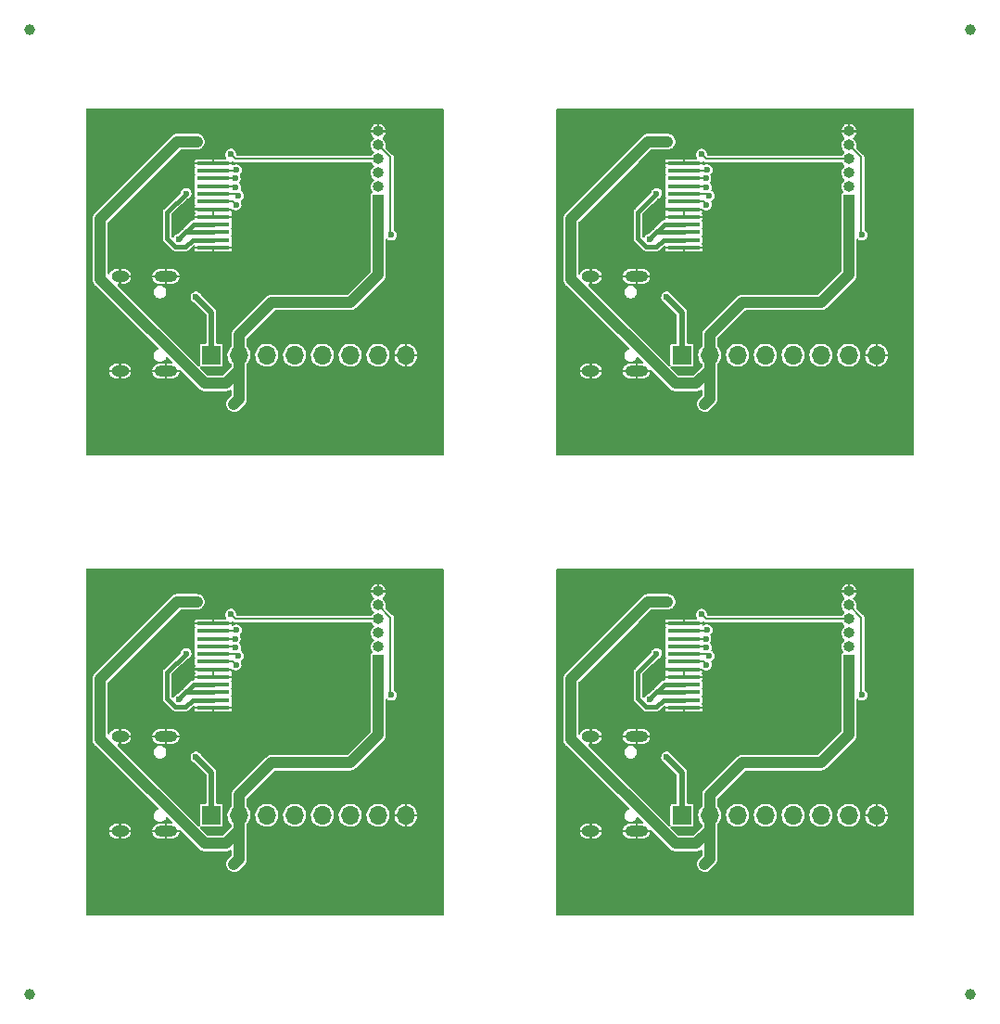
<source format=gbl>
G04 #@! TF.GenerationSoftware,KiCad,Pcbnew,6.0.11-2627ca5db0~126~ubuntu22.04.1*
G04 #@! TF.CreationDate,2023-02-05T22:44:53+11:00*
G04 #@! TF.ProjectId,panel,70616e65-6c2e-46b6-9963-61645f706362,rev?*
G04 #@! TF.SameCoordinates,Original*
G04 #@! TF.FileFunction,Copper,L2,Bot*
G04 #@! TF.FilePolarity,Positive*
%FSLAX46Y46*%
G04 Gerber Fmt 4.6, Leading zero omitted, Abs format (unit mm)*
G04 Created by KiCad (PCBNEW 6.0.11-2627ca5db0~126~ubuntu22.04.1) date 2023-02-05 22:44:53*
%MOMM*%
%LPD*%
G01*
G04 APERTURE LIST*
G04 #@! TA.AperFunction,ComponentPad*
%ADD10R,1.700000X1.700000*%
G04 #@! TD*
G04 #@! TA.AperFunction,ComponentPad*
%ADD11O,1.700000X1.700000*%
G04 #@! TD*
G04 #@! TA.AperFunction,ComponentPad*
%ADD12O,2.100000X1.000000*%
G04 #@! TD*
G04 #@! TA.AperFunction,ComponentPad*
%ADD13O,1.600000X1.000000*%
G04 #@! TD*
G04 #@! TA.AperFunction,ComponentPad*
%ADD14R,1.000000X1.000000*%
G04 #@! TD*
G04 #@! TA.AperFunction,ComponentPad*
%ADD15O,1.000000X1.000000*%
G04 #@! TD*
G04 #@! TA.AperFunction,SMDPad,CuDef*
%ADD16R,3.000000X0.350000*%
G04 #@! TD*
G04 #@! TA.AperFunction,SMDPad,CuDef*
%ADD17C,1.000000*%
G04 #@! TD*
G04 #@! TA.AperFunction,ViaPad*
%ADD18C,0.600000*%
G04 #@! TD*
G04 #@! TA.AperFunction,Conductor*
%ADD19C,1.000000*%
G04 #@! TD*
G04 #@! TA.AperFunction,Conductor*
%ADD20C,0.381000*%
G04 #@! TD*
G04 #@! TA.AperFunction,Conductor*
%ADD21C,0.508000*%
G04 #@! TD*
G04 #@! TA.AperFunction,Conductor*
%ADD22C,0.203200*%
G04 #@! TD*
G04 #@! TA.AperFunction,Conductor*
%ADD23C,0.200000*%
G04 #@! TD*
G04 APERTURE END LIST*
D10*
X122125000Y-53675000D03*
D11*
X124665000Y-53675000D03*
X127205000Y-53675000D03*
X129745000Y-53675000D03*
X132285000Y-53675000D03*
X134825000Y-53675000D03*
X137365000Y-53675000D03*
X139905000Y-53675000D03*
D10*
X122125000Y-95675000D03*
D11*
X124665000Y-95675000D03*
X127205000Y-95675000D03*
X129745000Y-95675000D03*
X132285000Y-95675000D03*
X134825000Y-95675000D03*
X137365000Y-95675000D03*
X139905000Y-95675000D03*
D12*
X117970000Y-46480000D03*
X117970000Y-55120000D03*
D13*
X113790000Y-46480000D03*
X113790000Y-55120000D03*
D10*
X165125000Y-53675000D03*
D11*
X167665000Y-53675000D03*
X170205000Y-53675000D03*
X172745000Y-53675000D03*
X175285000Y-53675000D03*
X177825000Y-53675000D03*
X180365000Y-53675000D03*
X182905000Y-53675000D03*
D10*
X165125000Y-95675000D03*
D11*
X167665000Y-95675000D03*
X170205000Y-95675000D03*
X172745000Y-95675000D03*
X175285000Y-95675000D03*
X177825000Y-95675000D03*
X180365000Y-95675000D03*
X182905000Y-95675000D03*
D12*
X160970000Y-46480000D03*
D13*
X156790000Y-55120000D03*
X156790000Y-46480000D03*
D12*
X160970000Y-55120000D03*
D14*
X137375000Y-39575000D03*
D15*
X137375000Y-38305000D03*
X137375000Y-37035000D03*
X137375000Y-35765000D03*
X137375000Y-34495000D03*
X137375000Y-33225000D03*
D12*
X117970000Y-88480000D03*
D13*
X113790000Y-88480000D03*
D12*
X117970000Y-97120000D03*
D13*
X113790000Y-97120000D03*
D14*
X180375000Y-39575000D03*
D15*
X180375000Y-38305000D03*
X180375000Y-37035000D03*
X180375000Y-35765000D03*
X180375000Y-34495000D03*
X180375000Y-33225000D03*
D14*
X180375000Y-81575000D03*
D15*
X180375000Y-80305000D03*
X180375000Y-79035000D03*
X180375000Y-77765000D03*
X180375000Y-76495000D03*
X180375000Y-75225000D03*
D14*
X137375000Y-81575000D03*
D15*
X137375000Y-80305000D03*
X137375000Y-79035000D03*
X137375000Y-77765000D03*
X137375000Y-76495000D03*
X137375000Y-75225000D03*
D12*
X160970000Y-97120000D03*
D13*
X156790000Y-88480000D03*
X156790000Y-97120000D03*
D12*
X160970000Y-88480000D03*
D16*
X165300000Y-43850000D03*
X165300000Y-43150000D03*
X165300000Y-42450000D03*
X165300000Y-41750000D03*
X165300000Y-41050000D03*
X165300000Y-40350000D03*
X165300000Y-39650000D03*
X165300000Y-38950000D03*
X165300000Y-38250000D03*
X165300000Y-37550000D03*
X165300000Y-36850000D03*
X165300000Y-36150000D03*
X165300000Y-85850000D03*
X165300000Y-85150000D03*
X165300000Y-84450000D03*
X165300000Y-83750000D03*
X165300000Y-83050000D03*
X165300000Y-82350000D03*
X165300000Y-81650000D03*
X165300000Y-80950000D03*
X165300000Y-80250000D03*
X165300000Y-79550000D03*
X165300000Y-78850000D03*
X165300000Y-78150000D03*
D17*
X191500000Y-24000000D03*
X105500000Y-112000000D03*
D16*
X122300000Y-43850000D03*
X122300000Y-43150000D03*
X122300000Y-42450000D03*
X122300000Y-41750000D03*
X122300000Y-41050000D03*
X122300000Y-40350000D03*
X122300000Y-39650000D03*
X122300000Y-38950000D03*
X122300000Y-38250000D03*
X122300000Y-37550000D03*
X122300000Y-36850000D03*
X122300000Y-36150000D03*
D17*
X105500000Y-24000000D03*
D16*
X122300000Y-85850000D03*
X122300000Y-85150000D03*
X122300000Y-84450000D03*
X122300000Y-83750000D03*
X122300000Y-83050000D03*
X122300000Y-82350000D03*
X122300000Y-81650000D03*
X122300000Y-80950000D03*
X122300000Y-80250000D03*
X122300000Y-79550000D03*
X122300000Y-78850000D03*
X122300000Y-78150000D03*
D17*
X191500000Y-112000000D03*
D18*
X124190000Y-58140000D03*
X120820000Y-34170000D03*
X119150000Y-43100000D03*
X111977500Y-41220000D03*
X120730000Y-48360000D03*
X138560000Y-42690000D03*
X124586484Y-39113319D03*
X124300000Y-37550000D03*
X124378010Y-39931796D03*
X124413067Y-36758533D03*
X124356962Y-38347471D03*
X123915000Y-35335000D03*
X134250000Y-60750000D03*
X138250000Y-49000000D03*
X131150000Y-36760000D03*
X137000000Y-48250000D03*
X124210000Y-48200000D03*
X116000000Y-34000000D03*
X136250000Y-49000000D03*
X132000000Y-56500000D03*
X130750000Y-43250000D03*
X113500000Y-42500000D03*
X124140000Y-61330000D03*
X120870000Y-47250000D03*
X113200000Y-33320000D03*
X142250000Y-56000000D03*
X115130000Y-51940000D03*
X117740000Y-33300000D03*
X112170000Y-61070000D03*
X127750000Y-42750000D03*
X134050000Y-36790000D03*
X138750000Y-56500000D03*
X128060000Y-36730000D03*
X132500000Y-39250000D03*
X126980000Y-36730000D03*
X128750000Y-43250000D03*
X122320000Y-31590000D03*
X130250000Y-56500000D03*
X138500000Y-34500000D03*
X116000000Y-35000000D03*
X113800000Y-50040000D03*
X130000000Y-43750000D03*
X139000000Y-58750000D03*
X139000000Y-57500000D03*
X113000000Y-38000000D03*
X132030000Y-36760000D03*
X139500000Y-31750000D03*
X124880000Y-33900000D03*
X114410000Y-51370000D03*
X126250000Y-48750000D03*
X132500000Y-41750000D03*
X113130000Y-49440000D03*
X129540000Y-34810000D03*
X125590000Y-36880000D03*
X116500000Y-47000000D03*
X137500000Y-59250000D03*
X112110000Y-32340000D03*
X131270000Y-34810000D03*
X133990000Y-34780000D03*
X126500000Y-51750000D03*
X114590000Y-47560000D03*
X120900000Y-52120000D03*
X116030000Y-58460000D03*
X119860000Y-35340000D03*
X117000000Y-34000000D03*
X123280000Y-31630000D03*
X115770000Y-52440000D03*
X123060000Y-58550000D03*
X138000000Y-47500000D03*
X112110000Y-34290000D03*
X129110000Y-36710000D03*
X130420000Y-34830000D03*
X120000000Y-46750000D03*
X123060000Y-57580000D03*
X137250000Y-49000000D03*
X118110000Y-37130000D03*
X127320000Y-34830000D03*
X113000000Y-37000000D03*
X113370000Y-31940000D03*
X136320000Y-33260000D03*
X129750000Y-43000000D03*
X132910000Y-36790000D03*
X125340000Y-32990000D03*
X125390000Y-34890000D03*
X139000000Y-52250000D03*
X138750000Y-61250000D03*
X133500000Y-56500000D03*
X111940000Y-33370000D03*
X129250000Y-38000000D03*
X124500000Y-49000000D03*
X133450000Y-32340000D03*
X129200000Y-32400000D03*
X121250000Y-44750000D03*
X135820000Y-34840000D03*
X118150000Y-38910000D03*
X135250000Y-55250000D03*
X112410000Y-49710000D03*
X132500000Y-42500000D03*
X137500000Y-61250000D03*
X120500000Y-45000000D03*
X137750000Y-58000000D03*
X128500000Y-38000000D03*
X136500000Y-59000000D03*
X115000000Y-36000000D03*
X115000000Y-35000000D03*
X119950000Y-40840000D03*
X133110000Y-34750000D03*
X142000000Y-60000000D03*
X127500000Y-39500000D03*
X114000000Y-37000000D03*
X116500000Y-41500000D03*
X138500000Y-33500000D03*
X134940000Y-34830000D03*
X136250000Y-45250000D03*
X122250000Y-55250000D03*
X136250000Y-61500000D03*
X117810000Y-60920000D03*
X132750000Y-47500000D03*
X124430000Y-32480000D03*
X123310000Y-52040000D03*
X140250000Y-31500000D03*
X123320000Y-51200000D03*
X114500000Y-42500000D03*
X125590000Y-38810000D03*
X137250000Y-55250000D03*
X128000000Y-61760000D03*
X127596503Y-38727809D03*
X134190000Y-47410000D03*
X121000000Y-58500000D03*
X128460000Y-34830000D03*
X126360000Y-34830000D03*
X114160000Y-60160000D03*
X124150000Y-33500000D03*
X135140000Y-46810000D03*
X137380000Y-31930000D03*
X137750000Y-48250000D03*
X127500000Y-55250000D03*
X112430000Y-48790000D03*
X125310000Y-41730000D03*
X113980000Y-43360000D03*
X140500000Y-58250000D03*
X128500000Y-55000000D03*
X111760000Y-54930000D03*
X127500000Y-40250000D03*
X123500000Y-54750000D03*
X129660000Y-61830000D03*
X123270000Y-50260000D03*
X133500000Y-53000000D03*
X125540000Y-37810000D03*
X119500000Y-46000000D03*
X132500000Y-41000000D03*
X119730000Y-61540000D03*
X132500000Y-40000000D03*
X129750000Y-47500000D03*
X128250000Y-47500000D03*
X131000000Y-55750000D03*
X124400000Y-40850000D03*
X130000000Y-38000000D03*
X131250000Y-47500000D03*
X117600000Y-39680000D03*
X115500000Y-42000000D03*
X111670000Y-62000000D03*
X131750000Y-43000000D03*
X133750000Y-55000000D03*
X141000000Y-61500000D03*
X142000000Y-33500000D03*
X138500000Y-32500000D03*
X123000000Y-55250000D03*
X124520000Y-34600000D03*
X138250000Y-51750000D03*
X131100000Y-32340000D03*
X126000000Y-52500000D03*
X117510000Y-48870000D03*
X126330000Y-32990000D03*
X126000000Y-55000000D03*
X121120000Y-46510000D03*
X116480000Y-32050000D03*
X132170000Y-34810000D03*
X113710000Y-50820000D03*
X141000000Y-31750000D03*
X142000000Y-34500000D03*
X112360000Y-54100000D03*
X116290000Y-60230000D03*
X132500000Y-38500000D03*
X124140000Y-47300000D03*
X142000000Y-61000000D03*
X115670000Y-61750000D03*
X130750000Y-38000000D03*
X113040000Y-50290000D03*
X142000000Y-32500000D03*
X121642500Y-32437500D03*
X140000000Y-61500000D03*
X130250000Y-36710000D03*
X120500000Y-57500000D03*
X125470000Y-48950000D03*
X121060000Y-49970000D03*
X117380000Y-41500000D03*
X115500000Y-39500000D03*
X131500000Y-38000000D03*
X136250000Y-54750000D03*
X139500000Y-51500000D03*
X112710000Y-62000000D03*
X127000000Y-47920000D03*
X115090000Y-33360000D03*
X114000000Y-36000000D03*
X113810000Y-53140000D03*
X111820000Y-35730000D03*
X116480000Y-33000000D03*
X135500000Y-61500000D03*
X139500000Y-50750000D03*
X138500000Y-60250000D03*
X137250000Y-60250000D03*
X126100000Y-33900000D03*
X126140000Y-61750000D03*
X121730000Y-61680000D03*
X124660000Y-42240000D03*
X135810000Y-46120000D03*
X127250000Y-42000000D03*
X125510000Y-39800000D03*
X127250000Y-41000000D03*
X112370000Y-52180000D03*
X125420000Y-40820000D03*
X134250000Y-61500000D03*
X119810000Y-38910000D03*
X167190000Y-58140000D03*
X163820000Y-34170000D03*
X162150000Y-43100000D03*
X154977500Y-41220000D03*
X163730000Y-48360000D03*
X181560000Y-42690000D03*
X167586484Y-39113319D03*
X167300000Y-37550000D03*
X167378010Y-39931796D03*
X167413067Y-36758533D03*
X167356962Y-38347471D03*
X166915000Y-35335000D03*
X177250000Y-60750000D03*
X181250000Y-49000000D03*
X174150000Y-36760000D03*
X180000000Y-48250000D03*
X167210000Y-48200000D03*
X159000000Y-34000000D03*
X179250000Y-49000000D03*
X175000000Y-56500000D03*
X173750000Y-43250000D03*
X156500000Y-42500000D03*
X167140000Y-61330000D03*
X163870000Y-47250000D03*
X156200000Y-33320000D03*
X185250000Y-56000000D03*
X158130000Y-51940000D03*
X160740000Y-33300000D03*
X155170000Y-61070000D03*
X170750000Y-42750000D03*
X177050000Y-36790000D03*
X181750000Y-56500000D03*
X171060000Y-36730000D03*
X175500000Y-39250000D03*
X169980000Y-36730000D03*
X171750000Y-43250000D03*
X165320000Y-31590000D03*
X173250000Y-56500000D03*
X181500000Y-34500000D03*
X159000000Y-35000000D03*
X156800000Y-50040000D03*
X173000000Y-43750000D03*
X182000000Y-58750000D03*
X182000000Y-57500000D03*
X156000000Y-38000000D03*
X175030000Y-36760000D03*
X182500000Y-31750000D03*
X167880000Y-33900000D03*
X157410000Y-51370000D03*
X169250000Y-48750000D03*
X175500000Y-41750000D03*
X156130000Y-49440000D03*
X172540000Y-34810000D03*
X168590000Y-36880000D03*
X159500000Y-47000000D03*
X180500000Y-59250000D03*
X155110000Y-32340000D03*
X174270000Y-34810000D03*
X176990000Y-34780000D03*
X169500000Y-51750000D03*
X157590000Y-47560000D03*
X163900000Y-52120000D03*
X159030000Y-58460000D03*
X162860000Y-35340000D03*
X160000000Y-34000000D03*
X166280000Y-31630000D03*
X158770000Y-52440000D03*
X166060000Y-58550000D03*
X181000000Y-47500000D03*
X155110000Y-34290000D03*
X172110000Y-36710000D03*
X173420000Y-34830000D03*
X163000000Y-46750000D03*
X166060000Y-57580000D03*
X180250000Y-49000000D03*
X161110000Y-37130000D03*
X170320000Y-34830000D03*
X156000000Y-37000000D03*
X156370000Y-31940000D03*
X179320000Y-33260000D03*
X172750000Y-43000000D03*
X175910000Y-36790000D03*
X168340000Y-32990000D03*
X168390000Y-34890000D03*
X182000000Y-52250000D03*
X181750000Y-61250000D03*
X176500000Y-56500000D03*
X154940000Y-33370000D03*
X172250000Y-38000000D03*
X167500000Y-49000000D03*
X176450000Y-32340000D03*
X172200000Y-32400000D03*
X164250000Y-44750000D03*
X178820000Y-34840000D03*
X161150000Y-38910000D03*
X178250000Y-55250000D03*
X155410000Y-49710000D03*
X175500000Y-42500000D03*
X180500000Y-61250000D03*
X163500000Y-45000000D03*
X180750000Y-58000000D03*
X171500000Y-38000000D03*
X179500000Y-59000000D03*
X158000000Y-36000000D03*
X158000000Y-35000000D03*
X162950000Y-40840000D03*
X176110000Y-34750000D03*
X185000000Y-60000000D03*
X170500000Y-39500000D03*
X157000000Y-37000000D03*
X159500000Y-41500000D03*
X181500000Y-33500000D03*
X177940000Y-34830000D03*
X179250000Y-45250000D03*
X165250000Y-55250000D03*
X179250000Y-61500000D03*
X160810000Y-60920000D03*
X175750000Y-47500000D03*
X167430000Y-32480000D03*
X166310000Y-52040000D03*
X183250000Y-31500000D03*
X166320000Y-51200000D03*
X157500000Y-42500000D03*
X168590000Y-38810000D03*
X180250000Y-55250000D03*
X171000000Y-61760000D03*
X170596503Y-38727809D03*
X177190000Y-47410000D03*
X164000000Y-58500000D03*
X171460000Y-34830000D03*
X169360000Y-34830000D03*
X157160000Y-60160000D03*
X167150000Y-33500000D03*
X178140000Y-46810000D03*
X180380000Y-31930000D03*
X180750000Y-48250000D03*
X170500000Y-55250000D03*
X155430000Y-48790000D03*
X168310000Y-41730000D03*
X156980000Y-43360000D03*
X183500000Y-58250000D03*
X171500000Y-55000000D03*
X154760000Y-54930000D03*
X170500000Y-40250000D03*
X166500000Y-54750000D03*
X172660000Y-61830000D03*
X166270000Y-50260000D03*
X176500000Y-53000000D03*
X168540000Y-37810000D03*
X162500000Y-46000000D03*
X175500000Y-41000000D03*
X162730000Y-61540000D03*
X175500000Y-40000000D03*
X172750000Y-47500000D03*
X171250000Y-47500000D03*
X174000000Y-55750000D03*
X167400000Y-40850000D03*
X173000000Y-38000000D03*
X174250000Y-47500000D03*
X160600000Y-39680000D03*
X158500000Y-42000000D03*
X154670000Y-62000000D03*
X174750000Y-43000000D03*
X176750000Y-55000000D03*
X184000000Y-61500000D03*
X185000000Y-33500000D03*
X181500000Y-32500000D03*
X166000000Y-55250000D03*
X167520000Y-34600000D03*
X181250000Y-51750000D03*
X174100000Y-32340000D03*
X169000000Y-52500000D03*
X160510000Y-48870000D03*
X169330000Y-32990000D03*
X169000000Y-55000000D03*
X164120000Y-46510000D03*
X159480000Y-32050000D03*
X175170000Y-34810000D03*
X156710000Y-50820000D03*
X184000000Y-31750000D03*
X185000000Y-34500000D03*
X155360000Y-54100000D03*
X159290000Y-60230000D03*
X175500000Y-38500000D03*
X167140000Y-47300000D03*
X185000000Y-61000000D03*
X158670000Y-61750000D03*
X173750000Y-38000000D03*
X156040000Y-50290000D03*
X185000000Y-32500000D03*
X164642500Y-32437500D03*
X183000000Y-61500000D03*
X173250000Y-36710000D03*
X163500000Y-57500000D03*
X168470000Y-48950000D03*
X164060000Y-49970000D03*
X160380000Y-41500000D03*
X158500000Y-39500000D03*
X174500000Y-38000000D03*
X179250000Y-54750000D03*
X182500000Y-51500000D03*
X155710000Y-62000000D03*
X170000000Y-47920000D03*
X158090000Y-33360000D03*
X157000000Y-36000000D03*
X156810000Y-53140000D03*
X154820000Y-35730000D03*
X159480000Y-33000000D03*
X178500000Y-61500000D03*
X182500000Y-50750000D03*
X181500000Y-60250000D03*
X180250000Y-60250000D03*
X169100000Y-33900000D03*
X169140000Y-61750000D03*
X164730000Y-61680000D03*
X167660000Y-42240000D03*
X178810000Y-46120000D03*
X170250000Y-42000000D03*
X168510000Y-39800000D03*
X170250000Y-41000000D03*
X155370000Y-52180000D03*
X168420000Y-40820000D03*
X177250000Y-61500000D03*
X162810000Y-38910000D03*
X124190000Y-100140000D03*
X120820000Y-76170000D03*
X119150000Y-85100000D03*
X111977500Y-83220000D03*
X120730000Y-90360000D03*
X138560000Y-84690000D03*
X124586484Y-81113319D03*
X124300000Y-79550000D03*
X124378010Y-81931796D03*
X124413067Y-78758533D03*
X124356962Y-80347471D03*
X123915000Y-77335000D03*
X134250000Y-102750000D03*
X138250000Y-91000000D03*
X131150000Y-78760000D03*
X137000000Y-90250000D03*
X124210000Y-90200000D03*
X116000000Y-76000000D03*
X136250000Y-91000000D03*
X132000000Y-98500000D03*
X130750000Y-85250000D03*
X113500000Y-84500000D03*
X124140000Y-103330000D03*
X120870000Y-89250000D03*
X113200000Y-75320000D03*
X142250000Y-98000000D03*
X115130000Y-93940000D03*
X117740000Y-75300000D03*
X112170000Y-103070000D03*
X127750000Y-84750000D03*
X134050000Y-78790000D03*
X138750000Y-98500000D03*
X128060000Y-78730000D03*
X132500000Y-81250000D03*
X126980000Y-78730000D03*
X128750000Y-85250000D03*
X122320000Y-73590000D03*
X130250000Y-98500000D03*
X138500000Y-76500000D03*
X116000000Y-77000000D03*
X113800000Y-92040000D03*
X130000000Y-85750000D03*
X139000000Y-100750000D03*
X139000000Y-99500000D03*
X113000000Y-80000000D03*
X132030000Y-78760000D03*
X139500000Y-73750000D03*
X124880000Y-75900000D03*
X114410000Y-93370000D03*
X126250000Y-90750000D03*
X132500000Y-83750000D03*
X113130000Y-91440000D03*
X129540000Y-76810000D03*
X125590000Y-78880000D03*
X116500000Y-89000000D03*
X137500000Y-101250000D03*
X112110000Y-74340000D03*
X131270000Y-76810000D03*
X133990000Y-76780000D03*
X126500000Y-93750000D03*
X114590000Y-89560000D03*
X120900000Y-94120000D03*
X116030000Y-100460000D03*
X119860000Y-77340000D03*
X117000000Y-76000000D03*
X123280000Y-73630000D03*
X115770000Y-94440000D03*
X123060000Y-100550000D03*
X138000000Y-89500000D03*
X112110000Y-76290000D03*
X129110000Y-78710000D03*
X130420000Y-76830000D03*
X120000000Y-88750000D03*
X123060000Y-99580000D03*
X137250000Y-91000000D03*
X118110000Y-79130000D03*
X127320000Y-76830000D03*
X113000000Y-79000000D03*
X113370000Y-73940000D03*
X136320000Y-75260000D03*
X129750000Y-85000000D03*
X132910000Y-78790000D03*
X125340000Y-74990000D03*
X125390000Y-76890000D03*
X139000000Y-94250000D03*
X138750000Y-103250000D03*
X133500000Y-98500000D03*
X111940000Y-75370000D03*
X129250000Y-80000000D03*
X124500000Y-91000000D03*
X133450000Y-74340000D03*
X129200000Y-74400000D03*
X121250000Y-86750000D03*
X135820000Y-76840000D03*
X118150000Y-80910000D03*
X135250000Y-97250000D03*
X112410000Y-91710000D03*
X132500000Y-84500000D03*
X137500000Y-103250000D03*
X120500000Y-87000000D03*
X137750000Y-100000000D03*
X128500000Y-80000000D03*
X136500000Y-101000000D03*
X115000000Y-78000000D03*
X115000000Y-77000000D03*
X119950000Y-82840000D03*
X133110000Y-76750000D03*
X142000000Y-102000000D03*
X127500000Y-81500000D03*
X114000000Y-79000000D03*
X116500000Y-83500000D03*
X138500000Y-75500000D03*
X134940000Y-76830000D03*
X136250000Y-87250000D03*
X122250000Y-97250000D03*
X136250000Y-103500000D03*
X117810000Y-102920000D03*
X132750000Y-89500000D03*
X124430000Y-74480000D03*
X123310000Y-94040000D03*
X140250000Y-73500000D03*
X123320000Y-93200000D03*
X114500000Y-84500000D03*
X125590000Y-80810000D03*
X137250000Y-97250000D03*
X128000000Y-103760000D03*
X127596503Y-80727809D03*
X134190000Y-89410000D03*
X121000000Y-100500000D03*
X128460000Y-76830000D03*
X126360000Y-76830000D03*
X114160000Y-102160000D03*
X124150000Y-75500000D03*
X135140000Y-88810000D03*
X137380000Y-73930000D03*
X137750000Y-90250000D03*
X127500000Y-97250000D03*
X112430000Y-90790000D03*
X125310000Y-83730000D03*
X113980000Y-85360000D03*
X140500000Y-100250000D03*
X128500000Y-97000000D03*
X111760000Y-96930000D03*
X127500000Y-82250000D03*
X123500000Y-96750000D03*
X129660000Y-103830000D03*
X123270000Y-92260000D03*
X133500000Y-95000000D03*
X125540000Y-79810000D03*
X119500000Y-88000000D03*
X132500000Y-83000000D03*
X119730000Y-103540000D03*
X132500000Y-82000000D03*
X129750000Y-89500000D03*
X128250000Y-89500000D03*
X131000000Y-97750000D03*
X124400000Y-82850000D03*
X130000000Y-80000000D03*
X131250000Y-89500000D03*
X117600000Y-81680000D03*
X115500000Y-84000000D03*
X111670000Y-104000000D03*
X131750000Y-85000000D03*
X133750000Y-97000000D03*
X141000000Y-103500000D03*
X142000000Y-75500000D03*
X138500000Y-74500000D03*
X123000000Y-97250000D03*
X124520000Y-76600000D03*
X138250000Y-93750000D03*
X131100000Y-74340000D03*
X126000000Y-94500000D03*
X117510000Y-90870000D03*
X126330000Y-74990000D03*
X126000000Y-97000000D03*
X121120000Y-88510000D03*
X116480000Y-74050000D03*
X132170000Y-76810000D03*
X113710000Y-92820000D03*
X141000000Y-73750000D03*
X142000000Y-76500000D03*
X112360000Y-96100000D03*
X116290000Y-102230000D03*
X132500000Y-80500000D03*
X124140000Y-89300000D03*
X142000000Y-103000000D03*
X115670000Y-103750000D03*
X130750000Y-80000000D03*
X113040000Y-92290000D03*
X142000000Y-74500000D03*
X121642500Y-74437500D03*
X140000000Y-103500000D03*
X130250000Y-78710000D03*
X120500000Y-99500000D03*
X125470000Y-90950000D03*
X121060000Y-91970000D03*
X117380000Y-83500000D03*
X115500000Y-81500000D03*
X131500000Y-80000000D03*
X136250000Y-96750000D03*
X139500000Y-93500000D03*
X112710000Y-104000000D03*
X127000000Y-89920000D03*
X115090000Y-75360000D03*
X114000000Y-78000000D03*
X113810000Y-95140000D03*
X111820000Y-77730000D03*
X116480000Y-75000000D03*
X135500000Y-103500000D03*
X139500000Y-92750000D03*
X138500000Y-102250000D03*
X137250000Y-102250000D03*
X126100000Y-75900000D03*
X126140000Y-103750000D03*
X121730000Y-103680000D03*
X124660000Y-84240000D03*
X135810000Y-88120000D03*
X127250000Y-84000000D03*
X125510000Y-81800000D03*
X127250000Y-83000000D03*
X112370000Y-94180000D03*
X125420000Y-82820000D03*
X134250000Y-103500000D03*
X119810000Y-80910000D03*
X167190000Y-100140000D03*
X163820000Y-76170000D03*
X162150000Y-85100000D03*
X154977500Y-83220000D03*
X163730000Y-90360000D03*
X181560000Y-84690000D03*
X167586484Y-81113319D03*
X167300000Y-79550000D03*
X167378010Y-81931796D03*
X167413067Y-78758533D03*
X167356962Y-80347471D03*
X166915000Y-77335000D03*
X177250000Y-102750000D03*
X181250000Y-91000000D03*
X174150000Y-78760000D03*
X180000000Y-90250000D03*
X167210000Y-90200000D03*
X159000000Y-76000000D03*
X179250000Y-91000000D03*
X175000000Y-98500000D03*
X173750000Y-85250000D03*
X156500000Y-84500000D03*
X167140000Y-103330000D03*
X163870000Y-89250000D03*
X156200000Y-75320000D03*
X185250000Y-98000000D03*
X158130000Y-93940000D03*
X160740000Y-75300000D03*
X155170000Y-103070000D03*
X170750000Y-84750000D03*
X177050000Y-78790000D03*
X181750000Y-98500000D03*
X171060000Y-78730000D03*
X175500000Y-81250000D03*
X169980000Y-78730000D03*
X171750000Y-85250000D03*
X165320000Y-73590000D03*
X173250000Y-98500000D03*
X181500000Y-76500000D03*
X159000000Y-77000000D03*
X156800000Y-92040000D03*
X173000000Y-85750000D03*
X182000000Y-100750000D03*
X182000000Y-99500000D03*
X156000000Y-80000000D03*
X175030000Y-78760000D03*
X182500000Y-73750000D03*
X167880000Y-75900000D03*
X157410000Y-93370000D03*
X169250000Y-90750000D03*
X175500000Y-83750000D03*
X156130000Y-91440000D03*
X172540000Y-76810000D03*
X168590000Y-78880000D03*
X159500000Y-89000000D03*
X180500000Y-101250000D03*
X155110000Y-74340000D03*
X174270000Y-76810000D03*
X176990000Y-76780000D03*
X169500000Y-93750000D03*
X157590000Y-89560000D03*
X163900000Y-94120000D03*
X159030000Y-100460000D03*
X162860000Y-77340000D03*
X160000000Y-76000000D03*
X166280000Y-73630000D03*
X158770000Y-94440000D03*
X166060000Y-100550000D03*
X181000000Y-89500000D03*
X155110000Y-76290000D03*
X172110000Y-78710000D03*
X173420000Y-76830000D03*
X163000000Y-88750000D03*
X166060000Y-99580000D03*
X180250000Y-91000000D03*
X161110000Y-79130000D03*
X170320000Y-76830000D03*
X156000000Y-79000000D03*
X156370000Y-73940000D03*
X179320000Y-75260000D03*
X172750000Y-85000000D03*
X175910000Y-78790000D03*
X168340000Y-74990000D03*
X168390000Y-76890000D03*
X182000000Y-94250000D03*
X181750000Y-103250000D03*
X176500000Y-98500000D03*
X154940000Y-75370000D03*
X172250000Y-80000000D03*
X167500000Y-91000000D03*
X176450000Y-74340000D03*
X172200000Y-74400000D03*
X164250000Y-86750000D03*
X178820000Y-76840000D03*
X161150000Y-80910000D03*
X178250000Y-97250000D03*
X155410000Y-91710000D03*
X175500000Y-84500000D03*
X180500000Y-103250000D03*
X163500000Y-87000000D03*
X180750000Y-100000000D03*
X171500000Y-80000000D03*
X179500000Y-101000000D03*
X158000000Y-78000000D03*
X158000000Y-77000000D03*
X162950000Y-82840000D03*
X176110000Y-76750000D03*
X185000000Y-102000000D03*
X170500000Y-81500000D03*
X157000000Y-79000000D03*
X159500000Y-83500000D03*
X181500000Y-75500000D03*
X177940000Y-76830000D03*
X179250000Y-87250000D03*
X165250000Y-97250000D03*
X179250000Y-103500000D03*
X160810000Y-102920000D03*
X175750000Y-89500000D03*
X167430000Y-74480000D03*
X166310000Y-94040000D03*
X183250000Y-73500000D03*
X166320000Y-93200000D03*
X157500000Y-84500000D03*
X168590000Y-80810000D03*
X180250000Y-97250000D03*
X171000000Y-103760000D03*
X170596503Y-80727809D03*
X177190000Y-89410000D03*
X164000000Y-100500000D03*
X171460000Y-76830000D03*
X169360000Y-76830000D03*
X157160000Y-102160000D03*
X167150000Y-75500000D03*
X178140000Y-88810000D03*
X180380000Y-73930000D03*
X180750000Y-90250000D03*
X170500000Y-97250000D03*
X155430000Y-90790000D03*
X168310000Y-83730000D03*
X156980000Y-85360000D03*
X183500000Y-100250000D03*
X171500000Y-97000000D03*
X154760000Y-96930000D03*
X170500000Y-82250000D03*
X166500000Y-96750000D03*
X172660000Y-103830000D03*
X166270000Y-92260000D03*
X176500000Y-95000000D03*
X168540000Y-79810000D03*
X162500000Y-88000000D03*
X175500000Y-83000000D03*
X162730000Y-103540000D03*
X175500000Y-82000000D03*
X172750000Y-89500000D03*
X171250000Y-89500000D03*
X174000000Y-97750000D03*
X167400000Y-82850000D03*
X173000000Y-80000000D03*
X174250000Y-89500000D03*
X160600000Y-81680000D03*
X158500000Y-84000000D03*
X154670000Y-104000000D03*
X174750000Y-85000000D03*
X176750000Y-97000000D03*
X184000000Y-103500000D03*
X185000000Y-75500000D03*
X181500000Y-74500000D03*
X166000000Y-97250000D03*
X167520000Y-76600000D03*
X181250000Y-93750000D03*
X174100000Y-74340000D03*
X169000000Y-94500000D03*
X160510000Y-90870000D03*
X169330000Y-74990000D03*
X169000000Y-97000000D03*
X164120000Y-88510000D03*
X159480000Y-74050000D03*
X175170000Y-76810000D03*
X156710000Y-92820000D03*
X184000000Y-73750000D03*
X185000000Y-76500000D03*
X155360000Y-96100000D03*
X159290000Y-102230000D03*
X175500000Y-80500000D03*
X167140000Y-89300000D03*
X185000000Y-103000000D03*
X158670000Y-103750000D03*
X173750000Y-80000000D03*
X156040000Y-92290000D03*
X185000000Y-74500000D03*
X164642500Y-74437500D03*
X183000000Y-103500000D03*
X173250000Y-78710000D03*
X163500000Y-99500000D03*
X168470000Y-90950000D03*
X164060000Y-91970000D03*
X160380000Y-83500000D03*
X158500000Y-81500000D03*
X174500000Y-80000000D03*
X179250000Y-96750000D03*
X182500000Y-93500000D03*
X155710000Y-104000000D03*
X170000000Y-89920000D03*
X158090000Y-75360000D03*
X157000000Y-78000000D03*
X156810000Y-95140000D03*
X154820000Y-77730000D03*
X159480000Y-75000000D03*
X178500000Y-103500000D03*
X182500000Y-92750000D03*
X181500000Y-102250000D03*
X180250000Y-102250000D03*
X169100000Y-75900000D03*
X169140000Y-103750000D03*
X164730000Y-103680000D03*
X167660000Y-84240000D03*
X178810000Y-88120000D03*
X170250000Y-84000000D03*
X168510000Y-81800000D03*
X170250000Y-83000000D03*
X155370000Y-94180000D03*
X168420000Y-82820000D03*
X177250000Y-103500000D03*
X162810000Y-80910000D03*
D19*
X123450000Y-56250000D02*
X124665000Y-55035000D01*
X124665000Y-53675000D02*
X124665000Y-57665000D01*
X119027500Y-34170000D02*
X120820000Y-34170000D01*
X137375000Y-46315000D02*
X134820000Y-48870000D01*
X124665000Y-51845000D02*
X124665000Y-53675000D01*
D20*
X119375000Y-42875000D02*
X119150000Y-43100000D01*
X119800000Y-42450000D02*
X119375000Y-42875000D01*
X120500000Y-41750000D02*
X119375000Y-42875000D01*
D19*
X111977500Y-41220000D02*
X119027500Y-34170000D01*
X111977500Y-46707218D02*
X121520282Y-56250000D01*
D20*
X122300000Y-41750000D02*
X120500000Y-41750000D01*
X122300000Y-42450000D02*
X119800000Y-42450000D01*
D19*
X121520282Y-56250000D02*
X123450000Y-56250000D01*
X111977500Y-41220000D02*
X111977500Y-46707218D01*
X127640000Y-48870000D02*
X124665000Y-51845000D01*
X124665000Y-57665000D02*
X124190000Y-58140000D01*
X137375000Y-39575000D02*
X137375000Y-46315000D01*
X134820000Y-48870000D02*
X127640000Y-48870000D01*
D21*
X120730000Y-48360000D02*
X122125000Y-49755000D01*
X122125000Y-49755000D02*
X122125000Y-53675000D01*
D22*
X138480000Y-42610000D02*
X138560000Y-42690000D01*
X137375000Y-34495000D02*
X138480000Y-35600000D01*
X138480000Y-35600000D02*
X138480000Y-42610000D01*
D23*
X124423165Y-38950000D02*
X122300000Y-38950000D01*
X124586484Y-39113319D02*
X124423165Y-38950000D01*
X122300000Y-37550000D02*
X124300000Y-37550000D01*
X124378010Y-39931796D02*
X124096214Y-39650000D01*
X124096214Y-39650000D02*
X122300000Y-39650000D01*
X124321600Y-36850000D02*
X122300000Y-36850000D01*
X124413067Y-36758533D02*
X124321600Y-36850000D01*
X124259491Y-38250000D02*
X122300000Y-38250000D01*
X124356962Y-38347471D02*
X124259491Y-38250000D01*
D22*
X137375000Y-35765000D02*
X124345000Y-35765000D01*
X124345000Y-35765000D02*
X123915000Y-35335000D01*
D23*
X123900000Y-40350000D02*
X122300000Y-40350000D01*
X124400000Y-40850000D02*
X124200000Y-41050000D01*
X124200000Y-41050000D02*
X122300000Y-41050000D01*
X124400000Y-40850000D02*
X123900000Y-40350000D01*
D20*
X118863985Y-43790500D02*
X118100000Y-43026515D01*
X122300000Y-43150000D02*
X120419000Y-43150000D01*
X118100000Y-43026515D02*
X118100000Y-40620000D01*
X118100000Y-40620000D02*
X119810000Y-38910000D01*
X119778500Y-43790500D02*
X118863985Y-43790500D01*
X120419000Y-43150000D02*
X119778500Y-43790500D01*
D19*
X166450000Y-56250000D02*
X167665000Y-55035000D01*
X167665000Y-53675000D02*
X167665000Y-57665000D01*
X162027500Y-34170000D02*
X163820000Y-34170000D01*
X180375000Y-46315000D02*
X177820000Y-48870000D01*
X167665000Y-51845000D02*
X167665000Y-53675000D01*
D20*
X162375000Y-42875000D02*
X162150000Y-43100000D01*
X162800000Y-42450000D02*
X162375000Y-42875000D01*
X163500000Y-41750000D02*
X162375000Y-42875000D01*
D19*
X154977500Y-41220000D02*
X162027500Y-34170000D01*
X154977500Y-46707218D02*
X164520282Y-56250000D01*
D20*
X165300000Y-41750000D02*
X163500000Y-41750000D01*
X165300000Y-42450000D02*
X162800000Y-42450000D01*
D19*
X164520282Y-56250000D02*
X166450000Y-56250000D01*
X154977500Y-41220000D02*
X154977500Y-46707218D01*
X170640000Y-48870000D02*
X167665000Y-51845000D01*
X167665000Y-57665000D02*
X167190000Y-58140000D01*
X180375000Y-39575000D02*
X180375000Y-46315000D01*
X177820000Y-48870000D02*
X170640000Y-48870000D01*
D21*
X163730000Y-48360000D02*
X165125000Y-49755000D01*
X165125000Y-49755000D02*
X165125000Y-53675000D01*
D22*
X181480000Y-42610000D02*
X181560000Y-42690000D01*
X180375000Y-34495000D02*
X181480000Y-35600000D01*
X181480000Y-35600000D02*
X181480000Y-42610000D01*
D23*
X167423165Y-38950000D02*
X165300000Y-38950000D01*
X167586484Y-39113319D02*
X167423165Y-38950000D01*
X165300000Y-37550000D02*
X167300000Y-37550000D01*
X167378010Y-39931796D02*
X167096214Y-39650000D01*
X167096214Y-39650000D02*
X165300000Y-39650000D01*
X167321600Y-36850000D02*
X165300000Y-36850000D01*
X167413067Y-36758533D02*
X167321600Y-36850000D01*
X167259491Y-38250000D02*
X165300000Y-38250000D01*
X167356962Y-38347471D02*
X167259491Y-38250000D01*
D22*
X180375000Y-35765000D02*
X167345000Y-35765000D01*
X167345000Y-35765000D02*
X166915000Y-35335000D01*
D23*
X166900000Y-40350000D02*
X165300000Y-40350000D01*
X167400000Y-40850000D02*
X167200000Y-41050000D01*
X167200000Y-41050000D02*
X165300000Y-41050000D01*
X167400000Y-40850000D02*
X166900000Y-40350000D01*
D20*
X161863985Y-43790500D02*
X161100000Y-43026515D01*
X165300000Y-43150000D02*
X163419000Y-43150000D01*
X161100000Y-43026515D02*
X161100000Y-40620000D01*
X161100000Y-40620000D02*
X162810000Y-38910000D01*
X162778500Y-43790500D02*
X161863985Y-43790500D01*
X163419000Y-43150000D02*
X162778500Y-43790500D01*
D19*
X123450000Y-98250000D02*
X124665000Y-97035000D01*
X124665000Y-95675000D02*
X124665000Y-99665000D01*
X119027500Y-76170000D02*
X120820000Y-76170000D01*
X137375000Y-88315000D02*
X134820000Y-90870000D01*
X124665000Y-93845000D02*
X124665000Y-95675000D01*
D20*
X119375000Y-84875000D02*
X119150000Y-85100000D01*
X119800000Y-84450000D02*
X119375000Y-84875000D01*
X120500000Y-83750000D02*
X119375000Y-84875000D01*
D19*
X111977500Y-83220000D02*
X119027500Y-76170000D01*
X111977500Y-88707218D02*
X121520282Y-98250000D01*
D20*
X122300000Y-83750000D02*
X120500000Y-83750000D01*
X122300000Y-84450000D02*
X119800000Y-84450000D01*
D19*
X121520282Y-98250000D02*
X123450000Y-98250000D01*
X111977500Y-83220000D02*
X111977500Y-88707218D01*
X127640000Y-90870000D02*
X124665000Y-93845000D01*
X124665000Y-99665000D02*
X124190000Y-100140000D01*
X137375000Y-81575000D02*
X137375000Y-88315000D01*
X134820000Y-90870000D02*
X127640000Y-90870000D01*
D21*
X120730000Y-90360000D02*
X122125000Y-91755000D01*
X122125000Y-91755000D02*
X122125000Y-95675000D01*
D22*
X138480000Y-84610000D02*
X138560000Y-84690000D01*
X137375000Y-76495000D02*
X138480000Y-77600000D01*
X138480000Y-77600000D02*
X138480000Y-84610000D01*
D23*
X124423165Y-80950000D02*
X122300000Y-80950000D01*
X124586484Y-81113319D02*
X124423165Y-80950000D01*
X122300000Y-79550000D02*
X124300000Y-79550000D01*
X124378010Y-81931796D02*
X124096214Y-81650000D01*
X124096214Y-81650000D02*
X122300000Y-81650000D01*
X124321600Y-78850000D02*
X122300000Y-78850000D01*
X124413067Y-78758533D02*
X124321600Y-78850000D01*
X124259491Y-80250000D02*
X122300000Y-80250000D01*
X124356962Y-80347471D02*
X124259491Y-80250000D01*
D22*
X137375000Y-77765000D02*
X124345000Y-77765000D01*
X124345000Y-77765000D02*
X123915000Y-77335000D01*
D23*
X123900000Y-82350000D02*
X122300000Y-82350000D01*
X124400000Y-82850000D02*
X124200000Y-83050000D01*
X124200000Y-83050000D02*
X122300000Y-83050000D01*
X124400000Y-82850000D02*
X123900000Y-82350000D01*
D20*
X118863985Y-85790500D02*
X118100000Y-85026515D01*
X122300000Y-85150000D02*
X120419000Y-85150000D01*
X118100000Y-85026515D02*
X118100000Y-82620000D01*
X118100000Y-82620000D02*
X119810000Y-80910000D01*
X119778500Y-85790500D02*
X118863985Y-85790500D01*
X120419000Y-85150000D02*
X119778500Y-85790500D01*
D19*
X166450000Y-98250000D02*
X167665000Y-97035000D01*
X167665000Y-95675000D02*
X167665000Y-99665000D01*
X162027500Y-76170000D02*
X163820000Y-76170000D01*
X180375000Y-88315000D02*
X177820000Y-90870000D01*
X167665000Y-93845000D02*
X167665000Y-95675000D01*
D20*
X162375000Y-84875000D02*
X162150000Y-85100000D01*
X162800000Y-84450000D02*
X162375000Y-84875000D01*
X163500000Y-83750000D02*
X162375000Y-84875000D01*
D19*
X154977500Y-83220000D02*
X162027500Y-76170000D01*
X154977500Y-88707218D02*
X164520282Y-98250000D01*
D20*
X165300000Y-83750000D02*
X163500000Y-83750000D01*
X165300000Y-84450000D02*
X162800000Y-84450000D01*
D19*
X164520282Y-98250000D02*
X166450000Y-98250000D01*
X154977500Y-83220000D02*
X154977500Y-88707218D01*
X170640000Y-90870000D02*
X167665000Y-93845000D01*
X167665000Y-99665000D02*
X167190000Y-100140000D01*
X180375000Y-81575000D02*
X180375000Y-88315000D01*
X177820000Y-90870000D02*
X170640000Y-90870000D01*
D21*
X163730000Y-90360000D02*
X165125000Y-91755000D01*
X165125000Y-91755000D02*
X165125000Y-95675000D01*
D22*
X181480000Y-84610000D02*
X181560000Y-84690000D01*
X180375000Y-76495000D02*
X181480000Y-77600000D01*
X181480000Y-77600000D02*
X181480000Y-84610000D01*
D23*
X167423165Y-80950000D02*
X165300000Y-80950000D01*
X167586484Y-81113319D02*
X167423165Y-80950000D01*
X165300000Y-79550000D02*
X167300000Y-79550000D01*
X167378010Y-81931796D02*
X167096214Y-81650000D01*
X167096214Y-81650000D02*
X165300000Y-81650000D01*
X167321600Y-78850000D02*
X165300000Y-78850000D01*
X167413067Y-78758533D02*
X167321600Y-78850000D01*
X167259491Y-80250000D02*
X165300000Y-80250000D01*
X167356962Y-80347471D02*
X167259491Y-80250000D01*
D22*
X180375000Y-77765000D02*
X167345000Y-77765000D01*
X167345000Y-77765000D02*
X166915000Y-77335000D01*
D23*
X166900000Y-82350000D02*
X165300000Y-82350000D01*
X167400000Y-82850000D02*
X167200000Y-83050000D01*
X167200000Y-83050000D02*
X165300000Y-83050000D01*
X167400000Y-82850000D02*
X166900000Y-82350000D01*
D20*
X161863985Y-85790500D02*
X161100000Y-85026515D01*
X165300000Y-85150000D02*
X163419000Y-85150000D01*
X161100000Y-85026515D02*
X161100000Y-82620000D01*
X161100000Y-82620000D02*
X162810000Y-80910000D01*
X162778500Y-85790500D02*
X161863985Y-85790500D01*
X163419000Y-85150000D02*
X162778500Y-85790500D01*
G04 #@! TA.AperFunction,Conductor*
G36*
X143311280Y-73178982D02*
G01*
X143338300Y-73225782D01*
X143339500Y-73239500D01*
X143339500Y-104760500D01*
X143321018Y-104811280D01*
X143274218Y-104838300D01*
X143260500Y-104839500D01*
X110739500Y-104839500D01*
X110688720Y-104821018D01*
X110661700Y-104774218D01*
X110660500Y-104760500D01*
X110660500Y-97226325D01*
X112795931Y-97226325D01*
X112795980Y-97227904D01*
X112827971Y-97361157D01*
X112831269Y-97370026D01*
X112904606Y-97512114D01*
X112909923Y-97519937D01*
X113015038Y-97640433D01*
X113022068Y-97646762D01*
X113152890Y-97738706D01*
X113161219Y-97743172D01*
X113310201Y-97801258D01*
X113319364Y-97803610D01*
X113441291Y-97819662D01*
X113446451Y-97820000D01*
X113676070Y-97820000D01*
X113686741Y-97816116D01*
X113690000Y-97810472D01*
X113690000Y-97806070D01*
X113890000Y-97806070D01*
X113893884Y-97816741D01*
X113899528Y-97820000D01*
X114130104Y-97820000D01*
X114134846Y-97819714D01*
X114253477Y-97805359D01*
X114262651Y-97803105D01*
X114412233Y-97746582D01*
X114420615Y-97742200D01*
X114552390Y-97651634D01*
X114559490Y-97645374D01*
X114665855Y-97525993D01*
X114671257Y-97518221D01*
X114746075Y-97376914D01*
X114749467Y-97368079D01*
X114783269Y-97233509D01*
X114782527Y-97226325D01*
X116725931Y-97226325D01*
X116725980Y-97227904D01*
X116757971Y-97361157D01*
X116761269Y-97370026D01*
X116834606Y-97512114D01*
X116839923Y-97519937D01*
X116945038Y-97640433D01*
X116952068Y-97646762D01*
X117082890Y-97738706D01*
X117091219Y-97743172D01*
X117240201Y-97801258D01*
X117249364Y-97803610D01*
X117371291Y-97819662D01*
X117376451Y-97820000D01*
X117856070Y-97820000D01*
X117866741Y-97816116D01*
X117870000Y-97810472D01*
X117870000Y-97806070D01*
X118070000Y-97806070D01*
X118073884Y-97816741D01*
X118079528Y-97820000D01*
X118560104Y-97820000D01*
X118564846Y-97819714D01*
X118683477Y-97805359D01*
X118692651Y-97803105D01*
X118842233Y-97746582D01*
X118850615Y-97742200D01*
X118982390Y-97651634D01*
X118989490Y-97645374D01*
X119095855Y-97525993D01*
X119101257Y-97518221D01*
X119176075Y-97376914D01*
X119179467Y-97368079D01*
X119213269Y-97233509D01*
X119212102Y-97222215D01*
X119210237Y-97220408D01*
X119208326Y-97220000D01*
X118083930Y-97220000D01*
X118073259Y-97223884D01*
X118070000Y-97229528D01*
X118070000Y-97806070D01*
X117870000Y-97806070D01*
X117870000Y-97233930D01*
X117866116Y-97223259D01*
X117860472Y-97220000D01*
X116738012Y-97220000D01*
X116727341Y-97223884D01*
X116725931Y-97226325D01*
X114782527Y-97226325D01*
X114782102Y-97222215D01*
X114780237Y-97220408D01*
X114778326Y-97220000D01*
X113903930Y-97220000D01*
X113893259Y-97223884D01*
X113890000Y-97229528D01*
X113890000Y-97806070D01*
X113690000Y-97806070D01*
X113690000Y-97233930D01*
X113686116Y-97223259D01*
X113680472Y-97220000D01*
X112808012Y-97220000D01*
X112797341Y-97223884D01*
X112795931Y-97226325D01*
X110660500Y-97226325D01*
X110660500Y-97006491D01*
X112796731Y-97006491D01*
X112797898Y-97017785D01*
X112799763Y-97019592D01*
X112801674Y-97020000D01*
X113676070Y-97020000D01*
X113686741Y-97016116D01*
X113690000Y-97010472D01*
X113690000Y-97006070D01*
X113890000Y-97006070D01*
X113893884Y-97016741D01*
X113899528Y-97020000D01*
X114771988Y-97020000D01*
X114782659Y-97016116D01*
X114784069Y-97013675D01*
X114784020Y-97012096D01*
X114782674Y-97006491D01*
X116726731Y-97006491D01*
X116727898Y-97017785D01*
X116729763Y-97019592D01*
X116731674Y-97020000D01*
X117856070Y-97020000D01*
X117866741Y-97016116D01*
X117870000Y-97010472D01*
X117870000Y-96433930D01*
X117866116Y-96423259D01*
X117860472Y-96420000D01*
X117509482Y-96420000D01*
X117458702Y-96401518D01*
X117441149Y-96371116D01*
X117435390Y-96389381D01*
X117389814Y-96418416D01*
X117377473Y-96420146D01*
X117375152Y-96420286D01*
X117256523Y-96434641D01*
X117247349Y-96436895D01*
X117097767Y-96493418D01*
X117089385Y-96497800D01*
X116957610Y-96588366D01*
X116950510Y-96594626D01*
X116844145Y-96714007D01*
X116838743Y-96721779D01*
X116763925Y-96863086D01*
X116760533Y-96871921D01*
X116726731Y-97006491D01*
X114782674Y-97006491D01*
X114752029Y-96878843D01*
X114748731Y-96869974D01*
X114675394Y-96727886D01*
X114670077Y-96720063D01*
X114564962Y-96599567D01*
X114557932Y-96593238D01*
X114427110Y-96501294D01*
X114418781Y-96496828D01*
X114269799Y-96438742D01*
X114260636Y-96436390D01*
X114138709Y-96420338D01*
X114133549Y-96420000D01*
X113903930Y-96420000D01*
X113893259Y-96423884D01*
X113890000Y-96429528D01*
X113890000Y-97006070D01*
X113690000Y-97006070D01*
X113690000Y-96433930D01*
X113686116Y-96423259D01*
X113680472Y-96420000D01*
X113449896Y-96420000D01*
X113445154Y-96420286D01*
X113326523Y-96434641D01*
X113317349Y-96436895D01*
X113167767Y-96493418D01*
X113159385Y-96497800D01*
X113027610Y-96588366D01*
X113020510Y-96594626D01*
X112914145Y-96714007D01*
X112908743Y-96721779D01*
X112833925Y-96863086D01*
X112830533Y-96871921D01*
X112796731Y-97006491D01*
X110660500Y-97006491D01*
X110660500Y-88744148D01*
X111272822Y-88744148D01*
X111273641Y-88748838D01*
X111273641Y-88748845D01*
X111283888Y-88807552D01*
X111284490Y-88811628D01*
X111292224Y-88875538D01*
X111293907Y-88879993D01*
X111293908Y-88879996D01*
X111296146Y-88885921D01*
X111300067Y-88900251D01*
X111301973Y-88911172D01*
X111303888Y-88915534D01*
X111303888Y-88915535D01*
X111327844Y-88970109D01*
X111329401Y-88973925D01*
X111352155Y-89034141D01*
X111354848Y-89038060D01*
X111354852Y-89038067D01*
X111358435Y-89043280D01*
X111365663Y-89056266D01*
X111368206Y-89062059D01*
X111368208Y-89062063D01*
X111370121Y-89066420D01*
X111409319Y-89117503D01*
X111411733Y-89120827D01*
X111439521Y-89161258D01*
X111448188Y-89173869D01*
X111451747Y-89177040D01*
X111451748Y-89177041D01*
X111495166Y-89215725D01*
X111498474Y-89218848D01*
X117290431Y-95010806D01*
X117313269Y-95059782D01*
X117299283Y-95111980D01*
X117264803Y-95139652D01*
X117149767Y-95187302D01*
X117145659Y-95190454D01*
X117145656Y-95190456D01*
X117042852Y-95269341D01*
X117029549Y-95279549D01*
X116937302Y-95399767D01*
X116935319Y-95404554D01*
X116935318Y-95404556D01*
X116909715Y-95466367D01*
X116879313Y-95539764D01*
X116859534Y-95690000D01*
X116879313Y-95840236D01*
X116881296Y-95845022D01*
X116881296Y-95845024D01*
X116909213Y-95912420D01*
X116937302Y-95980233D01*
X116940454Y-95984341D01*
X116940456Y-95984344D01*
X117001261Y-96063586D01*
X117029549Y-96100451D01*
X117033654Y-96103601D01*
X117145656Y-96189544D01*
X117145659Y-96189546D01*
X117149767Y-96192698D01*
X117154554Y-96194681D01*
X117154556Y-96194682D01*
X117284976Y-96248704D01*
X117284978Y-96248704D01*
X117289764Y-96250687D01*
X117383026Y-96262965D01*
X117430960Y-96287917D01*
X117439728Y-96309086D01*
X117441066Y-96301500D01*
X117482462Y-96266764D01*
X117499170Y-96262676D01*
X117590236Y-96250687D01*
X117595022Y-96248704D01*
X117595024Y-96248704D01*
X117725444Y-96194682D01*
X117725446Y-96194681D01*
X117730233Y-96192698D01*
X117734341Y-96189546D01*
X117734344Y-96189544D01*
X117846346Y-96103601D01*
X117850451Y-96100451D01*
X117878739Y-96063586D01*
X117939544Y-95984344D01*
X117939546Y-95984341D01*
X117942698Y-95980233D01*
X117990348Y-95865197D01*
X118026855Y-95825356D01*
X118080432Y-95818303D01*
X118119194Y-95839569D01*
X118564764Y-96285139D01*
X118587602Y-96334115D01*
X118573616Y-96386313D01*
X118529350Y-96417308D01*
X118508903Y-96420000D01*
X118083930Y-96420000D01*
X118073259Y-96423884D01*
X118070000Y-96429528D01*
X118070000Y-97006070D01*
X118073884Y-97016741D01*
X118079528Y-97020000D01*
X119201988Y-97020000D01*
X119226279Y-97011159D01*
X119280318Y-97011159D01*
X119309159Y-97029534D01*
X121005830Y-98726205D01*
X121009501Y-98730134D01*
X121044984Y-98770810D01*
X121044988Y-98770813D01*
X121048113Y-98774396D01*
X121052003Y-98777130D01*
X121100758Y-98811395D01*
X121104078Y-98813861D01*
X121150991Y-98850646D01*
X121150996Y-98850649D01*
X121154739Y-98853584D01*
X121159078Y-98855543D01*
X121159083Y-98855546D01*
X121164846Y-98858148D01*
X121177762Y-98865515D01*
X121182928Y-98869146D01*
X121182933Y-98869149D01*
X121186829Y-98871887D01*
X121191270Y-98873619D01*
X121191271Y-98873619D01*
X121246784Y-98895263D01*
X121250596Y-98896865D01*
X121309266Y-98923355D01*
X121313948Y-98924223D01*
X121313955Y-98924225D01*
X121320163Y-98925375D01*
X121334465Y-98929449D01*
X121344795Y-98933476D01*
X121362814Y-98935848D01*
X121408609Y-98941877D01*
X121412695Y-98942524D01*
X121456437Y-98950631D01*
X121475974Y-98954252D01*
X121480727Y-98953978D01*
X121480728Y-98953978D01*
X121538779Y-98950631D01*
X121543326Y-98950500D01*
X123422957Y-98950500D01*
X123428330Y-98950683D01*
X123474917Y-98953859D01*
X123486930Y-98954678D01*
X123491620Y-98953859D01*
X123491627Y-98953859D01*
X123550334Y-98943612D01*
X123554410Y-98943010D01*
X123602290Y-98937216D01*
X123613594Y-98935848D01*
X123613595Y-98935848D01*
X123618320Y-98935276D01*
X123622775Y-98933593D01*
X123622778Y-98933592D01*
X123628703Y-98931354D01*
X123643033Y-98927433D01*
X123653954Y-98925527D01*
X123712891Y-98899656D01*
X123716707Y-98898099D01*
X123776923Y-98875345D01*
X123780842Y-98872652D01*
X123780849Y-98872648D01*
X123786062Y-98869065D01*
X123799048Y-98861837D01*
X123804841Y-98859294D01*
X123804845Y-98859292D01*
X123809202Y-98857379D01*
X123817977Y-98850646D01*
X123837408Y-98835736D01*
X123888946Y-98819486D01*
X123938872Y-98840166D01*
X123963824Y-98888100D01*
X123964500Y-98898411D01*
X123964500Y-99342121D01*
X123946018Y-99392901D01*
X123941361Y-99397982D01*
X123664608Y-99674735D01*
X123586416Y-99774457D01*
X123584455Y-99778801D01*
X123584454Y-99778802D01*
X123554599Y-99844924D01*
X123516645Y-99928984D01*
X123515778Y-99933664D01*
X123515777Y-99933666D01*
X123514885Y-99938478D01*
X123485748Y-100095692D01*
X123495507Y-100264959D01*
X123545361Y-100427011D01*
X123547808Y-100431099D01*
X123629982Y-100568404D01*
X123629985Y-100568407D01*
X123632431Y-100572495D01*
X123635786Y-100575885D01*
X123728471Y-100669546D01*
X123751690Y-100693010D01*
X123755752Y-100695499D01*
X123892195Y-100779111D01*
X123892197Y-100779112D01*
X123896254Y-100781598D01*
X123900787Y-100783045D01*
X123900790Y-100783046D01*
X124053234Y-100831697D01*
X124053236Y-100831697D01*
X124057775Y-100833146D01*
X124196797Y-100842624D01*
X124214917Y-100843859D01*
X124226930Y-100844678D01*
X124393954Y-100815527D01*
X124549202Y-100747379D01*
X124652678Y-100667978D01*
X125141197Y-100179459D01*
X125145111Y-100175801D01*
X125189396Y-100137169D01*
X125226417Y-100084494D01*
X125228857Y-100081209D01*
X125268583Y-100030543D01*
X125273145Y-100020439D01*
X125280513Y-100007522D01*
X125284148Y-100002350D01*
X125286887Y-99998453D01*
X125310270Y-99938478D01*
X125311874Y-99934664D01*
X125336393Y-99880362D01*
X125338355Y-99876017D01*
X125340377Y-99865109D01*
X125344446Y-99850823D01*
X125348476Y-99840487D01*
X125356877Y-99776674D01*
X125357524Y-99772590D01*
X125368384Y-99713993D01*
X125368384Y-99713990D01*
X125369252Y-99709308D01*
X125367367Y-99676607D01*
X125365631Y-99646509D01*
X125365500Y-99641961D01*
X125365500Y-97106811D01*
X125366823Y-97092415D01*
X125368384Y-97083993D01*
X125368384Y-97083990D01*
X125369252Y-97079308D01*
X125365631Y-97016509D01*
X125365500Y-97011961D01*
X125365500Y-96498904D01*
X125383982Y-96448124D01*
X125389953Y-96441766D01*
X125392951Y-96439424D01*
X125527564Y-96283472D01*
X125529470Y-96280116D01*
X125529474Y-96280111D01*
X125627414Y-96107704D01*
X125629323Y-96104344D01*
X125641801Y-96066833D01*
X125693130Y-95912535D01*
X125693131Y-95912530D01*
X125694351Y-95908863D01*
X125720171Y-95704474D01*
X125720583Y-95675000D01*
X125719138Y-95660262D01*
X126149520Y-95660262D01*
X126149843Y-95664108D01*
X126163384Y-95825356D01*
X126166759Y-95865553D01*
X126167821Y-95869257D01*
X126167822Y-95869262D01*
X126222427Y-96059691D01*
X126223544Y-96063586D01*
X126317712Y-96246818D01*
X126445677Y-96408270D01*
X126602564Y-96541791D01*
X126605938Y-96543677D01*
X126605940Y-96543678D01*
X126685900Y-96588366D01*
X126782398Y-96642297D01*
X126786069Y-96643490D01*
X126786074Y-96643492D01*
X126912299Y-96684504D01*
X126978329Y-96705959D01*
X126982170Y-96706417D01*
X127179051Y-96729893D01*
X127179053Y-96729893D01*
X127182894Y-96730351D01*
X127388300Y-96714546D01*
X127395249Y-96712606D01*
X127439252Y-96700320D01*
X127586725Y-96659145D01*
X127697416Y-96603231D01*
X127767156Y-96568003D01*
X127767158Y-96568002D01*
X127770610Y-96566258D01*
X127908750Y-96458332D01*
X127929909Y-96441801D01*
X127929911Y-96441799D01*
X127932951Y-96439424D01*
X128067564Y-96283472D01*
X128069470Y-96280116D01*
X128069474Y-96280111D01*
X128167414Y-96107704D01*
X128169323Y-96104344D01*
X128181801Y-96066833D01*
X128233130Y-95912535D01*
X128233131Y-95912530D01*
X128234351Y-95908863D01*
X128260171Y-95704474D01*
X128260583Y-95675000D01*
X128259138Y-95660262D01*
X128689520Y-95660262D01*
X128689843Y-95664108D01*
X128703384Y-95825356D01*
X128706759Y-95865553D01*
X128707821Y-95869257D01*
X128707822Y-95869262D01*
X128762427Y-96059691D01*
X128763544Y-96063586D01*
X128857712Y-96246818D01*
X128985677Y-96408270D01*
X129142564Y-96541791D01*
X129145938Y-96543677D01*
X129145940Y-96543678D01*
X129225900Y-96588366D01*
X129322398Y-96642297D01*
X129326069Y-96643490D01*
X129326074Y-96643492D01*
X129452299Y-96684504D01*
X129518329Y-96705959D01*
X129522170Y-96706417D01*
X129719051Y-96729893D01*
X129719053Y-96729893D01*
X129722894Y-96730351D01*
X129928300Y-96714546D01*
X129935249Y-96712606D01*
X129979252Y-96700320D01*
X130126725Y-96659145D01*
X130237416Y-96603231D01*
X130307156Y-96568003D01*
X130307158Y-96568002D01*
X130310610Y-96566258D01*
X130448750Y-96458332D01*
X130469909Y-96441801D01*
X130469911Y-96441799D01*
X130472951Y-96439424D01*
X130607564Y-96283472D01*
X130609470Y-96280116D01*
X130609474Y-96280111D01*
X130707414Y-96107704D01*
X130709323Y-96104344D01*
X130721801Y-96066833D01*
X130773130Y-95912535D01*
X130773131Y-95912530D01*
X130774351Y-95908863D01*
X130800171Y-95704474D01*
X130800583Y-95675000D01*
X130799138Y-95660262D01*
X131229520Y-95660262D01*
X131229843Y-95664108D01*
X131243384Y-95825356D01*
X131246759Y-95865553D01*
X131247821Y-95869257D01*
X131247822Y-95869262D01*
X131302427Y-96059691D01*
X131303544Y-96063586D01*
X131397712Y-96246818D01*
X131525677Y-96408270D01*
X131682564Y-96541791D01*
X131685938Y-96543677D01*
X131685940Y-96543678D01*
X131765900Y-96588366D01*
X131862398Y-96642297D01*
X131866069Y-96643490D01*
X131866074Y-96643492D01*
X131992299Y-96684504D01*
X132058329Y-96705959D01*
X132062170Y-96706417D01*
X132259051Y-96729893D01*
X132259053Y-96729893D01*
X132262894Y-96730351D01*
X132468300Y-96714546D01*
X132475249Y-96712606D01*
X132519252Y-96700320D01*
X132666725Y-96659145D01*
X132777416Y-96603231D01*
X132847156Y-96568003D01*
X132847158Y-96568002D01*
X132850610Y-96566258D01*
X132988750Y-96458332D01*
X133009909Y-96441801D01*
X133009911Y-96441799D01*
X133012951Y-96439424D01*
X133147564Y-96283472D01*
X133149470Y-96280116D01*
X133149474Y-96280111D01*
X133247414Y-96107704D01*
X133249323Y-96104344D01*
X133261801Y-96066833D01*
X133313130Y-95912535D01*
X133313131Y-95912530D01*
X133314351Y-95908863D01*
X133340171Y-95704474D01*
X133340583Y-95675000D01*
X133339138Y-95660262D01*
X133769520Y-95660262D01*
X133769843Y-95664108D01*
X133783384Y-95825356D01*
X133786759Y-95865553D01*
X133787821Y-95869257D01*
X133787822Y-95869262D01*
X133842427Y-96059691D01*
X133843544Y-96063586D01*
X133937712Y-96246818D01*
X134065677Y-96408270D01*
X134222564Y-96541791D01*
X134225938Y-96543677D01*
X134225940Y-96543678D01*
X134305900Y-96588366D01*
X134402398Y-96642297D01*
X134406069Y-96643490D01*
X134406074Y-96643492D01*
X134532299Y-96684504D01*
X134598329Y-96705959D01*
X134602170Y-96706417D01*
X134799051Y-96729893D01*
X134799053Y-96729893D01*
X134802894Y-96730351D01*
X135008300Y-96714546D01*
X135015249Y-96712606D01*
X135059252Y-96700320D01*
X135206725Y-96659145D01*
X135317416Y-96603231D01*
X135387156Y-96568003D01*
X135387158Y-96568002D01*
X135390610Y-96566258D01*
X135528750Y-96458332D01*
X135549909Y-96441801D01*
X135549911Y-96441799D01*
X135552951Y-96439424D01*
X135687564Y-96283472D01*
X135689470Y-96280116D01*
X135689474Y-96280111D01*
X135787414Y-96107704D01*
X135789323Y-96104344D01*
X135801801Y-96066833D01*
X135853130Y-95912535D01*
X135853131Y-95912530D01*
X135854351Y-95908863D01*
X135880171Y-95704474D01*
X135880583Y-95675000D01*
X135879138Y-95660262D01*
X136309520Y-95660262D01*
X136309843Y-95664108D01*
X136323384Y-95825356D01*
X136326759Y-95865553D01*
X136327821Y-95869257D01*
X136327822Y-95869262D01*
X136382427Y-96059691D01*
X136383544Y-96063586D01*
X136477712Y-96246818D01*
X136605677Y-96408270D01*
X136762564Y-96541791D01*
X136765938Y-96543677D01*
X136765940Y-96543678D01*
X136845900Y-96588366D01*
X136942398Y-96642297D01*
X136946069Y-96643490D01*
X136946074Y-96643492D01*
X137072299Y-96684504D01*
X137138329Y-96705959D01*
X137142170Y-96706417D01*
X137339051Y-96729893D01*
X137339053Y-96729893D01*
X137342894Y-96730351D01*
X137548300Y-96714546D01*
X137555249Y-96712606D01*
X137599252Y-96700320D01*
X137746725Y-96659145D01*
X137857416Y-96603231D01*
X137927156Y-96568003D01*
X137927158Y-96568002D01*
X137930610Y-96566258D01*
X138068750Y-96458332D01*
X138089909Y-96441801D01*
X138089911Y-96441799D01*
X138092951Y-96439424D01*
X138227564Y-96283472D01*
X138229470Y-96280116D01*
X138229474Y-96280111D01*
X138327414Y-96107704D01*
X138329323Y-96104344D01*
X138341801Y-96066833D01*
X138393130Y-95912535D01*
X138393131Y-95912530D01*
X138394351Y-95908863D01*
X138410211Y-95783319D01*
X138860355Y-95783319D01*
X138866929Y-95861616D01*
X138868316Y-95869171D01*
X138922946Y-96059691D01*
X138925774Y-96066833D01*
X139016371Y-96243115D01*
X139020530Y-96249569D01*
X139143644Y-96404900D01*
X139148975Y-96410420D01*
X139299905Y-96538872D01*
X139306227Y-96543266D01*
X139479232Y-96639955D01*
X139486266Y-96643029D01*
X139674763Y-96704274D01*
X139682277Y-96705926D01*
X139791166Y-96718910D01*
X139802224Y-96716317D01*
X139805000Y-96712606D01*
X139805000Y-96706525D01*
X140005000Y-96706525D01*
X140008884Y-96717196D01*
X140013408Y-96719808D01*
X140084362Y-96714348D01*
X140091931Y-96713014D01*
X140282828Y-96659714D01*
X140289989Y-96656936D01*
X140466887Y-96567579D01*
X140473388Y-96563453D01*
X140629555Y-96441442D01*
X140635134Y-96436129D01*
X140764625Y-96286113D01*
X140769065Y-96279819D01*
X140866956Y-96107499D01*
X140870083Y-96100476D01*
X140932642Y-95912420D01*
X140934347Y-95904916D01*
X140949013Y-95788820D01*
X140946497Y-95777746D01*
X140942879Y-95775000D01*
X140018930Y-95775000D01*
X140008259Y-95778884D01*
X140005000Y-95784528D01*
X140005000Y-96706525D01*
X139805000Y-96706525D01*
X139805000Y-95788930D01*
X139801116Y-95778259D01*
X139795472Y-95775000D01*
X138873586Y-95775000D01*
X138862915Y-95778884D01*
X138860355Y-95783319D01*
X138410211Y-95783319D01*
X138420171Y-95704474D01*
X138420583Y-95675000D01*
X138410397Y-95571116D01*
X138409421Y-95561158D01*
X138861139Y-95561158D01*
X138863809Y-95572194D01*
X138867615Y-95575000D01*
X139791070Y-95575000D01*
X139801741Y-95571116D01*
X139805000Y-95565472D01*
X139805000Y-95561070D01*
X140005000Y-95561070D01*
X140008884Y-95571741D01*
X140014528Y-95575000D01*
X140936346Y-95575000D01*
X140947017Y-95571116D01*
X140949477Y-95566855D01*
X140940364Y-95473911D01*
X140938870Y-95466367D01*
X140881588Y-95276640D01*
X140878658Y-95269529D01*
X140785611Y-95094535D01*
X140781360Y-95088136D01*
X140656095Y-94934545D01*
X140650683Y-94929095D01*
X140497969Y-94802759D01*
X140491593Y-94798459D01*
X140317256Y-94704196D01*
X140310174Y-94701219D01*
X140120847Y-94642613D01*
X140113306Y-94641065D01*
X140018852Y-94631137D01*
X140007836Y-94633884D01*
X140005000Y-94637786D01*
X140005000Y-95561070D01*
X139805000Y-95561070D01*
X139805000Y-94643646D01*
X139801116Y-94632975D01*
X139796769Y-94630465D01*
X139711147Y-94638257D01*
X139703591Y-94639698D01*
X139513469Y-94695654D01*
X139506332Y-94698538D01*
X139330701Y-94790356D01*
X139324267Y-94794565D01*
X139169810Y-94918752D01*
X139164313Y-94924136D01*
X139036927Y-95075947D01*
X139032572Y-95082308D01*
X138937101Y-95255970D01*
X138934069Y-95263044D01*
X138874143Y-95451955D01*
X138872545Y-95459471D01*
X138861139Y-95561158D01*
X138409421Y-95561158D01*
X138400857Y-95473812D01*
X138400856Y-95473809D01*
X138400480Y-95469970D01*
X138370708Y-95371360D01*
X138342051Y-95276445D01*
X138342051Y-95276444D01*
X138340935Y-95272749D01*
X138244218Y-95090849D01*
X138237021Y-95082024D01*
X138116451Y-94934192D01*
X138114011Y-94931200D01*
X138111037Y-94928739D01*
X137958250Y-94802343D01*
X137958249Y-94802342D01*
X137955275Y-94799882D01*
X137951874Y-94798043D01*
X137777451Y-94703733D01*
X137777449Y-94703732D01*
X137774055Y-94701897D01*
X137577254Y-94640977D01*
X137372369Y-94619443D01*
X137368523Y-94619793D01*
X137368522Y-94619793D01*
X137329986Y-94623300D01*
X137167203Y-94638114D01*
X137163496Y-94639205D01*
X137038043Y-94676128D01*
X136969572Y-94696280D01*
X136787002Y-94791726D01*
X136783993Y-94794146D01*
X136783992Y-94794146D01*
X136629461Y-94918392D01*
X136626447Y-94920815D01*
X136614926Y-94934545D01*
X136496513Y-95075663D01*
X136496510Y-95075667D01*
X136494024Y-95078630D01*
X136492159Y-95082023D01*
X136492158Y-95082024D01*
X136485433Y-95094257D01*
X136394776Y-95259162D01*
X136332484Y-95455532D01*
X136309520Y-95660262D01*
X135879138Y-95660262D01*
X135870397Y-95571116D01*
X135860857Y-95473812D01*
X135860856Y-95473809D01*
X135860480Y-95469970D01*
X135830708Y-95371360D01*
X135802051Y-95276445D01*
X135802051Y-95276444D01*
X135800935Y-95272749D01*
X135704218Y-95090849D01*
X135697021Y-95082024D01*
X135576451Y-94934192D01*
X135574011Y-94931200D01*
X135571037Y-94928739D01*
X135418250Y-94802343D01*
X135418249Y-94802342D01*
X135415275Y-94799882D01*
X135411874Y-94798043D01*
X135237451Y-94703733D01*
X135237449Y-94703732D01*
X135234055Y-94701897D01*
X135037254Y-94640977D01*
X134832369Y-94619443D01*
X134828523Y-94619793D01*
X134828522Y-94619793D01*
X134789986Y-94623300D01*
X134627203Y-94638114D01*
X134623496Y-94639205D01*
X134498043Y-94676128D01*
X134429572Y-94696280D01*
X134247002Y-94791726D01*
X134243993Y-94794146D01*
X134243992Y-94794146D01*
X134089461Y-94918392D01*
X134086447Y-94920815D01*
X134074926Y-94934545D01*
X133956513Y-95075663D01*
X133956510Y-95075667D01*
X133954024Y-95078630D01*
X133952159Y-95082023D01*
X133952158Y-95082024D01*
X133945433Y-95094257D01*
X133854776Y-95259162D01*
X133792484Y-95455532D01*
X133769520Y-95660262D01*
X133339138Y-95660262D01*
X133330397Y-95571116D01*
X133320857Y-95473812D01*
X133320856Y-95473809D01*
X133320480Y-95469970D01*
X133290708Y-95371360D01*
X133262051Y-95276445D01*
X133262051Y-95276444D01*
X133260935Y-95272749D01*
X133164218Y-95090849D01*
X133157021Y-95082024D01*
X133036451Y-94934192D01*
X133034011Y-94931200D01*
X133031037Y-94928739D01*
X132878250Y-94802343D01*
X132878249Y-94802342D01*
X132875275Y-94799882D01*
X132871874Y-94798043D01*
X132697451Y-94703733D01*
X132697449Y-94703732D01*
X132694055Y-94701897D01*
X132497254Y-94640977D01*
X132292369Y-94619443D01*
X132288523Y-94619793D01*
X132288522Y-94619793D01*
X132249986Y-94623300D01*
X132087203Y-94638114D01*
X132083496Y-94639205D01*
X131958043Y-94676128D01*
X131889572Y-94696280D01*
X131707002Y-94791726D01*
X131703993Y-94794146D01*
X131703992Y-94794146D01*
X131549461Y-94918392D01*
X131546447Y-94920815D01*
X131534926Y-94934545D01*
X131416513Y-95075663D01*
X131416510Y-95075667D01*
X131414024Y-95078630D01*
X131412159Y-95082023D01*
X131412158Y-95082024D01*
X131405433Y-95094257D01*
X131314776Y-95259162D01*
X131252484Y-95455532D01*
X131229520Y-95660262D01*
X130799138Y-95660262D01*
X130790397Y-95571116D01*
X130780857Y-95473812D01*
X130780856Y-95473809D01*
X130780480Y-95469970D01*
X130750708Y-95371360D01*
X130722051Y-95276445D01*
X130722051Y-95276444D01*
X130720935Y-95272749D01*
X130624218Y-95090849D01*
X130617021Y-95082024D01*
X130496451Y-94934192D01*
X130494011Y-94931200D01*
X130491037Y-94928739D01*
X130338250Y-94802343D01*
X130338249Y-94802342D01*
X130335275Y-94799882D01*
X130331874Y-94798043D01*
X130157451Y-94703733D01*
X130157449Y-94703732D01*
X130154055Y-94701897D01*
X129957254Y-94640977D01*
X129752369Y-94619443D01*
X129748523Y-94619793D01*
X129748522Y-94619793D01*
X129709986Y-94623300D01*
X129547203Y-94638114D01*
X129543496Y-94639205D01*
X129418043Y-94676128D01*
X129349572Y-94696280D01*
X129167002Y-94791726D01*
X129163993Y-94794146D01*
X129163992Y-94794146D01*
X129009461Y-94918392D01*
X129006447Y-94920815D01*
X128994926Y-94934545D01*
X128876513Y-95075663D01*
X128876510Y-95075667D01*
X128874024Y-95078630D01*
X128872159Y-95082023D01*
X128872158Y-95082024D01*
X128865433Y-95094257D01*
X128774776Y-95259162D01*
X128712484Y-95455532D01*
X128689520Y-95660262D01*
X128259138Y-95660262D01*
X128250397Y-95571116D01*
X128240857Y-95473812D01*
X128240856Y-95473809D01*
X128240480Y-95469970D01*
X128210708Y-95371360D01*
X128182051Y-95276445D01*
X128182051Y-95276444D01*
X128180935Y-95272749D01*
X128084218Y-95090849D01*
X128077021Y-95082024D01*
X127956451Y-94934192D01*
X127954011Y-94931200D01*
X127951037Y-94928739D01*
X127798250Y-94802343D01*
X127798249Y-94802342D01*
X127795275Y-94799882D01*
X127791874Y-94798043D01*
X127617451Y-94703733D01*
X127617449Y-94703732D01*
X127614055Y-94701897D01*
X127417254Y-94640977D01*
X127212369Y-94619443D01*
X127208523Y-94619793D01*
X127208522Y-94619793D01*
X127169986Y-94623300D01*
X127007203Y-94638114D01*
X127003496Y-94639205D01*
X126878043Y-94676128D01*
X126809572Y-94696280D01*
X126627002Y-94791726D01*
X126623993Y-94794146D01*
X126623992Y-94794146D01*
X126469461Y-94918392D01*
X126466447Y-94920815D01*
X126454926Y-94934545D01*
X126336513Y-95075663D01*
X126336510Y-95075667D01*
X126334024Y-95078630D01*
X126332159Y-95082023D01*
X126332158Y-95082024D01*
X126325433Y-95094257D01*
X126234776Y-95259162D01*
X126172484Y-95455532D01*
X126149520Y-95660262D01*
X125719138Y-95660262D01*
X125710397Y-95571116D01*
X125700857Y-95473812D01*
X125700856Y-95473809D01*
X125700480Y-95469970D01*
X125670708Y-95371360D01*
X125642051Y-95276445D01*
X125642051Y-95276444D01*
X125640935Y-95272749D01*
X125544218Y-95090849D01*
X125537021Y-95082024D01*
X125416452Y-94934193D01*
X125416451Y-94934192D01*
X125414011Y-94931200D01*
X125394143Y-94914764D01*
X125366798Y-94868156D01*
X125365500Y-94853894D01*
X125365500Y-94167878D01*
X125383982Y-94117098D01*
X125388639Y-94112017D01*
X127907017Y-91593639D01*
X127955993Y-91570801D01*
X127962878Y-91570500D01*
X134792957Y-91570500D01*
X134798330Y-91570683D01*
X134844917Y-91573859D01*
X134856930Y-91574678D01*
X134861620Y-91573859D01*
X134861627Y-91573859D01*
X134920334Y-91563612D01*
X134924410Y-91563010D01*
X134972290Y-91557216D01*
X134983594Y-91555848D01*
X134983595Y-91555848D01*
X134988320Y-91555276D01*
X134992775Y-91553593D01*
X134992778Y-91553592D01*
X134998703Y-91551354D01*
X135013033Y-91547433D01*
X135023954Y-91545527D01*
X135082891Y-91519656D01*
X135086707Y-91518099D01*
X135146923Y-91495345D01*
X135150842Y-91492652D01*
X135150849Y-91492648D01*
X135156062Y-91489065D01*
X135169048Y-91481837D01*
X135174841Y-91479294D01*
X135174845Y-91479292D01*
X135179202Y-91477379D01*
X135230285Y-91438181D01*
X135233609Y-91435767D01*
X135282723Y-91402012D01*
X135282725Y-91402011D01*
X135286651Y-91399312D01*
X135328507Y-91352334D01*
X135331630Y-91349026D01*
X137851197Y-88829460D01*
X137855125Y-88825789D01*
X137895807Y-88790300D01*
X137895808Y-88790299D01*
X137899396Y-88787169D01*
X137936401Y-88734516D01*
X137938861Y-88731204D01*
X137975646Y-88684291D01*
X137975649Y-88684286D01*
X137978584Y-88680543D01*
X137980543Y-88676204D01*
X137980546Y-88676199D01*
X137983148Y-88670436D01*
X137990515Y-88657520D01*
X137994146Y-88652354D01*
X137994149Y-88652349D01*
X137996887Y-88648453D01*
X138020263Y-88588498D01*
X138021865Y-88584686D01*
X138046393Y-88530361D01*
X138048355Y-88526016D01*
X138049223Y-88521334D01*
X138049225Y-88521327D01*
X138050375Y-88515119D01*
X138054449Y-88500816D01*
X138056744Y-88494929D01*
X138058476Y-88490487D01*
X138066877Y-88426673D01*
X138067524Y-88422587D01*
X138078384Y-88363991D01*
X138079252Y-88359308D01*
X138075631Y-88296503D01*
X138075500Y-88291956D01*
X138075500Y-85108267D01*
X138093982Y-85057487D01*
X138140782Y-85030467D01*
X138194000Y-85039851D01*
X138214972Y-85057434D01*
X138222970Y-85066948D01*
X138227650Y-85070064D01*
X138227652Y-85070065D01*
X138337624Y-85143269D01*
X138342313Y-85146390D01*
X138347686Y-85148069D01*
X138347687Y-85148069D01*
X138371601Y-85155540D01*
X138479157Y-85189142D01*
X138550828Y-85190456D01*
X138616873Y-85191667D01*
X138616874Y-85191667D01*
X138622499Y-85191770D01*
X138627926Y-85190290D01*
X138627929Y-85190290D01*
X138698444Y-85171065D01*
X138760817Y-85154060D01*
X138770575Y-85148069D01*
X138878198Y-85081988D01*
X138882991Y-85079045D01*
X138886764Y-85074877D01*
X138886766Y-85074875D01*
X138975423Y-84976927D01*
X138975424Y-84976926D01*
X138979200Y-84972754D01*
X139041710Y-84843733D01*
X139043712Y-84831836D01*
X139064990Y-84705364D01*
X139064990Y-84705359D01*
X139065496Y-84702354D01*
X139065647Y-84690000D01*
X139052634Y-84599132D01*
X139046121Y-84553651D01*
X139046120Y-84553648D01*
X139045323Y-84548082D01*
X138985984Y-84417572D01*
X138892400Y-84308963D01*
X138887680Y-84305904D01*
X138887677Y-84305901D01*
X138818131Y-84260824D01*
X138785572Y-84217695D01*
X138782100Y-84194532D01*
X138782100Y-77654666D01*
X138782486Y-77649411D01*
X138784036Y-77644896D01*
X138782156Y-77594817D01*
X138782100Y-77591854D01*
X138782100Y-77571903D01*
X138781436Y-77568335D01*
X138781172Y-77565475D01*
X138780894Y-77561186D01*
X138780088Y-77539724D01*
X138780088Y-77539723D01*
X138779814Y-77532434D01*
X138774344Y-77519702D01*
X138769263Y-77502979D01*
X138768062Y-77496531D01*
X138766727Y-77489361D01*
X138751888Y-77465287D01*
X138746553Y-77455018D01*
X138737590Y-77434156D01*
X138735389Y-77429032D01*
X138731357Y-77424123D01*
X138725272Y-77418038D01*
X138713882Y-77403630D01*
X138711499Y-77399763D01*
X138711498Y-77399762D01*
X138707674Y-77393558D01*
X138694574Y-77383596D01*
X138683201Y-77374948D01*
X138675159Y-77367925D01*
X138072937Y-76765703D01*
X138050099Y-76716727D01*
X138054528Y-76686904D01*
X138053592Y-76686653D01*
X138054825Y-76682053D01*
X138056601Y-76677634D01*
X138080490Y-76509778D01*
X138080645Y-76495000D01*
X138060276Y-76326680D01*
X138057568Y-76319513D01*
X138002030Y-76172535D01*
X138002028Y-76172532D01*
X138000345Y-76168077D01*
X137949196Y-76093655D01*
X137907012Y-76032277D01*
X137907010Y-76032275D01*
X137904312Y-76028349D01*
X137780059Y-75917643D01*
X137754439Y-75870063D01*
X137765398Y-75817147D01*
X137781306Y-75798587D01*
X137890430Y-75705386D01*
X137896830Y-75698428D01*
X137990143Y-75568569D01*
X137994696Y-75560286D01*
X138054338Y-75411923D01*
X138056785Y-75402790D01*
X138065893Y-75338790D01*
X138063552Y-75327679D01*
X138060136Y-75325000D01*
X136695683Y-75325000D01*
X136685012Y-75328884D01*
X136682636Y-75332999D01*
X136687967Y-75381287D01*
X136690127Y-75390494D01*
X136745076Y-75540650D01*
X136749373Y-75549083D01*
X136838556Y-75681801D01*
X136844735Y-75688960D01*
X136966525Y-75799780D01*
X136965576Y-75800823D01*
X136992989Y-75840553D01*
X136987909Y-75894353D01*
X136968475Y-75920006D01*
X136850604Y-76022831D01*
X136847864Y-76026730D01*
X136804174Y-76088895D01*
X136753113Y-76161547D01*
X136691524Y-76319513D01*
X136669394Y-76487611D01*
X136687999Y-76656135D01*
X136689636Y-76660607D01*
X136689636Y-76660609D01*
X136744627Y-76810879D01*
X136744629Y-76810883D01*
X136746266Y-76815356D01*
X136748923Y-76819310D01*
X136748924Y-76819312D01*
X136785923Y-76874372D01*
X136840830Y-76956083D01*
X136844352Y-76959288D01*
X136844353Y-76959289D01*
X136966233Y-77070191D01*
X136965256Y-77071265D01*
X136992600Y-77110900D01*
X136987515Y-77164699D01*
X136968084Y-77190347D01*
X136850604Y-77292831D01*
X136757731Y-77424977D01*
X136754675Y-77429325D01*
X136710355Y-77460244D01*
X136690041Y-77462900D01*
X124502856Y-77462900D01*
X124452076Y-77444418D01*
X124446995Y-77439761D01*
X124439806Y-77432572D01*
X124416968Y-77383596D01*
X124417762Y-77363603D01*
X124419990Y-77350362D01*
X124419990Y-77350361D01*
X124420496Y-77347354D01*
X124420647Y-77335000D01*
X124400323Y-77193082D01*
X124361470Y-77107630D01*
X124343314Y-77067696D01*
X124343313Y-77067695D01*
X124340984Y-77062572D01*
X124247400Y-76953963D01*
X124127095Y-76875985D01*
X123989739Y-76834907D01*
X123918607Y-76834472D01*
X123852001Y-76834065D01*
X123851998Y-76834065D01*
X123846376Y-76834031D01*
X123708529Y-76873428D01*
X123587280Y-76949930D01*
X123492377Y-77057388D01*
X123489987Y-77062479D01*
X123489986Y-77062480D01*
X123467253Y-77110900D01*
X123431447Y-77187163D01*
X123409391Y-77328823D01*
X123412208Y-77350362D01*
X123427236Y-77465288D01*
X123427980Y-77470979D01*
X123485720Y-77602203D01*
X123489342Y-77606512D01*
X123521835Y-77645167D01*
X123540362Y-77695931D01*
X123521924Y-77746727D01*
X123475148Y-77773788D01*
X123461362Y-77775000D01*
X122413930Y-77775000D01*
X122403259Y-77778884D01*
X122400000Y-77784528D01*
X122400000Y-78036070D01*
X122403884Y-78046741D01*
X122409528Y-78050000D01*
X123986070Y-78050000D01*
X123996741Y-78046116D01*
X124000000Y-78040472D01*
X124000000Y-78038122D01*
X124018482Y-77987342D01*
X124065282Y-77960322D01*
X124118500Y-77969706D01*
X124132730Y-77980208D01*
X124135028Y-77982340D01*
X124137159Y-77984393D01*
X124151251Y-77998485D01*
X124154258Y-78000548D01*
X124156432Y-78002354D01*
X124159668Y-78005196D01*
X124180776Y-78024777D01*
X124190755Y-78028758D01*
X124193651Y-78029914D01*
X124209060Y-78038142D01*
X124214469Y-78041852D01*
X124220487Y-78045980D01*
X124237426Y-78050000D01*
X124248002Y-78052510D01*
X124259032Y-78055999D01*
X124280119Y-78064412D01*
X124280125Y-78064414D01*
X124285305Y-78066480D01*
X124291628Y-78067100D01*
X124300237Y-78067100D01*
X124318478Y-78069235D01*
X124322484Y-78070186D01*
X124329987Y-78071966D01*
X124360446Y-78067821D01*
X124371099Y-78067100D01*
X136691905Y-78067100D01*
X136742685Y-78085582D01*
X136757475Y-78102037D01*
X136840830Y-78226083D01*
X136844352Y-78229288D01*
X136844353Y-78229289D01*
X136966233Y-78340191D01*
X136965256Y-78341265D01*
X136992600Y-78380900D01*
X136987515Y-78434699D01*
X136968084Y-78460347D01*
X136850604Y-78562831D01*
X136847864Y-78566730D01*
X136785650Y-78655252D01*
X136753113Y-78701547D01*
X136691524Y-78859513D01*
X136669394Y-79027611D01*
X136687999Y-79196135D01*
X136689636Y-79200607D01*
X136689636Y-79200609D01*
X136744627Y-79350879D01*
X136744629Y-79350883D01*
X136746266Y-79355356D01*
X136748923Y-79359310D01*
X136748924Y-79359312D01*
X136778256Y-79402963D01*
X136840830Y-79496083D01*
X136844352Y-79499288D01*
X136844353Y-79499289D01*
X136966233Y-79610191D01*
X136965256Y-79611265D01*
X136992600Y-79650900D01*
X136987515Y-79704699D01*
X136968084Y-79730347D01*
X136952682Y-79743783D01*
X136850604Y-79832831D01*
X136846726Y-79838349D01*
X136784458Y-79926948D01*
X136753113Y-79971547D01*
X136751385Y-79975979D01*
X136751384Y-79975981D01*
X136736015Y-80015401D01*
X136691524Y-80129513D01*
X136669394Y-80297611D01*
X136687999Y-80466135D01*
X136689636Y-80470607D01*
X136689636Y-80470609D01*
X136744627Y-80620879D01*
X136744629Y-80620883D01*
X136746266Y-80625356D01*
X136748923Y-80629310D01*
X136748924Y-80629312D01*
X136840830Y-80766083D01*
X136838815Y-80767437D01*
X136854907Y-80809803D01*
X136837135Y-80860836D01*
X136806146Y-80883892D01*
X136804400Y-80884615D01*
X136796769Y-80886133D01*
X136790302Y-80890454D01*
X136790300Y-80890455D01*
X136736913Y-80926128D01*
X136730448Y-80930448D01*
X136726128Y-80936913D01*
X136690455Y-80990300D01*
X136690454Y-80990302D01*
X136686133Y-80996769D01*
X136674500Y-81055252D01*
X136674500Y-87992122D01*
X136656018Y-88042902D01*
X136651361Y-88047983D01*
X134552982Y-90146361D01*
X134504006Y-90169199D01*
X134497121Y-90169500D01*
X127667039Y-90169500D01*
X127661665Y-90169317D01*
X127607822Y-90165646D01*
X127603070Y-90165322D01*
X127598380Y-90166141D01*
X127598373Y-90166141D01*
X127539666Y-90176388D01*
X127535590Y-90176990D01*
X127487710Y-90182784D01*
X127476406Y-90184152D01*
X127476405Y-90184152D01*
X127471680Y-90184724D01*
X127467225Y-90186407D01*
X127467222Y-90186408D01*
X127461297Y-90188646D01*
X127446967Y-90192567D01*
X127436046Y-90194473D01*
X127399579Y-90210481D01*
X127377121Y-90220339D01*
X127373299Y-90221899D01*
X127313077Y-90244655D01*
X127309150Y-90247354D01*
X127303941Y-90250934D01*
X127290949Y-90258165D01*
X127285160Y-90260706D01*
X127285155Y-90260709D01*
X127280797Y-90262622D01*
X127277021Y-90265519D01*
X127277020Y-90265520D01*
X127229734Y-90301804D01*
X127226392Y-90304232D01*
X127173349Y-90340688D01*
X127170178Y-90344247D01*
X127170177Y-90344248D01*
X127131501Y-90387657D01*
X127128378Y-90390965D01*
X124188795Y-93330548D01*
X124184866Y-93334219D01*
X124144190Y-93369702D01*
X124144187Y-93369706D01*
X124140604Y-93372831D01*
X124137870Y-93376721D01*
X124103605Y-93425476D01*
X124101139Y-93428796D01*
X124064354Y-93475709D01*
X124064351Y-93475714D01*
X124061416Y-93479457D01*
X124059457Y-93483796D01*
X124059454Y-93483801D01*
X124056852Y-93489564D01*
X124049485Y-93502480D01*
X124045854Y-93507646D01*
X124045851Y-93507651D01*
X124043113Y-93511547D01*
X124041381Y-93515988D01*
X124041381Y-93515989D01*
X124019737Y-93571502D01*
X124018135Y-93575314D01*
X123991645Y-93633984D01*
X123990777Y-93638666D01*
X123990775Y-93638673D01*
X123989625Y-93644881D01*
X123985551Y-93659183D01*
X123981524Y-93669513D01*
X123980902Y-93674240D01*
X123973123Y-93733327D01*
X123972476Y-93737413D01*
X123960748Y-93800692D01*
X123961022Y-93805445D01*
X123961022Y-93805446D01*
X123964369Y-93863497D01*
X123964500Y-93868044D01*
X123964500Y-94852369D01*
X123946018Y-94903149D01*
X123935003Y-94913935D01*
X123929460Y-94918392D01*
X123929458Y-94918394D01*
X123926447Y-94920815D01*
X123923965Y-94923773D01*
X123923964Y-94923774D01*
X123796513Y-95075663D01*
X123796510Y-95075667D01*
X123794024Y-95078630D01*
X123792159Y-95082023D01*
X123792158Y-95082024D01*
X123785433Y-95094257D01*
X123694776Y-95259162D01*
X123632484Y-95455532D01*
X123609520Y-95660262D01*
X123609843Y-95664108D01*
X123623384Y-95825356D01*
X123626759Y-95865553D01*
X123627821Y-95869257D01*
X123627822Y-95869262D01*
X123682427Y-96059691D01*
X123683544Y-96063586D01*
X123777712Y-96246818D01*
X123905677Y-96408270D01*
X123908611Y-96410767D01*
X123908613Y-96410769D01*
X123919460Y-96420000D01*
X123924024Y-96423884D01*
X123936701Y-96434673D01*
X123963394Y-96481660D01*
X123964500Y-96494835D01*
X123964500Y-96712121D01*
X123946018Y-96762901D01*
X123941361Y-96767982D01*
X123182982Y-97526361D01*
X123134006Y-97549199D01*
X123127121Y-97549500D01*
X121843160Y-97549500D01*
X121792380Y-97531018D01*
X121787299Y-97526361D01*
X121095013Y-96834075D01*
X121072175Y-96785099D01*
X121086161Y-96732901D01*
X121130427Y-96701906D01*
X121184261Y-96706616D01*
X121187135Y-96708233D01*
X121190298Y-96709543D01*
X121196769Y-96713867D01*
X121209086Y-96716317D01*
X121251440Y-96724742D01*
X121251443Y-96724742D01*
X121255252Y-96725500D01*
X122994748Y-96725500D01*
X122998557Y-96724742D01*
X122998560Y-96724742D01*
X123040914Y-96716317D01*
X123053231Y-96713867D01*
X123059698Y-96709546D01*
X123059700Y-96709545D01*
X123113087Y-96673872D01*
X123119552Y-96669552D01*
X123126506Y-96659145D01*
X123159545Y-96609700D01*
X123159546Y-96609698D01*
X123163867Y-96603231D01*
X123170959Y-96567579D01*
X123174742Y-96548560D01*
X123174742Y-96548557D01*
X123175500Y-96544748D01*
X123175500Y-94805252D01*
X123172454Y-94789936D01*
X123165385Y-94754401D01*
X123163867Y-94746769D01*
X123159546Y-94740302D01*
X123159545Y-94740300D01*
X123123872Y-94686913D01*
X123119552Y-94680448D01*
X123113087Y-94676128D01*
X123059700Y-94640455D01*
X123059698Y-94640454D01*
X123053231Y-94636133D01*
X123032306Y-94631971D01*
X122998560Y-94625258D01*
X122998557Y-94625258D01*
X122994748Y-94624500D01*
X122658500Y-94624500D01*
X122607720Y-94606018D01*
X122580700Y-94559218D01*
X122579500Y-94545500D01*
X122579500Y-91786678D01*
X122580048Y-91777393D01*
X122583713Y-91746427D01*
X122583713Y-91746426D01*
X122584407Y-91740562D01*
X122573633Y-91681569D01*
X122573228Y-91679131D01*
X122565193Y-91625689D01*
X122564315Y-91619849D01*
X122561918Y-91614856D01*
X122561760Y-91614396D01*
X122560991Y-91612029D01*
X122560848Y-91611563D01*
X122559853Y-91606117D01*
X122557135Y-91600884D01*
X122557133Y-91600879D01*
X122532212Y-91552903D01*
X122531103Y-91550685D01*
X122527147Y-91542448D01*
X122505154Y-91496647D01*
X122501449Y-91492640D01*
X122501104Y-91492060D01*
X122498928Y-91488832D01*
X122496852Y-91484834D01*
X122492506Y-91479746D01*
X122454256Y-91441496D01*
X122452106Y-91439260D01*
X122416391Y-91400624D01*
X122412383Y-91396288D01*
X122407279Y-91393323D01*
X122404654Y-91391220D01*
X122398189Y-91385429D01*
X121212513Y-90199753D01*
X121196458Y-90176590D01*
X121158314Y-90092696D01*
X121158313Y-90092695D01*
X121155984Y-90087572D01*
X121062400Y-89978963D01*
X120942095Y-89900985D01*
X120804739Y-89859907D01*
X120733607Y-89859472D01*
X120667001Y-89859065D01*
X120666998Y-89859065D01*
X120661376Y-89859031D01*
X120523529Y-89898428D01*
X120402280Y-89974930D01*
X120307377Y-90082388D01*
X120246447Y-90212163D01*
X120239752Y-90255165D01*
X120225882Y-90344248D01*
X120224391Y-90353823D01*
X120229037Y-90389354D01*
X120241610Y-90485500D01*
X120242980Y-90495979D01*
X120300720Y-90627203D01*
X120392970Y-90736948D01*
X120397650Y-90740064D01*
X120397652Y-90740065D01*
X120507624Y-90813269D01*
X120512313Y-90816390D01*
X120517686Y-90818069D01*
X120517689Y-90818070D01*
X120539303Y-90824822D01*
X120571607Y-90844367D01*
X121647361Y-91920121D01*
X121670199Y-91969097D01*
X121670500Y-91975982D01*
X121670500Y-94545500D01*
X121652018Y-94596280D01*
X121605218Y-94623300D01*
X121591500Y-94624500D01*
X121255252Y-94624500D01*
X121251443Y-94625258D01*
X121251440Y-94625258D01*
X121217694Y-94631971D01*
X121196769Y-94636133D01*
X121190302Y-94640454D01*
X121190300Y-94640455D01*
X121136913Y-94676128D01*
X121130448Y-94680448D01*
X121126128Y-94686913D01*
X121090455Y-94740300D01*
X121090454Y-94740302D01*
X121086133Y-94746769D01*
X121084615Y-94754401D01*
X121077547Y-94789936D01*
X121074500Y-94805252D01*
X121074500Y-96544748D01*
X121075258Y-96548557D01*
X121075258Y-96548560D01*
X121079041Y-96567579D01*
X121086133Y-96603231D01*
X121090456Y-96609700D01*
X121093434Y-96616891D01*
X121090611Y-96618060D01*
X121100316Y-96657727D01*
X121076415Y-96706193D01*
X121026952Y-96727957D01*
X120975072Y-96712835D01*
X120965925Y-96704987D01*
X114170939Y-89910000D01*
X116859534Y-89910000D01*
X116879313Y-90060236D01*
X116881296Y-90065022D01*
X116881296Y-90065024D01*
X116934127Y-90192567D01*
X116937302Y-90200233D01*
X116940454Y-90204341D01*
X116940456Y-90204344D01*
X117017106Y-90304235D01*
X117029549Y-90320451D01*
X117033654Y-90323601D01*
X117145656Y-90409544D01*
X117145659Y-90409546D01*
X117149767Y-90412698D01*
X117154554Y-90414681D01*
X117154556Y-90414682D01*
X117284976Y-90468704D01*
X117284978Y-90468704D01*
X117289764Y-90470687D01*
X117340670Y-90477389D01*
X117399711Y-90485162D01*
X117399714Y-90485162D01*
X117402280Y-90485500D01*
X117477720Y-90485500D01*
X117480286Y-90485162D01*
X117480289Y-90485162D01*
X117539330Y-90477389D01*
X117590236Y-90470687D01*
X117595022Y-90468704D01*
X117595024Y-90468704D01*
X117725444Y-90414682D01*
X117725446Y-90414681D01*
X117730233Y-90412698D01*
X117734341Y-90409546D01*
X117734344Y-90409544D01*
X117846346Y-90323601D01*
X117850451Y-90320451D01*
X117862894Y-90304235D01*
X117939544Y-90204344D01*
X117939546Y-90204341D01*
X117942698Y-90200233D01*
X117945874Y-90192567D01*
X117998704Y-90065024D01*
X117998704Y-90065022D01*
X118000687Y-90060236D01*
X118020466Y-89910000D01*
X118000687Y-89759764D01*
X117942698Y-89619767D01*
X117850451Y-89499549D01*
X117846346Y-89496399D01*
X117734344Y-89410456D01*
X117734341Y-89410454D01*
X117730233Y-89407302D01*
X117725446Y-89405319D01*
X117725444Y-89405318D01*
X117595024Y-89351296D01*
X117595022Y-89351296D01*
X117590236Y-89349313D01*
X117499170Y-89337324D01*
X117451237Y-89312372D01*
X117441004Y-89287667D01*
X117437313Y-89302748D01*
X117393731Y-89334699D01*
X117381942Y-89337177D01*
X117289764Y-89349313D01*
X117284978Y-89351296D01*
X117284976Y-89351296D01*
X117154556Y-89405318D01*
X117154554Y-89405319D01*
X117149767Y-89407302D01*
X117145659Y-89410454D01*
X117145656Y-89410456D01*
X117033654Y-89496399D01*
X117029549Y-89499549D01*
X116937302Y-89619767D01*
X116879313Y-89759764D01*
X116859534Y-89910000D01*
X114170939Y-89910000D01*
X113575800Y-89314861D01*
X113552962Y-89265885D01*
X113566948Y-89213687D01*
X113611214Y-89182692D01*
X113631661Y-89180000D01*
X113676070Y-89180000D01*
X113686741Y-89176116D01*
X113690000Y-89170472D01*
X113690000Y-89166070D01*
X113890000Y-89166070D01*
X113893884Y-89176741D01*
X113899528Y-89180000D01*
X114130104Y-89180000D01*
X114134846Y-89179714D01*
X114253477Y-89165359D01*
X114262651Y-89163105D01*
X114412233Y-89106582D01*
X114420615Y-89102200D01*
X114552390Y-89011634D01*
X114559490Y-89005374D01*
X114665855Y-88885993D01*
X114671257Y-88878221D01*
X114746075Y-88736914D01*
X114749467Y-88728079D01*
X114783269Y-88593509D01*
X114782527Y-88586325D01*
X116725931Y-88586325D01*
X116725980Y-88587904D01*
X116757971Y-88721157D01*
X116761269Y-88730026D01*
X116834606Y-88872114D01*
X116839923Y-88879937D01*
X116945038Y-89000433D01*
X116952068Y-89006762D01*
X117082890Y-89098706D01*
X117091219Y-89103172D01*
X117240201Y-89161258D01*
X117249364Y-89163610D01*
X117371290Y-89179662D01*
X117376800Y-89180023D01*
X117426262Y-89201790D01*
X117440547Y-89230762D01*
X117446807Y-89210908D01*
X117492383Y-89181873D01*
X117509482Y-89180000D01*
X117856070Y-89180000D01*
X117866741Y-89176116D01*
X117870000Y-89170472D01*
X117870000Y-89166070D01*
X118070000Y-89166070D01*
X118073884Y-89176741D01*
X118079528Y-89180000D01*
X118560104Y-89180000D01*
X118564846Y-89179714D01*
X118683477Y-89165359D01*
X118692651Y-89163105D01*
X118842233Y-89106582D01*
X118850615Y-89102200D01*
X118982390Y-89011634D01*
X118989490Y-89005374D01*
X119095855Y-88885993D01*
X119101257Y-88878221D01*
X119176075Y-88736914D01*
X119179467Y-88728079D01*
X119213269Y-88593509D01*
X119212102Y-88582215D01*
X119210237Y-88580408D01*
X119208326Y-88580000D01*
X118083930Y-88580000D01*
X118073259Y-88583884D01*
X118070000Y-88589528D01*
X118070000Y-89166070D01*
X117870000Y-89166070D01*
X117870000Y-88593930D01*
X117866116Y-88583259D01*
X117860472Y-88580000D01*
X116738012Y-88580000D01*
X116727341Y-88583884D01*
X116725931Y-88586325D01*
X114782527Y-88586325D01*
X114782102Y-88582215D01*
X114780237Y-88580408D01*
X114778326Y-88580000D01*
X113903930Y-88580000D01*
X113893259Y-88583884D01*
X113890000Y-88589528D01*
X113890000Y-89166070D01*
X113690000Y-89166070D01*
X113690000Y-88366070D01*
X113890000Y-88366070D01*
X113893884Y-88376741D01*
X113899528Y-88380000D01*
X114771988Y-88380000D01*
X114782659Y-88376116D01*
X114784069Y-88373675D01*
X114784020Y-88372096D01*
X114782674Y-88366491D01*
X116726731Y-88366491D01*
X116727898Y-88377785D01*
X116729763Y-88379592D01*
X116731674Y-88380000D01*
X117856070Y-88380000D01*
X117866741Y-88376116D01*
X117870000Y-88370472D01*
X117870000Y-88366070D01*
X118070000Y-88366070D01*
X118073884Y-88376741D01*
X118079528Y-88380000D01*
X119201988Y-88380000D01*
X119212659Y-88376116D01*
X119214069Y-88373675D01*
X119214020Y-88372096D01*
X119182029Y-88238843D01*
X119178731Y-88229974D01*
X119105394Y-88087886D01*
X119100077Y-88080063D01*
X118994962Y-87959567D01*
X118987932Y-87953238D01*
X118857110Y-87861294D01*
X118848781Y-87856828D01*
X118699799Y-87798742D01*
X118690636Y-87796390D01*
X118568709Y-87780338D01*
X118563549Y-87780000D01*
X118083930Y-87780000D01*
X118073259Y-87783884D01*
X118070000Y-87789528D01*
X118070000Y-88366070D01*
X117870000Y-88366070D01*
X117870000Y-87793930D01*
X117866116Y-87783259D01*
X117860472Y-87780000D01*
X117379896Y-87780000D01*
X117375154Y-87780286D01*
X117256523Y-87794641D01*
X117247349Y-87796895D01*
X117097767Y-87853418D01*
X117089385Y-87857800D01*
X116957610Y-87948366D01*
X116950510Y-87954626D01*
X116844145Y-88074007D01*
X116838743Y-88081779D01*
X116763925Y-88223086D01*
X116760533Y-88231921D01*
X116726731Y-88366491D01*
X114782674Y-88366491D01*
X114752029Y-88238843D01*
X114748731Y-88229974D01*
X114675394Y-88087886D01*
X114670077Y-88080063D01*
X114564962Y-87959567D01*
X114557932Y-87953238D01*
X114427110Y-87861294D01*
X114418781Y-87856828D01*
X114269799Y-87798742D01*
X114260636Y-87796390D01*
X114138709Y-87780338D01*
X114133549Y-87780000D01*
X113903930Y-87780000D01*
X113893259Y-87783884D01*
X113890000Y-87789528D01*
X113890000Y-88366070D01*
X113690000Y-88366070D01*
X113690000Y-87793930D01*
X113686116Y-87783259D01*
X113680472Y-87780000D01*
X113449896Y-87780000D01*
X113445154Y-87780286D01*
X113326523Y-87794641D01*
X113317349Y-87796895D01*
X113167767Y-87853418D01*
X113159385Y-87857800D01*
X113027610Y-87948366D01*
X113020510Y-87954626D01*
X112914145Y-88074007D01*
X112908743Y-88081779D01*
X112833923Y-88223091D01*
X112830751Y-88231352D01*
X112795296Y-88272134D01*
X112741922Y-88280585D01*
X112695603Y-88252750D01*
X112678000Y-88203037D01*
X112678000Y-85088443D01*
X117709000Y-85088443D01*
X117710921Y-85094354D01*
X117716706Y-85112159D01*
X117719599Y-85124211D01*
X117723501Y-85148847D01*
X117733632Y-85168729D01*
X117734822Y-85171065D01*
X117739567Y-85182520D01*
X117747273Y-85206238D01*
X117750926Y-85211266D01*
X117750929Y-85211272D01*
X117761934Y-85226419D01*
X117768409Y-85236986D01*
X117776905Y-85253660D01*
X117776909Y-85253665D01*
X117779731Y-85259204D01*
X117867311Y-85346784D01*
X117867313Y-85346785D01*
X118543715Y-86023187D01*
X118543716Y-86023189D01*
X118631296Y-86110769D01*
X118636835Y-86113591D01*
X118636840Y-86113595D01*
X118653514Y-86122091D01*
X118664081Y-86128566D01*
X118679228Y-86139571D01*
X118679234Y-86139574D01*
X118684262Y-86143227D01*
X118704359Y-86149757D01*
X118707980Y-86150933D01*
X118719436Y-86155678D01*
X118741653Y-86166999D01*
X118756090Y-86169285D01*
X118766289Y-86170901D01*
X118778338Y-86173793D01*
X118802057Y-86181500D01*
X119840428Y-86181500D01*
X119864147Y-86173793D01*
X119876196Y-86170901D01*
X119886395Y-86169285D01*
X119900832Y-86166999D01*
X119923049Y-86155678D01*
X119934505Y-86150933D01*
X119938126Y-86149757D01*
X119958223Y-86143227D01*
X119963251Y-86139574D01*
X119963257Y-86139571D01*
X119978404Y-86128566D01*
X119988971Y-86122091D01*
X120005645Y-86113595D01*
X120005650Y-86113591D01*
X120011189Y-86110769D01*
X120081146Y-86040812D01*
X120600000Y-86040812D01*
X120600758Y-86048510D01*
X120610086Y-86095407D01*
X120615926Y-86109504D01*
X120651487Y-86162725D01*
X120662275Y-86173513D01*
X120715496Y-86209074D01*
X120729593Y-86214914D01*
X120776490Y-86224242D01*
X120784188Y-86225000D01*
X122186070Y-86225000D01*
X122196741Y-86221116D01*
X122200000Y-86215472D01*
X122200000Y-86211070D01*
X122400000Y-86211070D01*
X122403884Y-86221741D01*
X122409528Y-86225000D01*
X123815812Y-86225000D01*
X123823510Y-86224242D01*
X123870407Y-86214914D01*
X123884504Y-86209074D01*
X123937725Y-86173513D01*
X123948513Y-86162725D01*
X123984074Y-86109504D01*
X123989914Y-86095407D01*
X123999242Y-86048510D01*
X124000000Y-86040812D01*
X124000000Y-85963930D01*
X123996116Y-85953259D01*
X123990472Y-85950000D01*
X122413930Y-85950000D01*
X122403259Y-85953884D01*
X122400000Y-85959528D01*
X122400000Y-86211070D01*
X122200000Y-86211070D01*
X122200000Y-85963930D01*
X122196116Y-85953259D01*
X122190472Y-85950000D01*
X120613930Y-85950000D01*
X120603259Y-85953884D01*
X120600000Y-85959528D01*
X120600000Y-86040812D01*
X120081146Y-86040812D01*
X120098769Y-86023189D01*
X120098770Y-86023187D01*
X120465139Y-85656818D01*
X120514115Y-85633980D01*
X120566313Y-85647966D01*
X120597308Y-85692232D01*
X120600000Y-85712679D01*
X120600000Y-85736070D01*
X120603884Y-85746741D01*
X120609528Y-85750000D01*
X123986070Y-85750000D01*
X123996741Y-85746116D01*
X124000000Y-85740472D01*
X124000000Y-85659188D01*
X123999242Y-85651490D01*
X123989914Y-85604593D01*
X123984074Y-85590496D01*
X123953234Y-85544340D01*
X123940390Y-85491849D01*
X123953234Y-85456560D01*
X123984543Y-85409703D01*
X123984544Y-85409701D01*
X123988867Y-85403231D01*
X124000500Y-85344748D01*
X124000500Y-84955252D01*
X123988867Y-84896769D01*
X123984545Y-84890301D01*
X123984543Y-84890296D01*
X123953535Y-84843891D01*
X123940689Y-84791401D01*
X123953535Y-84756109D01*
X123984543Y-84709704D01*
X123984545Y-84709699D01*
X123988867Y-84703231D01*
X124000500Y-84644748D01*
X124000500Y-84255252D01*
X123988867Y-84196769D01*
X123984545Y-84190301D01*
X123984543Y-84190296D01*
X123953535Y-84143891D01*
X123940689Y-84091401D01*
X123953535Y-84056109D01*
X123984543Y-84009704D01*
X123984545Y-84009699D01*
X123988867Y-84003231D01*
X124000500Y-83944748D01*
X124000500Y-83555252D01*
X123988867Y-83496769D01*
X123984544Y-83490299D01*
X123984543Y-83490297D01*
X123953234Y-83443440D01*
X123940390Y-83390950D01*
X123953234Y-83355660D01*
X123984074Y-83309504D01*
X123989914Y-83295407D01*
X123999242Y-83248510D01*
X124000000Y-83240812D01*
X124000000Y-83163930D01*
X123996116Y-83153259D01*
X123990472Y-83150000D01*
X120613930Y-83150000D01*
X120603259Y-83153884D01*
X120600000Y-83159528D01*
X120600000Y-83240812D01*
X120600758Y-83248512D01*
X120603956Y-83264589D01*
X120595735Y-83317999D01*
X120555105Y-83353629D01*
X120526474Y-83359000D01*
X120438071Y-83359000D01*
X120421740Y-83364306D01*
X120414350Y-83366707D01*
X120402298Y-83369600D01*
X120377668Y-83373501D01*
X120372130Y-83376323D01*
X120372126Y-83376324D01*
X120355446Y-83384823D01*
X120343996Y-83389566D01*
X120320277Y-83397273D01*
X120315249Y-83400926D01*
X120315243Y-83400929D01*
X120300096Y-83411934D01*
X120289529Y-83418409D01*
X120272855Y-83426905D01*
X120272850Y-83426909D01*
X120267311Y-83429731D01*
X120179731Y-83517311D01*
X120179730Y-83517313D01*
X119567313Y-84129730D01*
X119567311Y-84129731D01*
X119479731Y-84217311D01*
X119479730Y-84217313D01*
X119118520Y-84578523D01*
X119080858Y-84597220D01*
X119081376Y-84599031D01*
X118943529Y-84638428D01*
X118822280Y-84714930D01*
X118727377Y-84822388D01*
X118686196Y-84910099D01*
X118647886Y-84948209D01*
X118594040Y-84952777D01*
X118558826Y-84932384D01*
X118514139Y-84887697D01*
X118491301Y-84838721D01*
X118491000Y-84831836D01*
X118491000Y-82936070D01*
X120600000Y-82936070D01*
X120603884Y-82946741D01*
X120609528Y-82950000D01*
X122186070Y-82950000D01*
X122196741Y-82946116D01*
X122200000Y-82940472D01*
X122200000Y-82463930D01*
X122196116Y-82453259D01*
X122190472Y-82450000D01*
X120613930Y-82450000D01*
X120603259Y-82453884D01*
X120600000Y-82459528D01*
X120600000Y-82540812D01*
X120600758Y-82548510D01*
X120610086Y-82595407D01*
X120615926Y-82609504D01*
X120647067Y-82656110D01*
X120659911Y-82708600D01*
X120647067Y-82743890D01*
X120615926Y-82790496D01*
X120610086Y-82804593D01*
X120600758Y-82851490D01*
X120600000Y-82859188D01*
X120600000Y-82936070D01*
X118491000Y-82936070D01*
X118491000Y-82814679D01*
X118509482Y-82763899D01*
X118514139Y-82758818D01*
X119428209Y-81844748D01*
X120599500Y-81844748D01*
X120611133Y-81903231D01*
X120615456Y-81909701D01*
X120615457Y-81909703D01*
X120646766Y-81956560D01*
X120659610Y-82009050D01*
X120646766Y-82044340D01*
X120615926Y-82090496D01*
X120610086Y-82104593D01*
X120600758Y-82151490D01*
X120600000Y-82159188D01*
X120600000Y-82236070D01*
X120603884Y-82246741D01*
X120609528Y-82250000D01*
X122321000Y-82250000D01*
X122371780Y-82268482D01*
X122398800Y-82315282D01*
X122400000Y-82329000D01*
X122400000Y-82936070D01*
X122403884Y-82946741D01*
X122409528Y-82950000D01*
X123986070Y-82950000D01*
X123996741Y-82946116D01*
X124000000Y-82940472D01*
X124000000Y-82859188D01*
X123999242Y-82851490D01*
X123989914Y-82804593D01*
X123984074Y-82790496D01*
X123952933Y-82743890D01*
X123940089Y-82691400D01*
X123952933Y-82656110D01*
X123984074Y-82609504D01*
X123989914Y-82595407D01*
X123999242Y-82548510D01*
X124000000Y-82540812D01*
X124000000Y-82428954D01*
X124018482Y-82378174D01*
X124065282Y-82351154D01*
X124122775Y-82363192D01*
X124160323Y-82388186D01*
X124297167Y-82430938D01*
X124368838Y-82432252D01*
X124434883Y-82433463D01*
X124434884Y-82433463D01*
X124440509Y-82433566D01*
X124445936Y-82432086D01*
X124445939Y-82432086D01*
X124528675Y-82409529D01*
X124578827Y-82395856D01*
X124588585Y-82389865D01*
X124696208Y-82323784D01*
X124701001Y-82320841D01*
X124704774Y-82316673D01*
X124704776Y-82316671D01*
X124793433Y-82218723D01*
X124793434Y-82218722D01*
X124797210Y-82214550D01*
X124859720Y-82085529D01*
X124866650Y-82044340D01*
X124883000Y-81947160D01*
X124883000Y-81947155D01*
X124883506Y-81944150D01*
X124883657Y-81931796D01*
X124871191Y-81844748D01*
X124864131Y-81795447D01*
X124864130Y-81795444D01*
X124863333Y-81789878D01*
X124803994Y-81659368D01*
X124803823Y-81659169D01*
X124792520Y-81608598D01*
X124817391Y-81560622D01*
X124829526Y-81551454D01*
X124904677Y-81505311D01*
X124904682Y-81505307D01*
X124909475Y-81502364D01*
X124913248Y-81498196D01*
X124913250Y-81498194D01*
X125001907Y-81400246D01*
X125001908Y-81400245D01*
X125005684Y-81396073D01*
X125068194Y-81267052D01*
X125070979Y-81250500D01*
X125091474Y-81128683D01*
X125091474Y-81128678D01*
X125091980Y-81125673D01*
X125092131Y-81113319D01*
X125074514Y-80990300D01*
X125072605Y-80976970D01*
X125072604Y-80976967D01*
X125071807Y-80971401D01*
X125027199Y-80873291D01*
X125014798Y-80846015D01*
X125014797Y-80846014D01*
X125012468Y-80840891D01*
X124918884Y-80732282D01*
X124914164Y-80729223D01*
X124914161Y-80729220D01*
X124831188Y-80675440D01*
X124798629Y-80632311D01*
X124803062Y-80574703D01*
X124823157Y-80533228D01*
X124838672Y-80501204D01*
X124840955Y-80487634D01*
X124861952Y-80362835D01*
X124861952Y-80362830D01*
X124862458Y-80359825D01*
X124862609Y-80347471D01*
X124842285Y-80205553D01*
X124791202Y-80093201D01*
X124785276Y-80080167D01*
X124785275Y-80080166D01*
X124782946Y-80075043D01*
X124690444Y-79967690D01*
X124671300Y-79917158D01*
X124691722Y-79863112D01*
X124719200Y-79832754D01*
X124721653Y-79827691D01*
X124721655Y-79827688D01*
X124779256Y-79708798D01*
X124781710Y-79703733D01*
X124790599Y-79650900D01*
X124804990Y-79565364D01*
X124804990Y-79565359D01*
X124805496Y-79562354D01*
X124805647Y-79550000D01*
X124797926Y-79496083D01*
X124786121Y-79413651D01*
X124786120Y-79413648D01*
X124785323Y-79408082D01*
X124734712Y-79296769D01*
X124728314Y-79282696D01*
X124728313Y-79282695D01*
X124725984Y-79277572D01*
X124716806Y-79266921D01*
X124697661Y-79216390D01*
X124715476Y-79165372D01*
X124727533Y-79154839D01*
X124726933Y-79154116D01*
X124731259Y-79150525D01*
X124736058Y-79147578D01*
X124784162Y-79094433D01*
X124828490Y-79045460D01*
X124828491Y-79045459D01*
X124832267Y-79041287D01*
X124894777Y-78912266D01*
X124902447Y-78866680D01*
X124918057Y-78773897D01*
X124918057Y-78773892D01*
X124918563Y-78770887D01*
X124918714Y-78758533D01*
X124903923Y-78655252D01*
X124899188Y-78622184D01*
X124899187Y-78622181D01*
X124898390Y-78616615D01*
X124839051Y-78486105D01*
X124745467Y-78377496D01*
X124625162Y-78299518D01*
X124487806Y-78258440D01*
X124416674Y-78258005D01*
X124350068Y-78257598D01*
X124350065Y-78257598D01*
X124344443Y-78257564D01*
X124206596Y-78296961D01*
X124201837Y-78299964D01*
X124121155Y-78350870D01*
X124068347Y-78362335D01*
X124020523Y-78337174D01*
X124000000Y-78284057D01*
X124000000Y-78263930D01*
X123996116Y-78253259D01*
X123990472Y-78250000D01*
X120613930Y-78250000D01*
X120603259Y-78253884D01*
X120600000Y-78259528D01*
X120600000Y-78340812D01*
X120600758Y-78348510D01*
X120610086Y-78395407D01*
X120615926Y-78409504D01*
X120646766Y-78455660D01*
X120659610Y-78508151D01*
X120646766Y-78543440D01*
X120615457Y-78590297D01*
X120615456Y-78590299D01*
X120611133Y-78596769D01*
X120599500Y-78655252D01*
X120599500Y-79044748D01*
X120600258Y-79048557D01*
X120600258Y-79048560D01*
X120606971Y-79082306D01*
X120611133Y-79103231D01*
X120615455Y-79109699D01*
X120615457Y-79109704D01*
X120646465Y-79156109D01*
X120659311Y-79208599D01*
X120646465Y-79243891D01*
X120615457Y-79290296D01*
X120615455Y-79290301D01*
X120611133Y-79296769D01*
X120599500Y-79355252D01*
X120599500Y-79744748D01*
X120611133Y-79803231D01*
X120615455Y-79809699D01*
X120615457Y-79809704D01*
X120646465Y-79856109D01*
X120659311Y-79908599D01*
X120646465Y-79943891D01*
X120615457Y-79990296D01*
X120615455Y-79990301D01*
X120611133Y-79996769D01*
X120599500Y-80055252D01*
X120599500Y-80444748D01*
X120600258Y-80448557D01*
X120600258Y-80448560D01*
X120600829Y-80451431D01*
X120611133Y-80503231D01*
X120615455Y-80509699D01*
X120615457Y-80509704D01*
X120646465Y-80556109D01*
X120659311Y-80608599D01*
X120646465Y-80643891D01*
X120615457Y-80690296D01*
X120615455Y-80690301D01*
X120611133Y-80696769D01*
X120599500Y-80755252D01*
X120599500Y-81144748D01*
X120611133Y-81203231D01*
X120615455Y-81209699D01*
X120615457Y-81209704D01*
X120646465Y-81256109D01*
X120659311Y-81308599D01*
X120646465Y-81343891D01*
X120615457Y-81390296D01*
X120615455Y-81390301D01*
X120611133Y-81396769D01*
X120599500Y-81455252D01*
X120599500Y-81844748D01*
X119428209Y-81844748D01*
X119842109Y-81430848D01*
X119877190Y-81410491D01*
X119914768Y-81400246D01*
X120010817Y-81374060D01*
X120132991Y-81299045D01*
X120136764Y-81294877D01*
X120136766Y-81294875D01*
X120225423Y-81196927D01*
X120225424Y-81196926D01*
X120229200Y-81192754D01*
X120291710Y-81063733D01*
X120301692Y-81004401D01*
X120314990Y-80925364D01*
X120314990Y-80925359D01*
X120315496Y-80922354D01*
X120315647Y-80910000D01*
X120295323Y-80768082D01*
X120243592Y-80654304D01*
X120238314Y-80642696D01*
X120238313Y-80642695D01*
X120235984Y-80637572D01*
X120142400Y-80528963D01*
X120022095Y-80450985D01*
X119884739Y-80409907D01*
X119813607Y-80409472D01*
X119747001Y-80409065D01*
X119746998Y-80409065D01*
X119741376Y-80409031D01*
X119603529Y-80448428D01*
X119482280Y-80524930D01*
X119438322Y-80574703D01*
X119408387Y-80608599D01*
X119387377Y-80632388D01*
X119384987Y-80637479D01*
X119384986Y-80637480D01*
X119381480Y-80644947D01*
X119326447Y-80762163D01*
X119315949Y-80829587D01*
X119293752Y-80873291D01*
X117867313Y-82299730D01*
X117867311Y-82299731D01*
X117779731Y-82387311D01*
X117776909Y-82392850D01*
X117776905Y-82392855D01*
X117768409Y-82409529D01*
X117761934Y-82420096D01*
X117750929Y-82435243D01*
X117750926Y-82435249D01*
X117747273Y-82440277D01*
X117745352Y-82446191D01*
X117739567Y-82463995D01*
X117734822Y-82475450D01*
X117723501Y-82497668D01*
X117722528Y-82503813D01*
X117719599Y-82522304D01*
X117716707Y-82534353D01*
X117709000Y-82558072D01*
X117709000Y-85088443D01*
X112678000Y-85088443D01*
X112678000Y-83542878D01*
X112696482Y-83492098D01*
X112701139Y-83487017D01*
X118152087Y-78036070D01*
X120600000Y-78036070D01*
X120603884Y-78046741D01*
X120609528Y-78050000D01*
X122186070Y-78050000D01*
X122196741Y-78046116D01*
X122200000Y-78040472D01*
X122200000Y-77788930D01*
X122196116Y-77778259D01*
X122190472Y-77775000D01*
X120784188Y-77775000D01*
X120776490Y-77775758D01*
X120729593Y-77785086D01*
X120715496Y-77790926D01*
X120662275Y-77826487D01*
X120651487Y-77837275D01*
X120615926Y-77890496D01*
X120610086Y-77904593D01*
X120600758Y-77951490D01*
X120600000Y-77959188D01*
X120600000Y-78036070D01*
X118152087Y-78036070D01*
X119294518Y-76893639D01*
X119343494Y-76870801D01*
X119350379Y-76870500D01*
X120862516Y-76870500D01*
X120941962Y-76860886D01*
X120983594Y-76855848D01*
X120983595Y-76855848D01*
X120988320Y-76855276D01*
X120992772Y-76853594D01*
X120992775Y-76853593D01*
X121142465Y-76797030D01*
X121142468Y-76797028D01*
X121146923Y-76795345D01*
X121190052Y-76765703D01*
X121282723Y-76702012D01*
X121282725Y-76702010D01*
X121286651Y-76699312D01*
X121305966Y-76677634D01*
X121396273Y-76576275D01*
X121399440Y-76572721D01*
X121478776Y-76422881D01*
X121520081Y-76258441D01*
X121520969Y-76088895D01*
X121481388Y-75924032D01*
X121453533Y-75870063D01*
X121405811Y-75777603D01*
X121405808Y-75777599D01*
X121403625Y-75773369D01*
X121292169Y-75645604D01*
X121182559Y-75568569D01*
X121157348Y-75550850D01*
X121157345Y-75550849D01*
X121153453Y-75548113D01*
X121149021Y-75546385D01*
X121149019Y-75546384D01*
X121010984Y-75492566D01*
X120995487Y-75486524D01*
X120976705Y-75484051D01*
X120868744Y-75469838D01*
X120868739Y-75469838D01*
X120866174Y-75469500D01*
X119054543Y-75469500D01*
X119049170Y-75469317D01*
X118995323Y-75465646D01*
X118990570Y-75465322D01*
X118927152Y-75476390D01*
X118923084Y-75476990D01*
X118893426Y-75480580D01*
X118863904Y-75484152D01*
X118863902Y-75484153D01*
X118859180Y-75484724D01*
X118854728Y-75486406D01*
X118854725Y-75486407D01*
X118848813Y-75488641D01*
X118834468Y-75492566D01*
X118823547Y-75494472D01*
X118819192Y-75496384D01*
X118819191Y-75496384D01*
X118764608Y-75520344D01*
X118760782Y-75521905D01*
X118700577Y-75544655D01*
X118696651Y-75547354D01*
X118696646Y-75547356D01*
X118691436Y-75550936D01*
X118678448Y-75558165D01*
X118672660Y-75560706D01*
X118672658Y-75560707D01*
X118668298Y-75562621D01*
X118664522Y-75565518D01*
X118664521Y-75565519D01*
X118617240Y-75601799D01*
X118613896Y-75604229D01*
X118560849Y-75640688D01*
X118557679Y-75644246D01*
X118519001Y-75687657D01*
X118515878Y-75690965D01*
X111501295Y-82705548D01*
X111497366Y-82709219D01*
X111456690Y-82744702D01*
X111456687Y-82744706D01*
X111453104Y-82747831D01*
X111450370Y-82751721D01*
X111416105Y-82800476D01*
X111413639Y-82803796D01*
X111376854Y-82850709D01*
X111376851Y-82850714D01*
X111373916Y-82854457D01*
X111371957Y-82858796D01*
X111371954Y-82858801D01*
X111369352Y-82864564D01*
X111361985Y-82877480D01*
X111358354Y-82882646D01*
X111358351Y-82882651D01*
X111355613Y-82886547D01*
X111353881Y-82890988D01*
X111353881Y-82890989D01*
X111332237Y-82946502D01*
X111330635Y-82950314D01*
X111304145Y-83008984D01*
X111303277Y-83013666D01*
X111303275Y-83013673D01*
X111302125Y-83019881D01*
X111298051Y-83034183D01*
X111294024Y-83044513D01*
X111293402Y-83049240D01*
X111285623Y-83108327D01*
X111284976Y-83112413D01*
X111273248Y-83175692D01*
X111273522Y-83180445D01*
X111273522Y-83180446D01*
X111276869Y-83238497D01*
X111277000Y-83243044D01*
X111277000Y-88680175D01*
X111276817Y-88685548D01*
X111272822Y-88744148D01*
X110660500Y-88744148D01*
X110660500Y-75111191D01*
X136683909Y-75111191D01*
X136686366Y-75122275D01*
X136689917Y-75125000D01*
X137261070Y-75125000D01*
X137271741Y-75121116D01*
X137275000Y-75115472D01*
X137275000Y-75111070D01*
X137475000Y-75111070D01*
X137478884Y-75121741D01*
X137484528Y-75125000D01*
X138054110Y-75125000D01*
X138064781Y-75121116D01*
X138067087Y-75117123D01*
X138060359Y-75061524D01*
X138058105Y-75052349D01*
X138001582Y-74902767D01*
X137997200Y-74894385D01*
X137906634Y-74762610D01*
X137900374Y-74755510D01*
X137780993Y-74649145D01*
X137773221Y-74643743D01*
X137631914Y-74568925D01*
X137623079Y-74565533D01*
X137488509Y-74531731D01*
X137477215Y-74532898D01*
X137475408Y-74534763D01*
X137475000Y-74536674D01*
X137475000Y-75111070D01*
X137275000Y-75111070D01*
X137275000Y-74543012D01*
X137271116Y-74532341D01*
X137268675Y-74530931D01*
X137267096Y-74530980D01*
X137133843Y-74562971D01*
X137124974Y-74566269D01*
X136982886Y-74639606D01*
X136975063Y-74644923D01*
X136854567Y-74750038D01*
X136848238Y-74757068D01*
X136756294Y-74887890D01*
X136751828Y-74896219D01*
X136693742Y-75045201D01*
X136691390Y-75054364D01*
X136683909Y-75111191D01*
X110660500Y-75111191D01*
X110660500Y-73239500D01*
X110678982Y-73188720D01*
X110725782Y-73161700D01*
X110739500Y-73160500D01*
X143260500Y-73160500D01*
X143311280Y-73178982D01*
G37*
G04 #@! TD.AperFunction*
G04 #@! TA.AperFunction,Conductor*
G36*
X186311280Y-31178982D02*
G01*
X186338300Y-31225782D01*
X186339500Y-31239500D01*
X186339500Y-62760500D01*
X186321018Y-62811280D01*
X186274218Y-62838300D01*
X186260500Y-62839500D01*
X153739500Y-62839500D01*
X153688720Y-62821018D01*
X153661700Y-62774218D01*
X153660500Y-62760500D01*
X153660500Y-55226325D01*
X155795931Y-55226325D01*
X155795980Y-55227904D01*
X155827971Y-55361157D01*
X155831269Y-55370026D01*
X155904606Y-55512114D01*
X155909923Y-55519937D01*
X156015038Y-55640433D01*
X156022068Y-55646762D01*
X156152890Y-55738706D01*
X156161219Y-55743172D01*
X156310201Y-55801258D01*
X156319364Y-55803610D01*
X156441291Y-55819662D01*
X156446451Y-55820000D01*
X156676070Y-55820000D01*
X156686741Y-55816116D01*
X156690000Y-55810472D01*
X156690000Y-55806070D01*
X156890000Y-55806070D01*
X156893884Y-55816741D01*
X156899528Y-55820000D01*
X157130104Y-55820000D01*
X157134846Y-55819714D01*
X157253477Y-55805359D01*
X157262651Y-55803105D01*
X157412233Y-55746582D01*
X157420615Y-55742200D01*
X157552390Y-55651634D01*
X157559490Y-55645374D01*
X157665855Y-55525993D01*
X157671257Y-55518221D01*
X157746075Y-55376914D01*
X157749467Y-55368079D01*
X157783269Y-55233509D01*
X157782527Y-55226325D01*
X159725931Y-55226325D01*
X159725980Y-55227904D01*
X159757971Y-55361157D01*
X159761269Y-55370026D01*
X159834606Y-55512114D01*
X159839923Y-55519937D01*
X159945038Y-55640433D01*
X159952068Y-55646762D01*
X160082890Y-55738706D01*
X160091219Y-55743172D01*
X160240201Y-55801258D01*
X160249364Y-55803610D01*
X160371291Y-55819662D01*
X160376451Y-55820000D01*
X160856070Y-55820000D01*
X160866741Y-55816116D01*
X160870000Y-55810472D01*
X160870000Y-55806070D01*
X161070000Y-55806070D01*
X161073884Y-55816741D01*
X161079528Y-55820000D01*
X161560104Y-55820000D01*
X161564846Y-55819714D01*
X161683477Y-55805359D01*
X161692651Y-55803105D01*
X161842233Y-55746582D01*
X161850615Y-55742200D01*
X161982390Y-55651634D01*
X161989490Y-55645374D01*
X162095855Y-55525993D01*
X162101257Y-55518221D01*
X162176075Y-55376914D01*
X162179467Y-55368079D01*
X162213269Y-55233509D01*
X162212102Y-55222215D01*
X162210237Y-55220408D01*
X162208326Y-55220000D01*
X161083930Y-55220000D01*
X161073259Y-55223884D01*
X161070000Y-55229528D01*
X161070000Y-55806070D01*
X160870000Y-55806070D01*
X160870000Y-55233930D01*
X160866116Y-55223259D01*
X160860472Y-55220000D01*
X159738012Y-55220000D01*
X159727341Y-55223884D01*
X159725931Y-55226325D01*
X157782527Y-55226325D01*
X157782102Y-55222215D01*
X157780237Y-55220408D01*
X157778326Y-55220000D01*
X156903930Y-55220000D01*
X156893259Y-55223884D01*
X156890000Y-55229528D01*
X156890000Y-55806070D01*
X156690000Y-55806070D01*
X156690000Y-55233930D01*
X156686116Y-55223259D01*
X156680472Y-55220000D01*
X155808012Y-55220000D01*
X155797341Y-55223884D01*
X155795931Y-55226325D01*
X153660500Y-55226325D01*
X153660500Y-55006491D01*
X155796731Y-55006491D01*
X155797898Y-55017785D01*
X155799763Y-55019592D01*
X155801674Y-55020000D01*
X156676070Y-55020000D01*
X156686741Y-55016116D01*
X156690000Y-55010472D01*
X156690000Y-55006070D01*
X156890000Y-55006070D01*
X156893884Y-55016741D01*
X156899528Y-55020000D01*
X157771988Y-55020000D01*
X157782659Y-55016116D01*
X157784069Y-55013675D01*
X157784020Y-55012096D01*
X157782674Y-55006491D01*
X159726731Y-55006491D01*
X159727898Y-55017785D01*
X159729763Y-55019592D01*
X159731674Y-55020000D01*
X160856070Y-55020000D01*
X160866741Y-55016116D01*
X160870000Y-55010472D01*
X160870000Y-54433930D01*
X160866116Y-54423259D01*
X160860472Y-54420000D01*
X160509482Y-54420000D01*
X160458702Y-54401518D01*
X160441149Y-54371116D01*
X160435390Y-54389381D01*
X160389814Y-54418416D01*
X160377473Y-54420146D01*
X160375152Y-54420286D01*
X160256523Y-54434641D01*
X160247349Y-54436895D01*
X160097767Y-54493418D01*
X160089385Y-54497800D01*
X159957610Y-54588366D01*
X159950510Y-54594626D01*
X159844145Y-54714007D01*
X159838743Y-54721779D01*
X159763925Y-54863086D01*
X159760533Y-54871921D01*
X159726731Y-55006491D01*
X157782674Y-55006491D01*
X157752029Y-54878843D01*
X157748731Y-54869974D01*
X157675394Y-54727886D01*
X157670077Y-54720063D01*
X157564962Y-54599567D01*
X157557932Y-54593238D01*
X157427110Y-54501294D01*
X157418781Y-54496828D01*
X157269799Y-54438742D01*
X157260636Y-54436390D01*
X157138709Y-54420338D01*
X157133549Y-54420000D01*
X156903930Y-54420000D01*
X156893259Y-54423884D01*
X156890000Y-54429528D01*
X156890000Y-55006070D01*
X156690000Y-55006070D01*
X156690000Y-54433930D01*
X156686116Y-54423259D01*
X156680472Y-54420000D01*
X156449896Y-54420000D01*
X156445154Y-54420286D01*
X156326523Y-54434641D01*
X156317349Y-54436895D01*
X156167767Y-54493418D01*
X156159385Y-54497800D01*
X156027610Y-54588366D01*
X156020510Y-54594626D01*
X155914145Y-54714007D01*
X155908743Y-54721779D01*
X155833925Y-54863086D01*
X155830533Y-54871921D01*
X155796731Y-55006491D01*
X153660500Y-55006491D01*
X153660500Y-46744148D01*
X154272822Y-46744148D01*
X154273641Y-46748838D01*
X154273641Y-46748845D01*
X154283888Y-46807552D01*
X154284490Y-46811628D01*
X154292224Y-46875538D01*
X154293907Y-46879993D01*
X154293908Y-46879996D01*
X154296146Y-46885921D01*
X154300067Y-46900251D01*
X154301973Y-46911172D01*
X154303888Y-46915534D01*
X154303888Y-46915535D01*
X154327844Y-46970109D01*
X154329401Y-46973925D01*
X154352155Y-47034141D01*
X154354848Y-47038060D01*
X154354852Y-47038067D01*
X154358435Y-47043280D01*
X154365663Y-47056266D01*
X154368206Y-47062059D01*
X154368208Y-47062063D01*
X154370121Y-47066420D01*
X154409319Y-47117503D01*
X154411733Y-47120827D01*
X154439521Y-47161258D01*
X154448188Y-47173869D01*
X154451747Y-47177040D01*
X154451748Y-47177041D01*
X154495166Y-47215725D01*
X154498474Y-47218848D01*
X160290431Y-53010806D01*
X160313269Y-53059782D01*
X160299283Y-53111980D01*
X160264803Y-53139652D01*
X160149767Y-53187302D01*
X160145659Y-53190454D01*
X160145656Y-53190456D01*
X160042852Y-53269341D01*
X160029549Y-53279549D01*
X159937302Y-53399767D01*
X159935319Y-53404554D01*
X159935318Y-53404556D01*
X159909715Y-53466367D01*
X159879313Y-53539764D01*
X159859534Y-53690000D01*
X159879313Y-53840236D01*
X159881296Y-53845022D01*
X159881296Y-53845024D01*
X159909213Y-53912420D01*
X159937302Y-53980233D01*
X159940454Y-53984341D01*
X159940456Y-53984344D01*
X160001261Y-54063586D01*
X160029549Y-54100451D01*
X160033654Y-54103601D01*
X160145656Y-54189544D01*
X160145659Y-54189546D01*
X160149767Y-54192698D01*
X160154554Y-54194681D01*
X160154556Y-54194682D01*
X160284976Y-54248704D01*
X160284978Y-54248704D01*
X160289764Y-54250687D01*
X160383026Y-54262965D01*
X160430960Y-54287917D01*
X160439728Y-54309086D01*
X160441066Y-54301500D01*
X160482462Y-54266764D01*
X160499170Y-54262676D01*
X160590236Y-54250687D01*
X160595022Y-54248704D01*
X160595024Y-54248704D01*
X160725444Y-54194682D01*
X160725446Y-54194681D01*
X160730233Y-54192698D01*
X160734341Y-54189546D01*
X160734344Y-54189544D01*
X160846346Y-54103601D01*
X160850451Y-54100451D01*
X160878739Y-54063586D01*
X160939544Y-53984344D01*
X160939546Y-53984341D01*
X160942698Y-53980233D01*
X160990348Y-53865197D01*
X161026855Y-53825356D01*
X161080432Y-53818303D01*
X161119194Y-53839569D01*
X161564764Y-54285139D01*
X161587602Y-54334115D01*
X161573616Y-54386313D01*
X161529350Y-54417308D01*
X161508903Y-54420000D01*
X161083930Y-54420000D01*
X161073259Y-54423884D01*
X161070000Y-54429528D01*
X161070000Y-55006070D01*
X161073884Y-55016741D01*
X161079528Y-55020000D01*
X162201988Y-55020000D01*
X162226279Y-55011159D01*
X162280318Y-55011159D01*
X162309159Y-55029534D01*
X164005830Y-56726205D01*
X164009501Y-56730134D01*
X164044984Y-56770810D01*
X164044988Y-56770813D01*
X164048113Y-56774396D01*
X164052003Y-56777130D01*
X164100758Y-56811395D01*
X164104078Y-56813861D01*
X164150991Y-56850646D01*
X164150996Y-56850649D01*
X164154739Y-56853584D01*
X164159078Y-56855543D01*
X164159083Y-56855546D01*
X164164846Y-56858148D01*
X164177762Y-56865515D01*
X164182928Y-56869146D01*
X164182933Y-56869149D01*
X164186829Y-56871887D01*
X164191270Y-56873619D01*
X164191271Y-56873619D01*
X164246784Y-56895263D01*
X164250596Y-56896865D01*
X164309266Y-56923355D01*
X164313948Y-56924223D01*
X164313955Y-56924225D01*
X164320163Y-56925375D01*
X164334465Y-56929449D01*
X164344795Y-56933476D01*
X164362814Y-56935848D01*
X164408609Y-56941877D01*
X164412695Y-56942524D01*
X164456437Y-56950631D01*
X164475974Y-56954252D01*
X164480727Y-56953978D01*
X164480728Y-56953978D01*
X164538779Y-56950631D01*
X164543326Y-56950500D01*
X166422957Y-56950500D01*
X166428330Y-56950683D01*
X166474917Y-56953859D01*
X166486930Y-56954678D01*
X166491620Y-56953859D01*
X166491627Y-56953859D01*
X166550334Y-56943612D01*
X166554410Y-56943010D01*
X166602290Y-56937216D01*
X166613594Y-56935848D01*
X166613595Y-56935848D01*
X166618320Y-56935276D01*
X166622775Y-56933593D01*
X166622778Y-56933592D01*
X166628703Y-56931354D01*
X166643033Y-56927433D01*
X166653954Y-56925527D01*
X166712891Y-56899656D01*
X166716707Y-56898099D01*
X166776923Y-56875345D01*
X166780842Y-56872652D01*
X166780849Y-56872648D01*
X166786062Y-56869065D01*
X166799048Y-56861837D01*
X166804841Y-56859294D01*
X166804845Y-56859292D01*
X166809202Y-56857379D01*
X166817977Y-56850646D01*
X166837408Y-56835736D01*
X166888946Y-56819486D01*
X166938872Y-56840166D01*
X166963824Y-56888100D01*
X166964500Y-56898411D01*
X166964500Y-57342121D01*
X166946018Y-57392901D01*
X166941361Y-57397982D01*
X166664608Y-57674735D01*
X166586416Y-57774457D01*
X166584455Y-57778801D01*
X166584454Y-57778802D01*
X166554599Y-57844924D01*
X166516645Y-57928984D01*
X166515778Y-57933664D01*
X166515777Y-57933666D01*
X166514885Y-57938478D01*
X166485748Y-58095692D01*
X166495507Y-58264959D01*
X166545361Y-58427011D01*
X166547808Y-58431099D01*
X166629982Y-58568404D01*
X166629985Y-58568407D01*
X166632431Y-58572495D01*
X166635786Y-58575885D01*
X166728471Y-58669546D01*
X166751690Y-58693010D01*
X166755752Y-58695499D01*
X166892195Y-58779111D01*
X166892197Y-58779112D01*
X166896254Y-58781598D01*
X166900787Y-58783045D01*
X166900790Y-58783046D01*
X167053234Y-58831697D01*
X167053236Y-58831697D01*
X167057775Y-58833146D01*
X167196797Y-58842624D01*
X167214917Y-58843859D01*
X167226930Y-58844678D01*
X167393954Y-58815527D01*
X167549202Y-58747379D01*
X167652678Y-58667978D01*
X168141197Y-58179459D01*
X168145111Y-58175801D01*
X168189396Y-58137169D01*
X168226417Y-58084494D01*
X168228857Y-58081209D01*
X168268583Y-58030543D01*
X168273145Y-58020439D01*
X168280513Y-58007522D01*
X168284148Y-58002350D01*
X168286887Y-57998453D01*
X168310270Y-57938478D01*
X168311874Y-57934664D01*
X168336393Y-57880362D01*
X168338355Y-57876017D01*
X168340377Y-57865109D01*
X168344446Y-57850823D01*
X168348476Y-57840487D01*
X168356877Y-57776674D01*
X168357524Y-57772590D01*
X168368384Y-57713993D01*
X168368384Y-57713990D01*
X168369252Y-57709308D01*
X168367367Y-57676607D01*
X168365631Y-57646509D01*
X168365500Y-57641961D01*
X168365500Y-55106811D01*
X168366823Y-55092415D01*
X168368384Y-55083993D01*
X168368384Y-55083990D01*
X168369252Y-55079308D01*
X168365631Y-55016509D01*
X168365500Y-55011961D01*
X168365500Y-54498904D01*
X168383982Y-54448124D01*
X168389953Y-54441766D01*
X168392951Y-54439424D01*
X168527564Y-54283472D01*
X168529470Y-54280116D01*
X168529474Y-54280111D01*
X168627414Y-54107704D01*
X168629323Y-54104344D01*
X168641801Y-54066833D01*
X168693130Y-53912535D01*
X168693131Y-53912530D01*
X168694351Y-53908863D01*
X168720171Y-53704474D01*
X168720583Y-53675000D01*
X168719138Y-53660262D01*
X169149520Y-53660262D01*
X169149843Y-53664108D01*
X169163384Y-53825356D01*
X169166759Y-53865553D01*
X169167821Y-53869257D01*
X169167822Y-53869262D01*
X169222427Y-54059691D01*
X169223544Y-54063586D01*
X169317712Y-54246818D01*
X169445677Y-54408270D01*
X169602564Y-54541791D01*
X169605938Y-54543677D01*
X169605940Y-54543678D01*
X169685900Y-54588366D01*
X169782398Y-54642297D01*
X169786069Y-54643490D01*
X169786074Y-54643492D01*
X169912299Y-54684504D01*
X169978329Y-54705959D01*
X169982170Y-54706417D01*
X170179051Y-54729893D01*
X170179053Y-54729893D01*
X170182894Y-54730351D01*
X170388300Y-54714546D01*
X170395249Y-54712606D01*
X170439252Y-54700320D01*
X170586725Y-54659145D01*
X170697416Y-54603231D01*
X170767156Y-54568003D01*
X170767158Y-54568002D01*
X170770610Y-54566258D01*
X170908750Y-54458332D01*
X170929909Y-54441801D01*
X170929911Y-54441799D01*
X170932951Y-54439424D01*
X171067564Y-54283472D01*
X171069470Y-54280116D01*
X171069474Y-54280111D01*
X171167414Y-54107704D01*
X171169323Y-54104344D01*
X171181801Y-54066833D01*
X171233130Y-53912535D01*
X171233131Y-53912530D01*
X171234351Y-53908863D01*
X171260171Y-53704474D01*
X171260583Y-53675000D01*
X171259138Y-53660262D01*
X171689520Y-53660262D01*
X171689843Y-53664108D01*
X171703384Y-53825356D01*
X171706759Y-53865553D01*
X171707821Y-53869257D01*
X171707822Y-53869262D01*
X171762427Y-54059691D01*
X171763544Y-54063586D01*
X171857712Y-54246818D01*
X171985677Y-54408270D01*
X172142564Y-54541791D01*
X172145938Y-54543677D01*
X172145940Y-54543678D01*
X172225900Y-54588366D01*
X172322398Y-54642297D01*
X172326069Y-54643490D01*
X172326074Y-54643492D01*
X172452299Y-54684504D01*
X172518329Y-54705959D01*
X172522170Y-54706417D01*
X172719051Y-54729893D01*
X172719053Y-54729893D01*
X172722894Y-54730351D01*
X172928300Y-54714546D01*
X172935249Y-54712606D01*
X172979252Y-54700320D01*
X173126725Y-54659145D01*
X173237416Y-54603231D01*
X173307156Y-54568003D01*
X173307158Y-54568002D01*
X173310610Y-54566258D01*
X173448750Y-54458332D01*
X173469909Y-54441801D01*
X173469911Y-54441799D01*
X173472951Y-54439424D01*
X173607564Y-54283472D01*
X173609470Y-54280116D01*
X173609474Y-54280111D01*
X173707414Y-54107704D01*
X173709323Y-54104344D01*
X173721801Y-54066833D01*
X173773130Y-53912535D01*
X173773131Y-53912530D01*
X173774351Y-53908863D01*
X173800171Y-53704474D01*
X173800583Y-53675000D01*
X173799138Y-53660262D01*
X174229520Y-53660262D01*
X174229843Y-53664108D01*
X174243384Y-53825356D01*
X174246759Y-53865553D01*
X174247821Y-53869257D01*
X174247822Y-53869262D01*
X174302427Y-54059691D01*
X174303544Y-54063586D01*
X174397712Y-54246818D01*
X174525677Y-54408270D01*
X174682564Y-54541791D01*
X174685938Y-54543677D01*
X174685940Y-54543678D01*
X174765900Y-54588366D01*
X174862398Y-54642297D01*
X174866069Y-54643490D01*
X174866074Y-54643492D01*
X174992299Y-54684504D01*
X175058329Y-54705959D01*
X175062170Y-54706417D01*
X175259051Y-54729893D01*
X175259053Y-54729893D01*
X175262894Y-54730351D01*
X175468300Y-54714546D01*
X175475249Y-54712606D01*
X175519252Y-54700320D01*
X175666725Y-54659145D01*
X175777416Y-54603231D01*
X175847156Y-54568003D01*
X175847158Y-54568002D01*
X175850610Y-54566258D01*
X175988750Y-54458332D01*
X176009909Y-54441801D01*
X176009911Y-54441799D01*
X176012951Y-54439424D01*
X176147564Y-54283472D01*
X176149470Y-54280116D01*
X176149474Y-54280111D01*
X176247414Y-54107704D01*
X176249323Y-54104344D01*
X176261801Y-54066833D01*
X176313130Y-53912535D01*
X176313131Y-53912530D01*
X176314351Y-53908863D01*
X176340171Y-53704474D01*
X176340583Y-53675000D01*
X176339138Y-53660262D01*
X176769520Y-53660262D01*
X176769843Y-53664108D01*
X176783384Y-53825356D01*
X176786759Y-53865553D01*
X176787821Y-53869257D01*
X176787822Y-53869262D01*
X176842427Y-54059691D01*
X176843544Y-54063586D01*
X176937712Y-54246818D01*
X177065677Y-54408270D01*
X177222564Y-54541791D01*
X177225938Y-54543677D01*
X177225940Y-54543678D01*
X177305900Y-54588366D01*
X177402398Y-54642297D01*
X177406069Y-54643490D01*
X177406074Y-54643492D01*
X177532299Y-54684504D01*
X177598329Y-54705959D01*
X177602170Y-54706417D01*
X177799051Y-54729893D01*
X177799053Y-54729893D01*
X177802894Y-54730351D01*
X178008300Y-54714546D01*
X178015249Y-54712606D01*
X178059252Y-54700320D01*
X178206725Y-54659145D01*
X178317416Y-54603231D01*
X178387156Y-54568003D01*
X178387158Y-54568002D01*
X178390610Y-54566258D01*
X178528750Y-54458332D01*
X178549909Y-54441801D01*
X178549911Y-54441799D01*
X178552951Y-54439424D01*
X178687564Y-54283472D01*
X178689470Y-54280116D01*
X178689474Y-54280111D01*
X178787414Y-54107704D01*
X178789323Y-54104344D01*
X178801801Y-54066833D01*
X178853130Y-53912535D01*
X178853131Y-53912530D01*
X178854351Y-53908863D01*
X178880171Y-53704474D01*
X178880583Y-53675000D01*
X178879138Y-53660262D01*
X179309520Y-53660262D01*
X179309843Y-53664108D01*
X179323384Y-53825356D01*
X179326759Y-53865553D01*
X179327821Y-53869257D01*
X179327822Y-53869262D01*
X179382427Y-54059691D01*
X179383544Y-54063586D01*
X179477712Y-54246818D01*
X179605677Y-54408270D01*
X179762564Y-54541791D01*
X179765938Y-54543677D01*
X179765940Y-54543678D01*
X179845900Y-54588366D01*
X179942398Y-54642297D01*
X179946069Y-54643490D01*
X179946074Y-54643492D01*
X180072299Y-54684504D01*
X180138329Y-54705959D01*
X180142170Y-54706417D01*
X180339051Y-54729893D01*
X180339053Y-54729893D01*
X180342894Y-54730351D01*
X180548300Y-54714546D01*
X180555249Y-54712606D01*
X180599252Y-54700320D01*
X180746725Y-54659145D01*
X180857416Y-54603231D01*
X180927156Y-54568003D01*
X180927158Y-54568002D01*
X180930610Y-54566258D01*
X181068750Y-54458332D01*
X181089909Y-54441801D01*
X181089911Y-54441799D01*
X181092951Y-54439424D01*
X181227564Y-54283472D01*
X181229470Y-54280116D01*
X181229474Y-54280111D01*
X181327414Y-54107704D01*
X181329323Y-54104344D01*
X181341801Y-54066833D01*
X181393130Y-53912535D01*
X181393131Y-53912530D01*
X181394351Y-53908863D01*
X181410211Y-53783319D01*
X181860355Y-53783319D01*
X181866929Y-53861616D01*
X181868316Y-53869171D01*
X181922946Y-54059691D01*
X181925774Y-54066833D01*
X182016371Y-54243115D01*
X182020530Y-54249569D01*
X182143644Y-54404900D01*
X182148975Y-54410420D01*
X182299905Y-54538872D01*
X182306227Y-54543266D01*
X182479232Y-54639955D01*
X182486266Y-54643029D01*
X182674763Y-54704274D01*
X182682277Y-54705926D01*
X182791166Y-54718910D01*
X182802224Y-54716317D01*
X182805000Y-54712606D01*
X182805000Y-54706525D01*
X183005000Y-54706525D01*
X183008884Y-54717196D01*
X183013408Y-54719808D01*
X183084362Y-54714348D01*
X183091931Y-54713014D01*
X183282828Y-54659714D01*
X183289989Y-54656936D01*
X183466887Y-54567579D01*
X183473388Y-54563453D01*
X183629555Y-54441442D01*
X183635134Y-54436129D01*
X183764625Y-54286113D01*
X183769065Y-54279819D01*
X183866956Y-54107499D01*
X183870083Y-54100476D01*
X183932642Y-53912420D01*
X183934347Y-53904916D01*
X183949013Y-53788820D01*
X183946497Y-53777746D01*
X183942879Y-53775000D01*
X183018930Y-53775000D01*
X183008259Y-53778884D01*
X183005000Y-53784528D01*
X183005000Y-54706525D01*
X182805000Y-54706525D01*
X182805000Y-53788930D01*
X182801116Y-53778259D01*
X182795472Y-53775000D01*
X181873586Y-53775000D01*
X181862915Y-53778884D01*
X181860355Y-53783319D01*
X181410211Y-53783319D01*
X181420171Y-53704474D01*
X181420583Y-53675000D01*
X181410397Y-53571116D01*
X181409421Y-53561158D01*
X181861139Y-53561158D01*
X181863809Y-53572194D01*
X181867615Y-53575000D01*
X182791070Y-53575000D01*
X182801741Y-53571116D01*
X182805000Y-53565472D01*
X182805000Y-53561070D01*
X183005000Y-53561070D01*
X183008884Y-53571741D01*
X183014528Y-53575000D01*
X183936346Y-53575000D01*
X183947017Y-53571116D01*
X183949477Y-53566855D01*
X183940364Y-53473911D01*
X183938870Y-53466367D01*
X183881588Y-53276640D01*
X183878658Y-53269529D01*
X183785611Y-53094535D01*
X183781360Y-53088136D01*
X183656095Y-52934545D01*
X183650683Y-52929095D01*
X183497969Y-52802759D01*
X183491593Y-52798459D01*
X183317256Y-52704196D01*
X183310174Y-52701219D01*
X183120847Y-52642613D01*
X183113306Y-52641065D01*
X183018852Y-52631137D01*
X183007836Y-52633884D01*
X183005000Y-52637786D01*
X183005000Y-53561070D01*
X182805000Y-53561070D01*
X182805000Y-52643646D01*
X182801116Y-52632975D01*
X182796769Y-52630465D01*
X182711147Y-52638257D01*
X182703591Y-52639698D01*
X182513469Y-52695654D01*
X182506332Y-52698538D01*
X182330701Y-52790356D01*
X182324267Y-52794565D01*
X182169810Y-52918752D01*
X182164313Y-52924136D01*
X182036927Y-53075947D01*
X182032572Y-53082308D01*
X181937101Y-53255970D01*
X181934069Y-53263044D01*
X181874143Y-53451955D01*
X181872545Y-53459471D01*
X181861139Y-53561158D01*
X181409421Y-53561158D01*
X181400857Y-53473812D01*
X181400856Y-53473809D01*
X181400480Y-53469970D01*
X181370708Y-53371360D01*
X181342051Y-53276445D01*
X181342051Y-53276444D01*
X181340935Y-53272749D01*
X181244218Y-53090849D01*
X181237021Y-53082024D01*
X181116451Y-52934192D01*
X181114011Y-52931200D01*
X181111037Y-52928739D01*
X180958250Y-52802343D01*
X180958249Y-52802342D01*
X180955275Y-52799882D01*
X180951874Y-52798043D01*
X180777451Y-52703733D01*
X180777449Y-52703732D01*
X180774055Y-52701897D01*
X180577254Y-52640977D01*
X180372369Y-52619443D01*
X180368523Y-52619793D01*
X180368522Y-52619793D01*
X180329986Y-52623300D01*
X180167203Y-52638114D01*
X180163496Y-52639205D01*
X180038043Y-52676128D01*
X179969572Y-52696280D01*
X179787002Y-52791726D01*
X179783993Y-52794146D01*
X179783992Y-52794146D01*
X179629461Y-52918392D01*
X179626447Y-52920815D01*
X179614926Y-52934545D01*
X179496513Y-53075663D01*
X179496510Y-53075667D01*
X179494024Y-53078630D01*
X179492159Y-53082023D01*
X179492158Y-53082024D01*
X179485433Y-53094257D01*
X179394776Y-53259162D01*
X179332484Y-53455532D01*
X179309520Y-53660262D01*
X178879138Y-53660262D01*
X178870397Y-53571116D01*
X178860857Y-53473812D01*
X178860856Y-53473809D01*
X178860480Y-53469970D01*
X178830708Y-53371360D01*
X178802051Y-53276445D01*
X178802051Y-53276444D01*
X178800935Y-53272749D01*
X178704218Y-53090849D01*
X178697021Y-53082024D01*
X178576451Y-52934192D01*
X178574011Y-52931200D01*
X178571037Y-52928739D01*
X178418250Y-52802343D01*
X178418249Y-52802342D01*
X178415275Y-52799882D01*
X178411874Y-52798043D01*
X178237451Y-52703733D01*
X178237449Y-52703732D01*
X178234055Y-52701897D01*
X178037254Y-52640977D01*
X177832369Y-52619443D01*
X177828523Y-52619793D01*
X177828522Y-52619793D01*
X177789986Y-52623300D01*
X177627203Y-52638114D01*
X177623496Y-52639205D01*
X177498043Y-52676128D01*
X177429572Y-52696280D01*
X177247002Y-52791726D01*
X177243993Y-52794146D01*
X177243992Y-52794146D01*
X177089461Y-52918392D01*
X177086447Y-52920815D01*
X177074926Y-52934545D01*
X176956513Y-53075663D01*
X176956510Y-53075667D01*
X176954024Y-53078630D01*
X176952159Y-53082023D01*
X176952158Y-53082024D01*
X176945433Y-53094257D01*
X176854776Y-53259162D01*
X176792484Y-53455532D01*
X176769520Y-53660262D01*
X176339138Y-53660262D01*
X176330397Y-53571116D01*
X176320857Y-53473812D01*
X176320856Y-53473809D01*
X176320480Y-53469970D01*
X176290708Y-53371360D01*
X176262051Y-53276445D01*
X176262051Y-53276444D01*
X176260935Y-53272749D01*
X176164218Y-53090849D01*
X176157021Y-53082024D01*
X176036451Y-52934192D01*
X176034011Y-52931200D01*
X176031037Y-52928739D01*
X175878250Y-52802343D01*
X175878249Y-52802342D01*
X175875275Y-52799882D01*
X175871874Y-52798043D01*
X175697451Y-52703733D01*
X175697449Y-52703732D01*
X175694055Y-52701897D01*
X175497254Y-52640977D01*
X175292369Y-52619443D01*
X175288523Y-52619793D01*
X175288522Y-52619793D01*
X175249986Y-52623300D01*
X175087203Y-52638114D01*
X175083496Y-52639205D01*
X174958043Y-52676128D01*
X174889572Y-52696280D01*
X174707002Y-52791726D01*
X174703993Y-52794146D01*
X174703992Y-52794146D01*
X174549461Y-52918392D01*
X174546447Y-52920815D01*
X174534926Y-52934545D01*
X174416513Y-53075663D01*
X174416510Y-53075667D01*
X174414024Y-53078630D01*
X174412159Y-53082023D01*
X174412158Y-53082024D01*
X174405433Y-53094257D01*
X174314776Y-53259162D01*
X174252484Y-53455532D01*
X174229520Y-53660262D01*
X173799138Y-53660262D01*
X173790397Y-53571116D01*
X173780857Y-53473812D01*
X173780856Y-53473809D01*
X173780480Y-53469970D01*
X173750708Y-53371360D01*
X173722051Y-53276445D01*
X173722051Y-53276444D01*
X173720935Y-53272749D01*
X173624218Y-53090849D01*
X173617021Y-53082024D01*
X173496451Y-52934192D01*
X173494011Y-52931200D01*
X173491037Y-52928739D01*
X173338250Y-52802343D01*
X173338249Y-52802342D01*
X173335275Y-52799882D01*
X173331874Y-52798043D01*
X173157451Y-52703733D01*
X173157449Y-52703732D01*
X173154055Y-52701897D01*
X172957254Y-52640977D01*
X172752369Y-52619443D01*
X172748523Y-52619793D01*
X172748522Y-52619793D01*
X172709986Y-52623300D01*
X172547203Y-52638114D01*
X172543496Y-52639205D01*
X172418043Y-52676128D01*
X172349572Y-52696280D01*
X172167002Y-52791726D01*
X172163993Y-52794146D01*
X172163992Y-52794146D01*
X172009461Y-52918392D01*
X172006447Y-52920815D01*
X171994926Y-52934545D01*
X171876513Y-53075663D01*
X171876510Y-53075667D01*
X171874024Y-53078630D01*
X171872159Y-53082023D01*
X171872158Y-53082024D01*
X171865433Y-53094257D01*
X171774776Y-53259162D01*
X171712484Y-53455532D01*
X171689520Y-53660262D01*
X171259138Y-53660262D01*
X171250397Y-53571116D01*
X171240857Y-53473812D01*
X171240856Y-53473809D01*
X171240480Y-53469970D01*
X171210708Y-53371360D01*
X171182051Y-53276445D01*
X171182051Y-53276444D01*
X171180935Y-53272749D01*
X171084218Y-53090849D01*
X171077021Y-53082024D01*
X170956451Y-52934192D01*
X170954011Y-52931200D01*
X170951037Y-52928739D01*
X170798250Y-52802343D01*
X170798249Y-52802342D01*
X170795275Y-52799882D01*
X170791874Y-52798043D01*
X170617451Y-52703733D01*
X170617449Y-52703732D01*
X170614055Y-52701897D01*
X170417254Y-52640977D01*
X170212369Y-52619443D01*
X170208523Y-52619793D01*
X170208522Y-52619793D01*
X170169986Y-52623300D01*
X170007203Y-52638114D01*
X170003496Y-52639205D01*
X169878043Y-52676128D01*
X169809572Y-52696280D01*
X169627002Y-52791726D01*
X169623993Y-52794146D01*
X169623992Y-52794146D01*
X169469461Y-52918392D01*
X169466447Y-52920815D01*
X169454926Y-52934545D01*
X169336513Y-53075663D01*
X169336510Y-53075667D01*
X169334024Y-53078630D01*
X169332159Y-53082023D01*
X169332158Y-53082024D01*
X169325433Y-53094257D01*
X169234776Y-53259162D01*
X169172484Y-53455532D01*
X169149520Y-53660262D01*
X168719138Y-53660262D01*
X168710397Y-53571116D01*
X168700857Y-53473812D01*
X168700856Y-53473809D01*
X168700480Y-53469970D01*
X168670708Y-53371360D01*
X168642051Y-53276445D01*
X168642051Y-53276444D01*
X168640935Y-53272749D01*
X168544218Y-53090849D01*
X168537021Y-53082024D01*
X168416452Y-52934193D01*
X168416451Y-52934192D01*
X168414011Y-52931200D01*
X168394143Y-52914764D01*
X168366798Y-52868156D01*
X168365500Y-52853894D01*
X168365500Y-52167878D01*
X168383982Y-52117098D01*
X168388639Y-52112017D01*
X170907017Y-49593639D01*
X170955993Y-49570801D01*
X170962878Y-49570500D01*
X177792957Y-49570500D01*
X177798330Y-49570683D01*
X177844917Y-49573859D01*
X177856930Y-49574678D01*
X177861620Y-49573859D01*
X177861627Y-49573859D01*
X177920334Y-49563612D01*
X177924410Y-49563010D01*
X177972290Y-49557216D01*
X177983594Y-49555848D01*
X177983595Y-49555848D01*
X177988320Y-49555276D01*
X177992775Y-49553593D01*
X177992778Y-49553592D01*
X177998703Y-49551354D01*
X178013033Y-49547433D01*
X178023954Y-49545527D01*
X178082891Y-49519656D01*
X178086707Y-49518099D01*
X178146923Y-49495345D01*
X178150842Y-49492652D01*
X178150849Y-49492648D01*
X178156062Y-49489065D01*
X178169048Y-49481837D01*
X178174841Y-49479294D01*
X178174845Y-49479292D01*
X178179202Y-49477379D01*
X178230285Y-49438181D01*
X178233609Y-49435767D01*
X178282723Y-49402012D01*
X178282725Y-49402011D01*
X178286651Y-49399312D01*
X178328507Y-49352334D01*
X178331630Y-49349026D01*
X180851197Y-46829460D01*
X180855125Y-46825789D01*
X180895807Y-46790300D01*
X180895808Y-46790299D01*
X180899396Y-46787169D01*
X180936401Y-46734516D01*
X180938861Y-46731204D01*
X180975646Y-46684291D01*
X180975649Y-46684286D01*
X180978584Y-46680543D01*
X180980543Y-46676204D01*
X180980546Y-46676199D01*
X180983148Y-46670436D01*
X180990515Y-46657520D01*
X180994146Y-46652354D01*
X180994149Y-46652349D01*
X180996887Y-46648453D01*
X181020263Y-46588498D01*
X181021865Y-46584686D01*
X181046393Y-46530361D01*
X181048355Y-46526016D01*
X181049223Y-46521334D01*
X181049225Y-46521327D01*
X181050375Y-46515119D01*
X181054449Y-46500816D01*
X181056744Y-46494929D01*
X181058476Y-46490487D01*
X181066877Y-46426673D01*
X181067524Y-46422587D01*
X181078384Y-46363991D01*
X181079252Y-46359308D01*
X181075631Y-46296503D01*
X181075500Y-46291956D01*
X181075500Y-43108267D01*
X181093982Y-43057487D01*
X181140782Y-43030467D01*
X181194000Y-43039851D01*
X181214972Y-43057434D01*
X181222970Y-43066948D01*
X181227650Y-43070064D01*
X181227652Y-43070065D01*
X181337624Y-43143269D01*
X181342313Y-43146390D01*
X181347686Y-43148069D01*
X181347687Y-43148069D01*
X181371601Y-43155540D01*
X181479157Y-43189142D01*
X181550828Y-43190456D01*
X181616873Y-43191667D01*
X181616874Y-43191667D01*
X181622499Y-43191770D01*
X181627926Y-43190290D01*
X181627929Y-43190290D01*
X181698444Y-43171065D01*
X181760817Y-43154060D01*
X181770575Y-43148069D01*
X181878198Y-43081988D01*
X181882991Y-43079045D01*
X181886764Y-43074877D01*
X181886766Y-43074875D01*
X181975423Y-42976927D01*
X181975424Y-42976926D01*
X181979200Y-42972754D01*
X182041710Y-42843733D01*
X182043712Y-42831836D01*
X182064990Y-42705364D01*
X182064990Y-42705359D01*
X182065496Y-42702354D01*
X182065647Y-42690000D01*
X182052634Y-42599132D01*
X182046121Y-42553651D01*
X182046120Y-42553648D01*
X182045323Y-42548082D01*
X181985984Y-42417572D01*
X181892400Y-42308963D01*
X181887680Y-42305904D01*
X181887677Y-42305901D01*
X181818131Y-42260824D01*
X181785572Y-42217695D01*
X181782100Y-42194532D01*
X181782100Y-35654666D01*
X181782486Y-35649411D01*
X181784036Y-35644896D01*
X181782156Y-35594817D01*
X181782100Y-35591854D01*
X181782100Y-35571903D01*
X181781436Y-35568335D01*
X181781172Y-35565475D01*
X181780894Y-35561186D01*
X181780088Y-35539724D01*
X181780088Y-35539723D01*
X181779814Y-35532434D01*
X181774344Y-35519702D01*
X181769263Y-35502979D01*
X181768062Y-35496531D01*
X181766727Y-35489361D01*
X181751888Y-35465287D01*
X181746553Y-35455018D01*
X181737590Y-35434156D01*
X181735389Y-35429032D01*
X181731357Y-35424123D01*
X181725272Y-35418038D01*
X181713882Y-35403630D01*
X181711499Y-35399763D01*
X181711498Y-35399762D01*
X181707674Y-35393558D01*
X181694574Y-35383596D01*
X181683201Y-35374948D01*
X181675159Y-35367925D01*
X181072937Y-34765703D01*
X181050099Y-34716727D01*
X181054528Y-34686904D01*
X181053592Y-34686653D01*
X181054825Y-34682053D01*
X181056601Y-34677634D01*
X181080490Y-34509778D01*
X181080645Y-34495000D01*
X181060276Y-34326680D01*
X181057568Y-34319513D01*
X181002030Y-34172535D01*
X181002028Y-34172532D01*
X181000345Y-34168077D01*
X180949196Y-34093655D01*
X180907012Y-34032277D01*
X180907010Y-34032275D01*
X180904312Y-34028349D01*
X180780059Y-33917643D01*
X180754439Y-33870063D01*
X180765398Y-33817147D01*
X180781306Y-33798587D01*
X180890430Y-33705386D01*
X180896830Y-33698428D01*
X180990143Y-33568569D01*
X180994696Y-33560286D01*
X181054338Y-33411923D01*
X181056785Y-33402790D01*
X181065893Y-33338790D01*
X181063552Y-33327679D01*
X181060136Y-33325000D01*
X179695683Y-33325000D01*
X179685012Y-33328884D01*
X179682636Y-33332999D01*
X179687967Y-33381287D01*
X179690127Y-33390494D01*
X179745076Y-33540650D01*
X179749373Y-33549083D01*
X179838556Y-33681801D01*
X179844735Y-33688960D01*
X179966525Y-33799780D01*
X179965576Y-33800823D01*
X179992989Y-33840553D01*
X179987909Y-33894353D01*
X179968475Y-33920006D01*
X179850604Y-34022831D01*
X179847864Y-34026730D01*
X179804174Y-34088895D01*
X179753113Y-34161547D01*
X179691524Y-34319513D01*
X179669394Y-34487611D01*
X179687999Y-34656135D01*
X179689636Y-34660607D01*
X179689636Y-34660609D01*
X179744627Y-34810879D01*
X179744629Y-34810883D01*
X179746266Y-34815356D01*
X179748923Y-34819310D01*
X179748924Y-34819312D01*
X179785923Y-34874372D01*
X179840830Y-34956083D01*
X179844352Y-34959288D01*
X179844353Y-34959289D01*
X179966233Y-35070191D01*
X179965256Y-35071265D01*
X179992600Y-35110900D01*
X179987515Y-35164699D01*
X179968084Y-35190347D01*
X179850604Y-35292831D01*
X179757731Y-35424977D01*
X179754675Y-35429325D01*
X179710355Y-35460244D01*
X179690041Y-35462900D01*
X167502856Y-35462900D01*
X167452076Y-35444418D01*
X167446995Y-35439761D01*
X167439806Y-35432572D01*
X167416968Y-35383596D01*
X167417762Y-35363603D01*
X167419990Y-35350362D01*
X167419990Y-35350361D01*
X167420496Y-35347354D01*
X167420647Y-35335000D01*
X167400323Y-35193082D01*
X167361470Y-35107630D01*
X167343314Y-35067696D01*
X167343313Y-35067695D01*
X167340984Y-35062572D01*
X167247400Y-34953963D01*
X167127095Y-34875985D01*
X166989739Y-34834907D01*
X166918607Y-34834472D01*
X166852001Y-34834065D01*
X166851998Y-34834065D01*
X166846376Y-34834031D01*
X166708529Y-34873428D01*
X166587280Y-34949930D01*
X166492377Y-35057388D01*
X166489987Y-35062479D01*
X166489986Y-35062480D01*
X166467253Y-35110900D01*
X166431447Y-35187163D01*
X166409391Y-35328823D01*
X166412208Y-35350362D01*
X166427236Y-35465288D01*
X166427980Y-35470979D01*
X166485720Y-35602203D01*
X166489342Y-35606512D01*
X166521835Y-35645167D01*
X166540362Y-35695931D01*
X166521924Y-35746727D01*
X166475148Y-35773788D01*
X166461362Y-35775000D01*
X165413930Y-35775000D01*
X165403259Y-35778884D01*
X165400000Y-35784528D01*
X165400000Y-36036070D01*
X165403884Y-36046741D01*
X165409528Y-36050000D01*
X166986070Y-36050000D01*
X166996741Y-36046116D01*
X167000000Y-36040472D01*
X167000000Y-36038122D01*
X167018482Y-35987342D01*
X167065282Y-35960322D01*
X167118500Y-35969706D01*
X167132730Y-35980208D01*
X167135028Y-35982340D01*
X167137159Y-35984393D01*
X167151251Y-35998485D01*
X167154258Y-36000548D01*
X167156432Y-36002354D01*
X167159668Y-36005196D01*
X167180776Y-36024777D01*
X167190755Y-36028758D01*
X167193651Y-36029914D01*
X167209060Y-36038142D01*
X167214469Y-36041852D01*
X167220487Y-36045980D01*
X167237426Y-36050000D01*
X167248002Y-36052510D01*
X167259032Y-36055999D01*
X167280119Y-36064412D01*
X167280125Y-36064414D01*
X167285305Y-36066480D01*
X167291628Y-36067100D01*
X167300237Y-36067100D01*
X167318478Y-36069235D01*
X167322484Y-36070186D01*
X167329987Y-36071966D01*
X167360446Y-36067821D01*
X167371099Y-36067100D01*
X179691905Y-36067100D01*
X179742685Y-36085582D01*
X179757475Y-36102037D01*
X179840830Y-36226083D01*
X179844352Y-36229288D01*
X179844353Y-36229289D01*
X179966233Y-36340191D01*
X179965256Y-36341265D01*
X179992600Y-36380900D01*
X179987515Y-36434699D01*
X179968084Y-36460347D01*
X179850604Y-36562831D01*
X179847864Y-36566730D01*
X179785650Y-36655252D01*
X179753113Y-36701547D01*
X179691524Y-36859513D01*
X179669394Y-37027611D01*
X179687999Y-37196135D01*
X179689636Y-37200607D01*
X179689636Y-37200609D01*
X179744627Y-37350879D01*
X179744629Y-37350883D01*
X179746266Y-37355356D01*
X179748923Y-37359310D01*
X179748924Y-37359312D01*
X179778256Y-37402963D01*
X179840830Y-37496083D01*
X179844352Y-37499288D01*
X179844353Y-37499289D01*
X179966233Y-37610191D01*
X179965256Y-37611265D01*
X179992600Y-37650900D01*
X179987515Y-37704699D01*
X179968084Y-37730347D01*
X179952682Y-37743783D01*
X179850604Y-37832831D01*
X179846726Y-37838349D01*
X179784458Y-37926948D01*
X179753113Y-37971547D01*
X179751385Y-37975979D01*
X179751384Y-37975981D01*
X179736015Y-38015401D01*
X179691524Y-38129513D01*
X179669394Y-38297611D01*
X179687999Y-38466135D01*
X179689636Y-38470607D01*
X179689636Y-38470609D01*
X179744627Y-38620879D01*
X179744629Y-38620883D01*
X179746266Y-38625356D01*
X179748923Y-38629310D01*
X179748924Y-38629312D01*
X179840830Y-38766083D01*
X179838815Y-38767437D01*
X179854907Y-38809803D01*
X179837135Y-38860836D01*
X179806146Y-38883892D01*
X179804400Y-38884615D01*
X179796769Y-38886133D01*
X179790302Y-38890454D01*
X179790300Y-38890455D01*
X179736913Y-38926128D01*
X179730448Y-38930448D01*
X179726128Y-38936913D01*
X179690455Y-38990300D01*
X179690454Y-38990302D01*
X179686133Y-38996769D01*
X179674500Y-39055252D01*
X179674500Y-45992122D01*
X179656018Y-46042902D01*
X179651361Y-46047983D01*
X177552982Y-48146361D01*
X177504006Y-48169199D01*
X177497121Y-48169500D01*
X170667039Y-48169500D01*
X170661665Y-48169317D01*
X170607822Y-48165646D01*
X170603070Y-48165322D01*
X170598380Y-48166141D01*
X170598373Y-48166141D01*
X170539666Y-48176388D01*
X170535590Y-48176990D01*
X170487710Y-48182784D01*
X170476406Y-48184152D01*
X170476405Y-48184152D01*
X170471680Y-48184724D01*
X170467225Y-48186407D01*
X170467222Y-48186408D01*
X170461297Y-48188646D01*
X170446967Y-48192567D01*
X170436046Y-48194473D01*
X170399579Y-48210481D01*
X170377121Y-48220339D01*
X170373299Y-48221899D01*
X170313077Y-48244655D01*
X170309150Y-48247354D01*
X170303941Y-48250934D01*
X170290949Y-48258165D01*
X170285160Y-48260706D01*
X170285155Y-48260709D01*
X170280797Y-48262622D01*
X170277021Y-48265519D01*
X170277020Y-48265520D01*
X170229734Y-48301804D01*
X170226392Y-48304232D01*
X170173349Y-48340688D01*
X170170178Y-48344247D01*
X170170177Y-48344248D01*
X170131501Y-48387657D01*
X170128378Y-48390965D01*
X167188795Y-51330548D01*
X167184866Y-51334219D01*
X167144190Y-51369702D01*
X167144187Y-51369706D01*
X167140604Y-51372831D01*
X167137870Y-51376721D01*
X167103605Y-51425476D01*
X167101139Y-51428796D01*
X167064354Y-51475709D01*
X167064351Y-51475714D01*
X167061416Y-51479457D01*
X167059457Y-51483796D01*
X167059454Y-51483801D01*
X167056852Y-51489564D01*
X167049485Y-51502480D01*
X167045854Y-51507646D01*
X167045851Y-51507651D01*
X167043113Y-51511547D01*
X167041381Y-51515988D01*
X167041381Y-51515989D01*
X167019737Y-51571502D01*
X167018135Y-51575314D01*
X166991645Y-51633984D01*
X166990777Y-51638666D01*
X166990775Y-51638673D01*
X166989625Y-51644881D01*
X166985551Y-51659183D01*
X166981524Y-51669513D01*
X166980902Y-51674240D01*
X166973123Y-51733327D01*
X166972476Y-51737413D01*
X166960748Y-51800692D01*
X166961022Y-51805445D01*
X166961022Y-51805446D01*
X166964369Y-51863497D01*
X166964500Y-51868044D01*
X166964500Y-52852369D01*
X166946018Y-52903149D01*
X166935003Y-52913935D01*
X166929460Y-52918392D01*
X166929458Y-52918394D01*
X166926447Y-52920815D01*
X166923965Y-52923773D01*
X166923964Y-52923774D01*
X166796513Y-53075663D01*
X166796510Y-53075667D01*
X166794024Y-53078630D01*
X166792159Y-53082023D01*
X166792158Y-53082024D01*
X166785433Y-53094257D01*
X166694776Y-53259162D01*
X166632484Y-53455532D01*
X166609520Y-53660262D01*
X166609843Y-53664108D01*
X166623384Y-53825356D01*
X166626759Y-53865553D01*
X166627821Y-53869257D01*
X166627822Y-53869262D01*
X166682427Y-54059691D01*
X166683544Y-54063586D01*
X166777712Y-54246818D01*
X166905677Y-54408270D01*
X166908611Y-54410767D01*
X166908613Y-54410769D01*
X166919460Y-54420000D01*
X166924024Y-54423884D01*
X166936701Y-54434673D01*
X166963394Y-54481660D01*
X166964500Y-54494835D01*
X166964500Y-54712121D01*
X166946018Y-54762901D01*
X166941361Y-54767982D01*
X166182982Y-55526361D01*
X166134006Y-55549199D01*
X166127121Y-55549500D01*
X164843160Y-55549500D01*
X164792380Y-55531018D01*
X164787299Y-55526361D01*
X164095013Y-54834075D01*
X164072175Y-54785099D01*
X164086161Y-54732901D01*
X164130427Y-54701906D01*
X164184261Y-54706616D01*
X164187135Y-54708233D01*
X164190298Y-54709543D01*
X164196769Y-54713867D01*
X164209086Y-54716317D01*
X164251440Y-54724742D01*
X164251443Y-54724742D01*
X164255252Y-54725500D01*
X165994748Y-54725500D01*
X165998557Y-54724742D01*
X165998560Y-54724742D01*
X166040914Y-54716317D01*
X166053231Y-54713867D01*
X166059698Y-54709546D01*
X166059700Y-54709545D01*
X166113087Y-54673872D01*
X166119552Y-54669552D01*
X166126506Y-54659145D01*
X166159545Y-54609700D01*
X166159546Y-54609698D01*
X166163867Y-54603231D01*
X166170959Y-54567579D01*
X166174742Y-54548560D01*
X166174742Y-54548557D01*
X166175500Y-54544748D01*
X166175500Y-52805252D01*
X166172454Y-52789936D01*
X166165385Y-52754401D01*
X166163867Y-52746769D01*
X166159546Y-52740302D01*
X166159545Y-52740300D01*
X166123872Y-52686913D01*
X166119552Y-52680448D01*
X166113087Y-52676128D01*
X166059700Y-52640455D01*
X166059698Y-52640454D01*
X166053231Y-52636133D01*
X166032306Y-52631971D01*
X165998560Y-52625258D01*
X165998557Y-52625258D01*
X165994748Y-52624500D01*
X165658500Y-52624500D01*
X165607720Y-52606018D01*
X165580700Y-52559218D01*
X165579500Y-52545500D01*
X165579500Y-49786678D01*
X165580048Y-49777393D01*
X165583713Y-49746427D01*
X165583713Y-49746426D01*
X165584407Y-49740562D01*
X165573633Y-49681569D01*
X165573228Y-49679131D01*
X165565193Y-49625689D01*
X165564315Y-49619849D01*
X165561918Y-49614856D01*
X165561760Y-49614396D01*
X165560991Y-49612029D01*
X165560848Y-49611563D01*
X165559853Y-49606117D01*
X165557135Y-49600884D01*
X165557133Y-49600879D01*
X165532212Y-49552903D01*
X165531103Y-49550685D01*
X165527147Y-49542448D01*
X165505154Y-49496647D01*
X165501449Y-49492640D01*
X165501104Y-49492060D01*
X165498928Y-49488832D01*
X165496852Y-49484834D01*
X165492506Y-49479746D01*
X165454256Y-49441496D01*
X165452106Y-49439260D01*
X165416391Y-49400624D01*
X165412383Y-49396288D01*
X165407279Y-49393323D01*
X165404654Y-49391220D01*
X165398189Y-49385429D01*
X164212513Y-48199753D01*
X164196458Y-48176590D01*
X164158314Y-48092696D01*
X164158313Y-48092695D01*
X164155984Y-48087572D01*
X164062400Y-47978963D01*
X163942095Y-47900985D01*
X163804739Y-47859907D01*
X163733607Y-47859472D01*
X163667001Y-47859065D01*
X163666998Y-47859065D01*
X163661376Y-47859031D01*
X163523529Y-47898428D01*
X163402280Y-47974930D01*
X163307377Y-48082388D01*
X163246447Y-48212163D01*
X163239752Y-48255165D01*
X163225882Y-48344248D01*
X163224391Y-48353823D01*
X163229037Y-48389354D01*
X163241610Y-48485500D01*
X163242980Y-48495979D01*
X163300720Y-48627203D01*
X163392970Y-48736948D01*
X163397650Y-48740064D01*
X163397652Y-48740065D01*
X163507624Y-48813269D01*
X163512313Y-48816390D01*
X163517686Y-48818069D01*
X163517689Y-48818070D01*
X163539303Y-48824822D01*
X163571607Y-48844367D01*
X164647361Y-49920121D01*
X164670199Y-49969097D01*
X164670500Y-49975982D01*
X164670500Y-52545500D01*
X164652018Y-52596280D01*
X164605218Y-52623300D01*
X164591500Y-52624500D01*
X164255252Y-52624500D01*
X164251443Y-52625258D01*
X164251440Y-52625258D01*
X164217694Y-52631971D01*
X164196769Y-52636133D01*
X164190302Y-52640454D01*
X164190300Y-52640455D01*
X164136913Y-52676128D01*
X164130448Y-52680448D01*
X164126128Y-52686913D01*
X164090455Y-52740300D01*
X164090454Y-52740302D01*
X164086133Y-52746769D01*
X164084615Y-52754401D01*
X164077547Y-52789936D01*
X164074500Y-52805252D01*
X164074500Y-54544748D01*
X164075258Y-54548557D01*
X164075258Y-54548560D01*
X164079041Y-54567579D01*
X164086133Y-54603231D01*
X164090456Y-54609700D01*
X164093434Y-54616891D01*
X164090611Y-54618060D01*
X164100316Y-54657727D01*
X164076415Y-54706193D01*
X164026952Y-54727957D01*
X163975072Y-54712835D01*
X163965925Y-54704987D01*
X157170939Y-47910000D01*
X159859534Y-47910000D01*
X159879313Y-48060236D01*
X159881296Y-48065022D01*
X159881296Y-48065024D01*
X159934127Y-48192567D01*
X159937302Y-48200233D01*
X159940454Y-48204341D01*
X159940456Y-48204344D01*
X160017106Y-48304235D01*
X160029549Y-48320451D01*
X160033654Y-48323601D01*
X160145656Y-48409544D01*
X160145659Y-48409546D01*
X160149767Y-48412698D01*
X160154554Y-48414681D01*
X160154556Y-48414682D01*
X160284976Y-48468704D01*
X160284978Y-48468704D01*
X160289764Y-48470687D01*
X160340670Y-48477389D01*
X160399711Y-48485162D01*
X160399714Y-48485162D01*
X160402280Y-48485500D01*
X160477720Y-48485500D01*
X160480286Y-48485162D01*
X160480289Y-48485162D01*
X160539330Y-48477389D01*
X160590236Y-48470687D01*
X160595022Y-48468704D01*
X160595024Y-48468704D01*
X160725444Y-48414682D01*
X160725446Y-48414681D01*
X160730233Y-48412698D01*
X160734341Y-48409546D01*
X160734344Y-48409544D01*
X160846346Y-48323601D01*
X160850451Y-48320451D01*
X160862894Y-48304235D01*
X160939544Y-48204344D01*
X160939546Y-48204341D01*
X160942698Y-48200233D01*
X160945874Y-48192567D01*
X160998704Y-48065024D01*
X160998704Y-48065022D01*
X161000687Y-48060236D01*
X161020466Y-47910000D01*
X161000687Y-47759764D01*
X160942698Y-47619767D01*
X160850451Y-47499549D01*
X160846346Y-47496399D01*
X160734344Y-47410456D01*
X160734341Y-47410454D01*
X160730233Y-47407302D01*
X160725446Y-47405319D01*
X160725444Y-47405318D01*
X160595024Y-47351296D01*
X160595022Y-47351296D01*
X160590236Y-47349313D01*
X160499170Y-47337324D01*
X160451237Y-47312372D01*
X160441004Y-47287667D01*
X160437313Y-47302748D01*
X160393731Y-47334699D01*
X160381942Y-47337177D01*
X160289764Y-47349313D01*
X160284978Y-47351296D01*
X160284976Y-47351296D01*
X160154556Y-47405318D01*
X160154554Y-47405319D01*
X160149767Y-47407302D01*
X160145659Y-47410454D01*
X160145656Y-47410456D01*
X160033654Y-47496399D01*
X160029549Y-47499549D01*
X159937302Y-47619767D01*
X159879313Y-47759764D01*
X159859534Y-47910000D01*
X157170939Y-47910000D01*
X156575800Y-47314861D01*
X156552962Y-47265885D01*
X156566948Y-47213687D01*
X156611214Y-47182692D01*
X156631661Y-47180000D01*
X156676070Y-47180000D01*
X156686741Y-47176116D01*
X156690000Y-47170472D01*
X156690000Y-47166070D01*
X156890000Y-47166070D01*
X156893884Y-47176741D01*
X156899528Y-47180000D01*
X157130104Y-47180000D01*
X157134846Y-47179714D01*
X157253477Y-47165359D01*
X157262651Y-47163105D01*
X157412233Y-47106582D01*
X157420615Y-47102200D01*
X157552390Y-47011634D01*
X157559490Y-47005374D01*
X157665855Y-46885993D01*
X157671257Y-46878221D01*
X157746075Y-46736914D01*
X157749467Y-46728079D01*
X157783269Y-46593509D01*
X157782527Y-46586325D01*
X159725931Y-46586325D01*
X159725980Y-46587904D01*
X159757971Y-46721157D01*
X159761269Y-46730026D01*
X159834606Y-46872114D01*
X159839923Y-46879937D01*
X159945038Y-47000433D01*
X159952068Y-47006762D01*
X160082890Y-47098706D01*
X160091219Y-47103172D01*
X160240201Y-47161258D01*
X160249364Y-47163610D01*
X160371290Y-47179662D01*
X160376800Y-47180023D01*
X160426262Y-47201790D01*
X160440547Y-47230762D01*
X160446807Y-47210908D01*
X160492383Y-47181873D01*
X160509482Y-47180000D01*
X160856070Y-47180000D01*
X160866741Y-47176116D01*
X160870000Y-47170472D01*
X160870000Y-47166070D01*
X161070000Y-47166070D01*
X161073884Y-47176741D01*
X161079528Y-47180000D01*
X161560104Y-47180000D01*
X161564846Y-47179714D01*
X161683477Y-47165359D01*
X161692651Y-47163105D01*
X161842233Y-47106582D01*
X161850615Y-47102200D01*
X161982390Y-47011634D01*
X161989490Y-47005374D01*
X162095855Y-46885993D01*
X162101257Y-46878221D01*
X162176075Y-46736914D01*
X162179467Y-46728079D01*
X162213269Y-46593509D01*
X162212102Y-46582215D01*
X162210237Y-46580408D01*
X162208326Y-46580000D01*
X161083930Y-46580000D01*
X161073259Y-46583884D01*
X161070000Y-46589528D01*
X161070000Y-47166070D01*
X160870000Y-47166070D01*
X160870000Y-46593930D01*
X160866116Y-46583259D01*
X160860472Y-46580000D01*
X159738012Y-46580000D01*
X159727341Y-46583884D01*
X159725931Y-46586325D01*
X157782527Y-46586325D01*
X157782102Y-46582215D01*
X157780237Y-46580408D01*
X157778326Y-46580000D01*
X156903930Y-46580000D01*
X156893259Y-46583884D01*
X156890000Y-46589528D01*
X156890000Y-47166070D01*
X156690000Y-47166070D01*
X156690000Y-46366070D01*
X156890000Y-46366070D01*
X156893884Y-46376741D01*
X156899528Y-46380000D01*
X157771988Y-46380000D01*
X157782659Y-46376116D01*
X157784069Y-46373675D01*
X157784020Y-46372096D01*
X157782674Y-46366491D01*
X159726731Y-46366491D01*
X159727898Y-46377785D01*
X159729763Y-46379592D01*
X159731674Y-46380000D01*
X160856070Y-46380000D01*
X160866741Y-46376116D01*
X160870000Y-46370472D01*
X160870000Y-46366070D01*
X161070000Y-46366070D01*
X161073884Y-46376741D01*
X161079528Y-46380000D01*
X162201988Y-46380000D01*
X162212659Y-46376116D01*
X162214069Y-46373675D01*
X162214020Y-46372096D01*
X162182029Y-46238843D01*
X162178731Y-46229974D01*
X162105394Y-46087886D01*
X162100077Y-46080063D01*
X161994962Y-45959567D01*
X161987932Y-45953238D01*
X161857110Y-45861294D01*
X161848781Y-45856828D01*
X161699799Y-45798742D01*
X161690636Y-45796390D01*
X161568709Y-45780338D01*
X161563549Y-45780000D01*
X161083930Y-45780000D01*
X161073259Y-45783884D01*
X161070000Y-45789528D01*
X161070000Y-46366070D01*
X160870000Y-46366070D01*
X160870000Y-45793930D01*
X160866116Y-45783259D01*
X160860472Y-45780000D01*
X160379896Y-45780000D01*
X160375154Y-45780286D01*
X160256523Y-45794641D01*
X160247349Y-45796895D01*
X160097767Y-45853418D01*
X160089385Y-45857800D01*
X159957610Y-45948366D01*
X159950510Y-45954626D01*
X159844145Y-46074007D01*
X159838743Y-46081779D01*
X159763925Y-46223086D01*
X159760533Y-46231921D01*
X159726731Y-46366491D01*
X157782674Y-46366491D01*
X157752029Y-46238843D01*
X157748731Y-46229974D01*
X157675394Y-46087886D01*
X157670077Y-46080063D01*
X157564962Y-45959567D01*
X157557932Y-45953238D01*
X157427110Y-45861294D01*
X157418781Y-45856828D01*
X157269799Y-45798742D01*
X157260636Y-45796390D01*
X157138709Y-45780338D01*
X157133549Y-45780000D01*
X156903930Y-45780000D01*
X156893259Y-45783884D01*
X156890000Y-45789528D01*
X156890000Y-46366070D01*
X156690000Y-46366070D01*
X156690000Y-45793930D01*
X156686116Y-45783259D01*
X156680472Y-45780000D01*
X156449896Y-45780000D01*
X156445154Y-45780286D01*
X156326523Y-45794641D01*
X156317349Y-45796895D01*
X156167767Y-45853418D01*
X156159385Y-45857800D01*
X156027610Y-45948366D01*
X156020510Y-45954626D01*
X155914145Y-46074007D01*
X155908743Y-46081779D01*
X155833923Y-46223091D01*
X155830751Y-46231352D01*
X155795296Y-46272134D01*
X155741922Y-46280585D01*
X155695603Y-46252750D01*
X155678000Y-46203037D01*
X155678000Y-43088443D01*
X160709000Y-43088443D01*
X160710921Y-43094354D01*
X160716706Y-43112159D01*
X160719599Y-43124211D01*
X160723501Y-43148847D01*
X160733632Y-43168729D01*
X160734822Y-43171065D01*
X160739567Y-43182520D01*
X160747273Y-43206238D01*
X160750926Y-43211266D01*
X160750929Y-43211272D01*
X160761934Y-43226419D01*
X160768409Y-43236986D01*
X160776905Y-43253660D01*
X160776909Y-43253665D01*
X160779731Y-43259204D01*
X160867311Y-43346784D01*
X160867313Y-43346785D01*
X161543715Y-44023187D01*
X161543716Y-44023189D01*
X161631296Y-44110769D01*
X161636835Y-44113591D01*
X161636840Y-44113595D01*
X161653514Y-44122091D01*
X161664081Y-44128566D01*
X161679228Y-44139571D01*
X161679234Y-44139574D01*
X161684262Y-44143227D01*
X161704359Y-44149757D01*
X161707980Y-44150933D01*
X161719436Y-44155678D01*
X161741653Y-44166999D01*
X161756090Y-44169285D01*
X161766289Y-44170901D01*
X161778338Y-44173793D01*
X161802057Y-44181500D01*
X162840428Y-44181500D01*
X162864147Y-44173793D01*
X162876196Y-44170901D01*
X162886395Y-44169285D01*
X162900832Y-44166999D01*
X162923049Y-44155678D01*
X162934505Y-44150933D01*
X162938126Y-44149757D01*
X162958223Y-44143227D01*
X162963251Y-44139574D01*
X162963257Y-44139571D01*
X162978404Y-44128566D01*
X162988971Y-44122091D01*
X163005645Y-44113595D01*
X163005650Y-44113591D01*
X163011189Y-44110769D01*
X163081146Y-44040812D01*
X163600000Y-44040812D01*
X163600758Y-44048510D01*
X163610086Y-44095407D01*
X163615926Y-44109504D01*
X163651487Y-44162725D01*
X163662275Y-44173513D01*
X163715496Y-44209074D01*
X163729593Y-44214914D01*
X163776490Y-44224242D01*
X163784188Y-44225000D01*
X165186070Y-44225000D01*
X165196741Y-44221116D01*
X165200000Y-44215472D01*
X165200000Y-44211070D01*
X165400000Y-44211070D01*
X165403884Y-44221741D01*
X165409528Y-44225000D01*
X166815812Y-44225000D01*
X166823510Y-44224242D01*
X166870407Y-44214914D01*
X166884504Y-44209074D01*
X166937725Y-44173513D01*
X166948513Y-44162725D01*
X166984074Y-44109504D01*
X166989914Y-44095407D01*
X166999242Y-44048510D01*
X167000000Y-44040812D01*
X167000000Y-43963930D01*
X166996116Y-43953259D01*
X166990472Y-43950000D01*
X165413930Y-43950000D01*
X165403259Y-43953884D01*
X165400000Y-43959528D01*
X165400000Y-44211070D01*
X165200000Y-44211070D01*
X165200000Y-43963930D01*
X165196116Y-43953259D01*
X165190472Y-43950000D01*
X163613930Y-43950000D01*
X163603259Y-43953884D01*
X163600000Y-43959528D01*
X163600000Y-44040812D01*
X163081146Y-44040812D01*
X163098769Y-44023189D01*
X163098770Y-44023187D01*
X163465139Y-43656818D01*
X163514115Y-43633980D01*
X163566313Y-43647966D01*
X163597308Y-43692232D01*
X163600000Y-43712679D01*
X163600000Y-43736070D01*
X163603884Y-43746741D01*
X163609528Y-43750000D01*
X166986070Y-43750000D01*
X166996741Y-43746116D01*
X167000000Y-43740472D01*
X167000000Y-43659188D01*
X166999242Y-43651490D01*
X166989914Y-43604593D01*
X166984074Y-43590496D01*
X166953234Y-43544340D01*
X166940390Y-43491849D01*
X166953234Y-43456560D01*
X166984543Y-43409703D01*
X166984544Y-43409701D01*
X166988867Y-43403231D01*
X167000500Y-43344748D01*
X167000500Y-42955252D01*
X166988867Y-42896769D01*
X166984545Y-42890301D01*
X166984543Y-42890296D01*
X166953535Y-42843891D01*
X166940689Y-42791401D01*
X166953535Y-42756109D01*
X166984543Y-42709704D01*
X166984545Y-42709699D01*
X166988867Y-42703231D01*
X167000500Y-42644748D01*
X167000500Y-42255252D01*
X166988867Y-42196769D01*
X166984545Y-42190301D01*
X166984543Y-42190296D01*
X166953535Y-42143891D01*
X166940689Y-42091401D01*
X166953535Y-42056109D01*
X166984543Y-42009704D01*
X166984545Y-42009699D01*
X166988867Y-42003231D01*
X167000500Y-41944748D01*
X167000500Y-41555252D01*
X166988867Y-41496769D01*
X166984544Y-41490299D01*
X166984543Y-41490297D01*
X166953234Y-41443440D01*
X166940390Y-41390950D01*
X166953234Y-41355660D01*
X166984074Y-41309504D01*
X166989914Y-41295407D01*
X166999242Y-41248510D01*
X167000000Y-41240812D01*
X167000000Y-41163930D01*
X166996116Y-41153259D01*
X166990472Y-41150000D01*
X163613930Y-41150000D01*
X163603259Y-41153884D01*
X163600000Y-41159528D01*
X163600000Y-41240812D01*
X163600758Y-41248512D01*
X163603956Y-41264589D01*
X163595735Y-41317999D01*
X163555105Y-41353629D01*
X163526474Y-41359000D01*
X163438071Y-41359000D01*
X163421740Y-41364306D01*
X163414350Y-41366707D01*
X163402298Y-41369600D01*
X163377668Y-41373501D01*
X163372130Y-41376323D01*
X163372126Y-41376324D01*
X163355446Y-41384823D01*
X163343996Y-41389566D01*
X163320277Y-41397273D01*
X163315249Y-41400926D01*
X163315243Y-41400929D01*
X163300096Y-41411934D01*
X163289529Y-41418409D01*
X163272855Y-41426905D01*
X163272850Y-41426909D01*
X163267311Y-41429731D01*
X163179731Y-41517311D01*
X163179730Y-41517313D01*
X162567313Y-42129730D01*
X162567311Y-42129731D01*
X162479731Y-42217311D01*
X162479730Y-42217313D01*
X162118520Y-42578523D01*
X162080858Y-42597220D01*
X162081376Y-42599031D01*
X161943529Y-42638428D01*
X161822280Y-42714930D01*
X161727377Y-42822388D01*
X161686196Y-42910099D01*
X161647886Y-42948209D01*
X161594040Y-42952777D01*
X161558826Y-42932384D01*
X161514139Y-42887697D01*
X161491301Y-42838721D01*
X161491000Y-42831836D01*
X161491000Y-40936070D01*
X163600000Y-40936070D01*
X163603884Y-40946741D01*
X163609528Y-40950000D01*
X165186070Y-40950000D01*
X165196741Y-40946116D01*
X165200000Y-40940472D01*
X165200000Y-40463930D01*
X165196116Y-40453259D01*
X165190472Y-40450000D01*
X163613930Y-40450000D01*
X163603259Y-40453884D01*
X163600000Y-40459528D01*
X163600000Y-40540812D01*
X163600758Y-40548510D01*
X163610086Y-40595407D01*
X163615926Y-40609504D01*
X163647067Y-40656110D01*
X163659911Y-40708600D01*
X163647067Y-40743890D01*
X163615926Y-40790496D01*
X163610086Y-40804593D01*
X163600758Y-40851490D01*
X163600000Y-40859188D01*
X163600000Y-40936070D01*
X161491000Y-40936070D01*
X161491000Y-40814679D01*
X161509482Y-40763899D01*
X161514139Y-40758818D01*
X162428209Y-39844748D01*
X163599500Y-39844748D01*
X163611133Y-39903231D01*
X163615456Y-39909701D01*
X163615457Y-39909703D01*
X163646766Y-39956560D01*
X163659610Y-40009050D01*
X163646766Y-40044340D01*
X163615926Y-40090496D01*
X163610086Y-40104593D01*
X163600758Y-40151490D01*
X163600000Y-40159188D01*
X163600000Y-40236070D01*
X163603884Y-40246741D01*
X163609528Y-40250000D01*
X165321000Y-40250000D01*
X165371780Y-40268482D01*
X165398800Y-40315282D01*
X165400000Y-40329000D01*
X165400000Y-40936070D01*
X165403884Y-40946741D01*
X165409528Y-40950000D01*
X166986070Y-40950000D01*
X166996741Y-40946116D01*
X167000000Y-40940472D01*
X167000000Y-40859188D01*
X166999242Y-40851490D01*
X166989914Y-40804593D01*
X166984074Y-40790496D01*
X166952933Y-40743890D01*
X166940089Y-40691400D01*
X166952933Y-40656110D01*
X166984074Y-40609504D01*
X166989914Y-40595407D01*
X166999242Y-40548510D01*
X167000000Y-40540812D01*
X167000000Y-40428954D01*
X167018482Y-40378174D01*
X167065282Y-40351154D01*
X167122775Y-40363192D01*
X167160323Y-40388186D01*
X167297167Y-40430938D01*
X167368838Y-40432252D01*
X167434883Y-40433463D01*
X167434884Y-40433463D01*
X167440509Y-40433566D01*
X167445936Y-40432086D01*
X167445939Y-40432086D01*
X167528675Y-40409529D01*
X167578827Y-40395856D01*
X167588585Y-40389865D01*
X167696208Y-40323784D01*
X167701001Y-40320841D01*
X167704774Y-40316673D01*
X167704776Y-40316671D01*
X167793433Y-40218723D01*
X167793434Y-40218722D01*
X167797210Y-40214550D01*
X167859720Y-40085529D01*
X167866650Y-40044340D01*
X167883000Y-39947160D01*
X167883000Y-39947155D01*
X167883506Y-39944150D01*
X167883657Y-39931796D01*
X167871191Y-39844748D01*
X167864131Y-39795447D01*
X167864130Y-39795444D01*
X167863333Y-39789878D01*
X167803994Y-39659368D01*
X167803823Y-39659169D01*
X167792520Y-39608598D01*
X167817391Y-39560622D01*
X167829526Y-39551454D01*
X167904677Y-39505311D01*
X167904682Y-39505307D01*
X167909475Y-39502364D01*
X167913248Y-39498196D01*
X167913250Y-39498194D01*
X168001907Y-39400246D01*
X168001908Y-39400245D01*
X168005684Y-39396073D01*
X168068194Y-39267052D01*
X168070979Y-39250500D01*
X168091474Y-39128683D01*
X168091474Y-39128678D01*
X168091980Y-39125673D01*
X168092131Y-39113319D01*
X168074514Y-38990300D01*
X168072605Y-38976970D01*
X168072604Y-38976967D01*
X168071807Y-38971401D01*
X168027199Y-38873291D01*
X168014798Y-38846015D01*
X168014797Y-38846014D01*
X168012468Y-38840891D01*
X167918884Y-38732282D01*
X167914164Y-38729223D01*
X167914161Y-38729220D01*
X167831188Y-38675440D01*
X167798629Y-38632311D01*
X167803062Y-38574703D01*
X167823157Y-38533228D01*
X167838672Y-38501204D01*
X167840955Y-38487634D01*
X167861952Y-38362835D01*
X167861952Y-38362830D01*
X167862458Y-38359825D01*
X167862609Y-38347471D01*
X167842285Y-38205553D01*
X167791202Y-38093201D01*
X167785276Y-38080167D01*
X167785275Y-38080166D01*
X167782946Y-38075043D01*
X167690444Y-37967690D01*
X167671300Y-37917158D01*
X167691722Y-37863112D01*
X167719200Y-37832754D01*
X167721653Y-37827691D01*
X167721655Y-37827688D01*
X167779256Y-37708798D01*
X167781710Y-37703733D01*
X167790599Y-37650900D01*
X167804990Y-37565364D01*
X167804990Y-37565359D01*
X167805496Y-37562354D01*
X167805647Y-37550000D01*
X167797926Y-37496083D01*
X167786121Y-37413651D01*
X167786120Y-37413648D01*
X167785323Y-37408082D01*
X167734712Y-37296769D01*
X167728314Y-37282696D01*
X167728313Y-37282695D01*
X167725984Y-37277572D01*
X167716806Y-37266921D01*
X167697661Y-37216390D01*
X167715476Y-37165372D01*
X167727533Y-37154839D01*
X167726933Y-37154116D01*
X167731259Y-37150525D01*
X167736058Y-37147578D01*
X167784162Y-37094433D01*
X167828490Y-37045460D01*
X167828491Y-37045459D01*
X167832267Y-37041287D01*
X167894777Y-36912266D01*
X167902447Y-36866680D01*
X167918057Y-36773897D01*
X167918057Y-36773892D01*
X167918563Y-36770887D01*
X167918714Y-36758533D01*
X167903923Y-36655252D01*
X167899188Y-36622184D01*
X167899187Y-36622181D01*
X167898390Y-36616615D01*
X167839051Y-36486105D01*
X167745467Y-36377496D01*
X167625162Y-36299518D01*
X167487806Y-36258440D01*
X167416674Y-36258005D01*
X167350068Y-36257598D01*
X167350065Y-36257598D01*
X167344443Y-36257564D01*
X167206596Y-36296961D01*
X167201837Y-36299964D01*
X167121155Y-36350870D01*
X167068347Y-36362335D01*
X167020523Y-36337174D01*
X167000000Y-36284057D01*
X167000000Y-36263930D01*
X166996116Y-36253259D01*
X166990472Y-36250000D01*
X163613930Y-36250000D01*
X163603259Y-36253884D01*
X163600000Y-36259528D01*
X163600000Y-36340812D01*
X163600758Y-36348510D01*
X163610086Y-36395407D01*
X163615926Y-36409504D01*
X163646766Y-36455660D01*
X163659610Y-36508151D01*
X163646766Y-36543440D01*
X163615457Y-36590297D01*
X163615456Y-36590299D01*
X163611133Y-36596769D01*
X163599500Y-36655252D01*
X163599500Y-37044748D01*
X163600258Y-37048557D01*
X163600258Y-37048560D01*
X163606971Y-37082306D01*
X163611133Y-37103231D01*
X163615455Y-37109699D01*
X163615457Y-37109704D01*
X163646465Y-37156109D01*
X163659311Y-37208599D01*
X163646465Y-37243891D01*
X163615457Y-37290296D01*
X163615455Y-37290301D01*
X163611133Y-37296769D01*
X163599500Y-37355252D01*
X163599500Y-37744748D01*
X163611133Y-37803231D01*
X163615455Y-37809699D01*
X163615457Y-37809704D01*
X163646465Y-37856109D01*
X163659311Y-37908599D01*
X163646465Y-37943891D01*
X163615457Y-37990296D01*
X163615455Y-37990301D01*
X163611133Y-37996769D01*
X163599500Y-38055252D01*
X163599500Y-38444748D01*
X163600258Y-38448557D01*
X163600258Y-38448560D01*
X163600829Y-38451431D01*
X163611133Y-38503231D01*
X163615455Y-38509699D01*
X163615457Y-38509704D01*
X163646465Y-38556109D01*
X163659311Y-38608599D01*
X163646465Y-38643891D01*
X163615457Y-38690296D01*
X163615455Y-38690301D01*
X163611133Y-38696769D01*
X163599500Y-38755252D01*
X163599500Y-39144748D01*
X163611133Y-39203231D01*
X163615455Y-39209699D01*
X163615457Y-39209704D01*
X163646465Y-39256109D01*
X163659311Y-39308599D01*
X163646465Y-39343891D01*
X163615457Y-39390296D01*
X163615455Y-39390301D01*
X163611133Y-39396769D01*
X163599500Y-39455252D01*
X163599500Y-39844748D01*
X162428209Y-39844748D01*
X162842109Y-39430848D01*
X162877190Y-39410491D01*
X162914768Y-39400246D01*
X163010817Y-39374060D01*
X163132991Y-39299045D01*
X163136764Y-39294877D01*
X163136766Y-39294875D01*
X163225423Y-39196927D01*
X163225424Y-39196926D01*
X163229200Y-39192754D01*
X163291710Y-39063733D01*
X163301692Y-39004401D01*
X163314990Y-38925364D01*
X163314990Y-38925359D01*
X163315496Y-38922354D01*
X163315647Y-38910000D01*
X163295323Y-38768082D01*
X163243592Y-38654304D01*
X163238314Y-38642696D01*
X163238313Y-38642695D01*
X163235984Y-38637572D01*
X163142400Y-38528963D01*
X163022095Y-38450985D01*
X162884739Y-38409907D01*
X162813607Y-38409472D01*
X162747001Y-38409065D01*
X162746998Y-38409065D01*
X162741376Y-38409031D01*
X162603529Y-38448428D01*
X162482280Y-38524930D01*
X162438322Y-38574703D01*
X162408387Y-38608599D01*
X162387377Y-38632388D01*
X162384987Y-38637479D01*
X162384986Y-38637480D01*
X162381480Y-38644947D01*
X162326447Y-38762163D01*
X162315949Y-38829587D01*
X162293752Y-38873291D01*
X160867313Y-40299730D01*
X160867311Y-40299731D01*
X160779731Y-40387311D01*
X160776909Y-40392850D01*
X160776905Y-40392855D01*
X160768409Y-40409529D01*
X160761934Y-40420096D01*
X160750929Y-40435243D01*
X160750926Y-40435249D01*
X160747273Y-40440277D01*
X160745352Y-40446191D01*
X160739567Y-40463995D01*
X160734822Y-40475450D01*
X160723501Y-40497668D01*
X160722528Y-40503813D01*
X160719599Y-40522304D01*
X160716707Y-40534353D01*
X160709000Y-40558072D01*
X160709000Y-43088443D01*
X155678000Y-43088443D01*
X155678000Y-41542878D01*
X155696482Y-41492098D01*
X155701139Y-41487017D01*
X161152087Y-36036070D01*
X163600000Y-36036070D01*
X163603884Y-36046741D01*
X163609528Y-36050000D01*
X165186070Y-36050000D01*
X165196741Y-36046116D01*
X165200000Y-36040472D01*
X165200000Y-35788930D01*
X165196116Y-35778259D01*
X165190472Y-35775000D01*
X163784188Y-35775000D01*
X163776490Y-35775758D01*
X163729593Y-35785086D01*
X163715496Y-35790926D01*
X163662275Y-35826487D01*
X163651487Y-35837275D01*
X163615926Y-35890496D01*
X163610086Y-35904593D01*
X163600758Y-35951490D01*
X163600000Y-35959188D01*
X163600000Y-36036070D01*
X161152087Y-36036070D01*
X162294518Y-34893639D01*
X162343494Y-34870801D01*
X162350379Y-34870500D01*
X163862516Y-34870500D01*
X163941962Y-34860886D01*
X163983594Y-34855848D01*
X163983595Y-34855848D01*
X163988320Y-34855276D01*
X163992772Y-34853594D01*
X163992775Y-34853593D01*
X164142465Y-34797030D01*
X164142468Y-34797028D01*
X164146923Y-34795345D01*
X164190052Y-34765703D01*
X164282723Y-34702012D01*
X164282725Y-34702010D01*
X164286651Y-34699312D01*
X164305966Y-34677634D01*
X164396273Y-34576275D01*
X164399440Y-34572721D01*
X164478776Y-34422881D01*
X164520081Y-34258441D01*
X164520969Y-34088895D01*
X164481388Y-33924032D01*
X164453533Y-33870063D01*
X164405811Y-33777603D01*
X164405808Y-33777599D01*
X164403625Y-33773369D01*
X164292169Y-33645604D01*
X164182559Y-33568569D01*
X164157348Y-33550850D01*
X164157345Y-33550849D01*
X164153453Y-33548113D01*
X164149021Y-33546385D01*
X164149019Y-33546384D01*
X164010984Y-33492566D01*
X163995487Y-33486524D01*
X163976705Y-33484051D01*
X163868744Y-33469838D01*
X163868739Y-33469838D01*
X163866174Y-33469500D01*
X162054543Y-33469500D01*
X162049170Y-33469317D01*
X161995323Y-33465646D01*
X161990570Y-33465322D01*
X161927152Y-33476390D01*
X161923084Y-33476990D01*
X161893426Y-33480580D01*
X161863904Y-33484152D01*
X161863902Y-33484153D01*
X161859180Y-33484724D01*
X161854728Y-33486406D01*
X161854725Y-33486407D01*
X161848813Y-33488641D01*
X161834468Y-33492566D01*
X161823547Y-33494472D01*
X161819192Y-33496384D01*
X161819191Y-33496384D01*
X161764608Y-33520344D01*
X161760782Y-33521905D01*
X161700577Y-33544655D01*
X161696651Y-33547354D01*
X161696646Y-33547356D01*
X161691436Y-33550936D01*
X161678448Y-33558165D01*
X161672660Y-33560706D01*
X161672658Y-33560707D01*
X161668298Y-33562621D01*
X161664522Y-33565518D01*
X161664521Y-33565519D01*
X161617240Y-33601799D01*
X161613896Y-33604229D01*
X161560849Y-33640688D01*
X161557679Y-33644246D01*
X161519001Y-33687657D01*
X161515878Y-33690965D01*
X154501295Y-40705548D01*
X154497366Y-40709219D01*
X154456690Y-40744702D01*
X154456687Y-40744706D01*
X154453104Y-40747831D01*
X154450370Y-40751721D01*
X154416105Y-40800476D01*
X154413639Y-40803796D01*
X154376854Y-40850709D01*
X154376851Y-40850714D01*
X154373916Y-40854457D01*
X154371957Y-40858796D01*
X154371954Y-40858801D01*
X154369352Y-40864564D01*
X154361985Y-40877480D01*
X154358354Y-40882646D01*
X154358351Y-40882651D01*
X154355613Y-40886547D01*
X154353881Y-40890988D01*
X154353881Y-40890989D01*
X154332237Y-40946502D01*
X154330635Y-40950314D01*
X154304145Y-41008984D01*
X154303277Y-41013666D01*
X154303275Y-41013673D01*
X154302125Y-41019881D01*
X154298051Y-41034183D01*
X154294024Y-41044513D01*
X154293402Y-41049240D01*
X154285623Y-41108327D01*
X154284976Y-41112413D01*
X154273248Y-41175692D01*
X154273522Y-41180445D01*
X154273522Y-41180446D01*
X154276869Y-41238497D01*
X154277000Y-41243044D01*
X154277000Y-46680175D01*
X154276817Y-46685548D01*
X154272822Y-46744148D01*
X153660500Y-46744148D01*
X153660500Y-33111191D01*
X179683909Y-33111191D01*
X179686366Y-33122275D01*
X179689917Y-33125000D01*
X180261070Y-33125000D01*
X180271741Y-33121116D01*
X180275000Y-33115472D01*
X180275000Y-33111070D01*
X180475000Y-33111070D01*
X180478884Y-33121741D01*
X180484528Y-33125000D01*
X181054110Y-33125000D01*
X181064781Y-33121116D01*
X181067087Y-33117123D01*
X181060359Y-33061524D01*
X181058105Y-33052349D01*
X181001582Y-32902767D01*
X180997200Y-32894385D01*
X180906634Y-32762610D01*
X180900374Y-32755510D01*
X180780993Y-32649145D01*
X180773221Y-32643743D01*
X180631914Y-32568925D01*
X180623079Y-32565533D01*
X180488509Y-32531731D01*
X180477215Y-32532898D01*
X180475408Y-32534763D01*
X180475000Y-32536674D01*
X180475000Y-33111070D01*
X180275000Y-33111070D01*
X180275000Y-32543012D01*
X180271116Y-32532341D01*
X180268675Y-32530931D01*
X180267096Y-32530980D01*
X180133843Y-32562971D01*
X180124974Y-32566269D01*
X179982886Y-32639606D01*
X179975063Y-32644923D01*
X179854567Y-32750038D01*
X179848238Y-32757068D01*
X179756294Y-32887890D01*
X179751828Y-32896219D01*
X179693742Y-33045201D01*
X179691390Y-33054364D01*
X179683909Y-33111191D01*
X153660500Y-33111191D01*
X153660500Y-31239500D01*
X153678982Y-31188720D01*
X153725782Y-31161700D01*
X153739500Y-31160500D01*
X186260500Y-31160500D01*
X186311280Y-31178982D01*
G37*
G04 #@! TD.AperFunction*
G04 #@! TA.AperFunction,Conductor*
G36*
X143311280Y-31178982D02*
G01*
X143338300Y-31225782D01*
X143339500Y-31239500D01*
X143339500Y-62760500D01*
X143321018Y-62811280D01*
X143274218Y-62838300D01*
X143260500Y-62839500D01*
X110739500Y-62839500D01*
X110688720Y-62821018D01*
X110661700Y-62774218D01*
X110660500Y-62760500D01*
X110660500Y-55226325D01*
X112795931Y-55226325D01*
X112795980Y-55227904D01*
X112827971Y-55361157D01*
X112831269Y-55370026D01*
X112904606Y-55512114D01*
X112909923Y-55519937D01*
X113015038Y-55640433D01*
X113022068Y-55646762D01*
X113152890Y-55738706D01*
X113161219Y-55743172D01*
X113310201Y-55801258D01*
X113319364Y-55803610D01*
X113441291Y-55819662D01*
X113446451Y-55820000D01*
X113676070Y-55820000D01*
X113686741Y-55816116D01*
X113690000Y-55810472D01*
X113690000Y-55806070D01*
X113890000Y-55806070D01*
X113893884Y-55816741D01*
X113899528Y-55820000D01*
X114130104Y-55820000D01*
X114134846Y-55819714D01*
X114253477Y-55805359D01*
X114262651Y-55803105D01*
X114412233Y-55746582D01*
X114420615Y-55742200D01*
X114552390Y-55651634D01*
X114559490Y-55645374D01*
X114665855Y-55525993D01*
X114671257Y-55518221D01*
X114746075Y-55376914D01*
X114749467Y-55368079D01*
X114783269Y-55233509D01*
X114782527Y-55226325D01*
X116725931Y-55226325D01*
X116725980Y-55227904D01*
X116757971Y-55361157D01*
X116761269Y-55370026D01*
X116834606Y-55512114D01*
X116839923Y-55519937D01*
X116945038Y-55640433D01*
X116952068Y-55646762D01*
X117082890Y-55738706D01*
X117091219Y-55743172D01*
X117240201Y-55801258D01*
X117249364Y-55803610D01*
X117371291Y-55819662D01*
X117376451Y-55820000D01*
X117856070Y-55820000D01*
X117866741Y-55816116D01*
X117870000Y-55810472D01*
X117870000Y-55806070D01*
X118070000Y-55806070D01*
X118073884Y-55816741D01*
X118079528Y-55820000D01*
X118560104Y-55820000D01*
X118564846Y-55819714D01*
X118683477Y-55805359D01*
X118692651Y-55803105D01*
X118842233Y-55746582D01*
X118850615Y-55742200D01*
X118982390Y-55651634D01*
X118989490Y-55645374D01*
X119095855Y-55525993D01*
X119101257Y-55518221D01*
X119176075Y-55376914D01*
X119179467Y-55368079D01*
X119213269Y-55233509D01*
X119212102Y-55222215D01*
X119210237Y-55220408D01*
X119208326Y-55220000D01*
X118083930Y-55220000D01*
X118073259Y-55223884D01*
X118070000Y-55229528D01*
X118070000Y-55806070D01*
X117870000Y-55806070D01*
X117870000Y-55233930D01*
X117866116Y-55223259D01*
X117860472Y-55220000D01*
X116738012Y-55220000D01*
X116727341Y-55223884D01*
X116725931Y-55226325D01*
X114782527Y-55226325D01*
X114782102Y-55222215D01*
X114780237Y-55220408D01*
X114778326Y-55220000D01*
X113903930Y-55220000D01*
X113893259Y-55223884D01*
X113890000Y-55229528D01*
X113890000Y-55806070D01*
X113690000Y-55806070D01*
X113690000Y-55233930D01*
X113686116Y-55223259D01*
X113680472Y-55220000D01*
X112808012Y-55220000D01*
X112797341Y-55223884D01*
X112795931Y-55226325D01*
X110660500Y-55226325D01*
X110660500Y-55006491D01*
X112796731Y-55006491D01*
X112797898Y-55017785D01*
X112799763Y-55019592D01*
X112801674Y-55020000D01*
X113676070Y-55020000D01*
X113686741Y-55016116D01*
X113690000Y-55010472D01*
X113690000Y-55006070D01*
X113890000Y-55006070D01*
X113893884Y-55016741D01*
X113899528Y-55020000D01*
X114771988Y-55020000D01*
X114782659Y-55016116D01*
X114784069Y-55013675D01*
X114784020Y-55012096D01*
X114782674Y-55006491D01*
X116726731Y-55006491D01*
X116727898Y-55017785D01*
X116729763Y-55019592D01*
X116731674Y-55020000D01*
X117856070Y-55020000D01*
X117866741Y-55016116D01*
X117870000Y-55010472D01*
X117870000Y-54433930D01*
X117866116Y-54423259D01*
X117860472Y-54420000D01*
X117509482Y-54420000D01*
X117458702Y-54401518D01*
X117441149Y-54371116D01*
X117435390Y-54389381D01*
X117389814Y-54418416D01*
X117377473Y-54420146D01*
X117375152Y-54420286D01*
X117256523Y-54434641D01*
X117247349Y-54436895D01*
X117097767Y-54493418D01*
X117089385Y-54497800D01*
X116957610Y-54588366D01*
X116950510Y-54594626D01*
X116844145Y-54714007D01*
X116838743Y-54721779D01*
X116763925Y-54863086D01*
X116760533Y-54871921D01*
X116726731Y-55006491D01*
X114782674Y-55006491D01*
X114752029Y-54878843D01*
X114748731Y-54869974D01*
X114675394Y-54727886D01*
X114670077Y-54720063D01*
X114564962Y-54599567D01*
X114557932Y-54593238D01*
X114427110Y-54501294D01*
X114418781Y-54496828D01*
X114269799Y-54438742D01*
X114260636Y-54436390D01*
X114138709Y-54420338D01*
X114133549Y-54420000D01*
X113903930Y-54420000D01*
X113893259Y-54423884D01*
X113890000Y-54429528D01*
X113890000Y-55006070D01*
X113690000Y-55006070D01*
X113690000Y-54433930D01*
X113686116Y-54423259D01*
X113680472Y-54420000D01*
X113449896Y-54420000D01*
X113445154Y-54420286D01*
X113326523Y-54434641D01*
X113317349Y-54436895D01*
X113167767Y-54493418D01*
X113159385Y-54497800D01*
X113027610Y-54588366D01*
X113020510Y-54594626D01*
X112914145Y-54714007D01*
X112908743Y-54721779D01*
X112833925Y-54863086D01*
X112830533Y-54871921D01*
X112796731Y-55006491D01*
X110660500Y-55006491D01*
X110660500Y-46744148D01*
X111272822Y-46744148D01*
X111273641Y-46748838D01*
X111273641Y-46748845D01*
X111283888Y-46807552D01*
X111284490Y-46811628D01*
X111292224Y-46875538D01*
X111293907Y-46879993D01*
X111293908Y-46879996D01*
X111296146Y-46885921D01*
X111300067Y-46900251D01*
X111301973Y-46911172D01*
X111303888Y-46915534D01*
X111303888Y-46915535D01*
X111327844Y-46970109D01*
X111329401Y-46973925D01*
X111352155Y-47034141D01*
X111354848Y-47038060D01*
X111354852Y-47038067D01*
X111358435Y-47043280D01*
X111365663Y-47056266D01*
X111368206Y-47062059D01*
X111368208Y-47062063D01*
X111370121Y-47066420D01*
X111409319Y-47117503D01*
X111411733Y-47120827D01*
X111439521Y-47161258D01*
X111448188Y-47173869D01*
X111451747Y-47177040D01*
X111451748Y-47177041D01*
X111495166Y-47215725D01*
X111498474Y-47218848D01*
X117290431Y-53010806D01*
X117313269Y-53059782D01*
X117299283Y-53111980D01*
X117264803Y-53139652D01*
X117149767Y-53187302D01*
X117145659Y-53190454D01*
X117145656Y-53190456D01*
X117042852Y-53269341D01*
X117029549Y-53279549D01*
X116937302Y-53399767D01*
X116935319Y-53404554D01*
X116935318Y-53404556D01*
X116909715Y-53466367D01*
X116879313Y-53539764D01*
X116859534Y-53690000D01*
X116879313Y-53840236D01*
X116881296Y-53845022D01*
X116881296Y-53845024D01*
X116909213Y-53912420D01*
X116937302Y-53980233D01*
X116940454Y-53984341D01*
X116940456Y-53984344D01*
X117001261Y-54063586D01*
X117029549Y-54100451D01*
X117033654Y-54103601D01*
X117145656Y-54189544D01*
X117145659Y-54189546D01*
X117149767Y-54192698D01*
X117154554Y-54194681D01*
X117154556Y-54194682D01*
X117284976Y-54248704D01*
X117284978Y-54248704D01*
X117289764Y-54250687D01*
X117383026Y-54262965D01*
X117430960Y-54287917D01*
X117439728Y-54309086D01*
X117441066Y-54301500D01*
X117482462Y-54266764D01*
X117499170Y-54262676D01*
X117590236Y-54250687D01*
X117595022Y-54248704D01*
X117595024Y-54248704D01*
X117725444Y-54194682D01*
X117725446Y-54194681D01*
X117730233Y-54192698D01*
X117734341Y-54189546D01*
X117734344Y-54189544D01*
X117846346Y-54103601D01*
X117850451Y-54100451D01*
X117878739Y-54063586D01*
X117939544Y-53984344D01*
X117939546Y-53984341D01*
X117942698Y-53980233D01*
X117990348Y-53865197D01*
X118026855Y-53825356D01*
X118080432Y-53818303D01*
X118119194Y-53839569D01*
X118564764Y-54285139D01*
X118587602Y-54334115D01*
X118573616Y-54386313D01*
X118529350Y-54417308D01*
X118508903Y-54420000D01*
X118083930Y-54420000D01*
X118073259Y-54423884D01*
X118070000Y-54429528D01*
X118070000Y-55006070D01*
X118073884Y-55016741D01*
X118079528Y-55020000D01*
X119201988Y-55020000D01*
X119226279Y-55011159D01*
X119280318Y-55011159D01*
X119309159Y-55029534D01*
X121005830Y-56726205D01*
X121009501Y-56730134D01*
X121044984Y-56770810D01*
X121044988Y-56770813D01*
X121048113Y-56774396D01*
X121052003Y-56777130D01*
X121100758Y-56811395D01*
X121104078Y-56813861D01*
X121150991Y-56850646D01*
X121150996Y-56850649D01*
X121154739Y-56853584D01*
X121159078Y-56855543D01*
X121159083Y-56855546D01*
X121164846Y-56858148D01*
X121177762Y-56865515D01*
X121182928Y-56869146D01*
X121182933Y-56869149D01*
X121186829Y-56871887D01*
X121191270Y-56873619D01*
X121191271Y-56873619D01*
X121246784Y-56895263D01*
X121250596Y-56896865D01*
X121309266Y-56923355D01*
X121313948Y-56924223D01*
X121313955Y-56924225D01*
X121320163Y-56925375D01*
X121334465Y-56929449D01*
X121344795Y-56933476D01*
X121362814Y-56935848D01*
X121408609Y-56941877D01*
X121412695Y-56942524D01*
X121456437Y-56950631D01*
X121475974Y-56954252D01*
X121480727Y-56953978D01*
X121480728Y-56953978D01*
X121538779Y-56950631D01*
X121543326Y-56950500D01*
X123422957Y-56950500D01*
X123428330Y-56950683D01*
X123474917Y-56953859D01*
X123486930Y-56954678D01*
X123491620Y-56953859D01*
X123491627Y-56953859D01*
X123550334Y-56943612D01*
X123554410Y-56943010D01*
X123602290Y-56937216D01*
X123613594Y-56935848D01*
X123613595Y-56935848D01*
X123618320Y-56935276D01*
X123622775Y-56933593D01*
X123622778Y-56933592D01*
X123628703Y-56931354D01*
X123643033Y-56927433D01*
X123653954Y-56925527D01*
X123712891Y-56899656D01*
X123716707Y-56898099D01*
X123776923Y-56875345D01*
X123780842Y-56872652D01*
X123780849Y-56872648D01*
X123786062Y-56869065D01*
X123799048Y-56861837D01*
X123804841Y-56859294D01*
X123804845Y-56859292D01*
X123809202Y-56857379D01*
X123817977Y-56850646D01*
X123837408Y-56835736D01*
X123888946Y-56819486D01*
X123938872Y-56840166D01*
X123963824Y-56888100D01*
X123964500Y-56898411D01*
X123964500Y-57342121D01*
X123946018Y-57392901D01*
X123941361Y-57397982D01*
X123664608Y-57674735D01*
X123586416Y-57774457D01*
X123584455Y-57778801D01*
X123584454Y-57778802D01*
X123554599Y-57844924D01*
X123516645Y-57928984D01*
X123515778Y-57933664D01*
X123515777Y-57933666D01*
X123514885Y-57938478D01*
X123485748Y-58095692D01*
X123495507Y-58264959D01*
X123545361Y-58427011D01*
X123547808Y-58431099D01*
X123629982Y-58568404D01*
X123629985Y-58568407D01*
X123632431Y-58572495D01*
X123635786Y-58575885D01*
X123728471Y-58669546D01*
X123751690Y-58693010D01*
X123755752Y-58695499D01*
X123892195Y-58779111D01*
X123892197Y-58779112D01*
X123896254Y-58781598D01*
X123900787Y-58783045D01*
X123900790Y-58783046D01*
X124053234Y-58831697D01*
X124053236Y-58831697D01*
X124057775Y-58833146D01*
X124196797Y-58842624D01*
X124214917Y-58843859D01*
X124226930Y-58844678D01*
X124393954Y-58815527D01*
X124549202Y-58747379D01*
X124652678Y-58667978D01*
X125141197Y-58179459D01*
X125145111Y-58175801D01*
X125189396Y-58137169D01*
X125226417Y-58084494D01*
X125228857Y-58081209D01*
X125268583Y-58030543D01*
X125273145Y-58020439D01*
X125280513Y-58007522D01*
X125284148Y-58002350D01*
X125286887Y-57998453D01*
X125310270Y-57938478D01*
X125311874Y-57934664D01*
X125336393Y-57880362D01*
X125338355Y-57876017D01*
X125340377Y-57865109D01*
X125344446Y-57850823D01*
X125348476Y-57840487D01*
X125356877Y-57776674D01*
X125357524Y-57772590D01*
X125368384Y-57713993D01*
X125368384Y-57713990D01*
X125369252Y-57709308D01*
X125367367Y-57676607D01*
X125365631Y-57646509D01*
X125365500Y-57641961D01*
X125365500Y-55106811D01*
X125366823Y-55092415D01*
X125368384Y-55083993D01*
X125368384Y-55083990D01*
X125369252Y-55079308D01*
X125365631Y-55016509D01*
X125365500Y-55011961D01*
X125365500Y-54498904D01*
X125383982Y-54448124D01*
X125389953Y-54441766D01*
X125392951Y-54439424D01*
X125527564Y-54283472D01*
X125529470Y-54280116D01*
X125529474Y-54280111D01*
X125627414Y-54107704D01*
X125629323Y-54104344D01*
X125641801Y-54066833D01*
X125693130Y-53912535D01*
X125693131Y-53912530D01*
X125694351Y-53908863D01*
X125720171Y-53704474D01*
X125720583Y-53675000D01*
X125719138Y-53660262D01*
X126149520Y-53660262D01*
X126149843Y-53664108D01*
X126163384Y-53825356D01*
X126166759Y-53865553D01*
X126167821Y-53869257D01*
X126167822Y-53869262D01*
X126222427Y-54059691D01*
X126223544Y-54063586D01*
X126317712Y-54246818D01*
X126445677Y-54408270D01*
X126602564Y-54541791D01*
X126605938Y-54543677D01*
X126605940Y-54543678D01*
X126685900Y-54588366D01*
X126782398Y-54642297D01*
X126786069Y-54643490D01*
X126786074Y-54643492D01*
X126912299Y-54684504D01*
X126978329Y-54705959D01*
X126982170Y-54706417D01*
X127179051Y-54729893D01*
X127179053Y-54729893D01*
X127182894Y-54730351D01*
X127388300Y-54714546D01*
X127395249Y-54712606D01*
X127439252Y-54700320D01*
X127586725Y-54659145D01*
X127697416Y-54603231D01*
X127767156Y-54568003D01*
X127767158Y-54568002D01*
X127770610Y-54566258D01*
X127908750Y-54458332D01*
X127929909Y-54441801D01*
X127929911Y-54441799D01*
X127932951Y-54439424D01*
X128067564Y-54283472D01*
X128069470Y-54280116D01*
X128069474Y-54280111D01*
X128167414Y-54107704D01*
X128169323Y-54104344D01*
X128181801Y-54066833D01*
X128233130Y-53912535D01*
X128233131Y-53912530D01*
X128234351Y-53908863D01*
X128260171Y-53704474D01*
X128260583Y-53675000D01*
X128259138Y-53660262D01*
X128689520Y-53660262D01*
X128689843Y-53664108D01*
X128703384Y-53825356D01*
X128706759Y-53865553D01*
X128707821Y-53869257D01*
X128707822Y-53869262D01*
X128762427Y-54059691D01*
X128763544Y-54063586D01*
X128857712Y-54246818D01*
X128985677Y-54408270D01*
X129142564Y-54541791D01*
X129145938Y-54543677D01*
X129145940Y-54543678D01*
X129225900Y-54588366D01*
X129322398Y-54642297D01*
X129326069Y-54643490D01*
X129326074Y-54643492D01*
X129452299Y-54684504D01*
X129518329Y-54705959D01*
X129522170Y-54706417D01*
X129719051Y-54729893D01*
X129719053Y-54729893D01*
X129722894Y-54730351D01*
X129928300Y-54714546D01*
X129935249Y-54712606D01*
X129979252Y-54700320D01*
X130126725Y-54659145D01*
X130237416Y-54603231D01*
X130307156Y-54568003D01*
X130307158Y-54568002D01*
X130310610Y-54566258D01*
X130448750Y-54458332D01*
X130469909Y-54441801D01*
X130469911Y-54441799D01*
X130472951Y-54439424D01*
X130607564Y-54283472D01*
X130609470Y-54280116D01*
X130609474Y-54280111D01*
X130707414Y-54107704D01*
X130709323Y-54104344D01*
X130721801Y-54066833D01*
X130773130Y-53912535D01*
X130773131Y-53912530D01*
X130774351Y-53908863D01*
X130800171Y-53704474D01*
X130800583Y-53675000D01*
X130799138Y-53660262D01*
X131229520Y-53660262D01*
X131229843Y-53664108D01*
X131243384Y-53825356D01*
X131246759Y-53865553D01*
X131247821Y-53869257D01*
X131247822Y-53869262D01*
X131302427Y-54059691D01*
X131303544Y-54063586D01*
X131397712Y-54246818D01*
X131525677Y-54408270D01*
X131682564Y-54541791D01*
X131685938Y-54543677D01*
X131685940Y-54543678D01*
X131765900Y-54588366D01*
X131862398Y-54642297D01*
X131866069Y-54643490D01*
X131866074Y-54643492D01*
X131992299Y-54684504D01*
X132058329Y-54705959D01*
X132062170Y-54706417D01*
X132259051Y-54729893D01*
X132259053Y-54729893D01*
X132262894Y-54730351D01*
X132468300Y-54714546D01*
X132475249Y-54712606D01*
X132519252Y-54700320D01*
X132666725Y-54659145D01*
X132777416Y-54603231D01*
X132847156Y-54568003D01*
X132847158Y-54568002D01*
X132850610Y-54566258D01*
X132988750Y-54458332D01*
X133009909Y-54441801D01*
X133009911Y-54441799D01*
X133012951Y-54439424D01*
X133147564Y-54283472D01*
X133149470Y-54280116D01*
X133149474Y-54280111D01*
X133247414Y-54107704D01*
X133249323Y-54104344D01*
X133261801Y-54066833D01*
X133313130Y-53912535D01*
X133313131Y-53912530D01*
X133314351Y-53908863D01*
X133340171Y-53704474D01*
X133340583Y-53675000D01*
X133339138Y-53660262D01*
X133769520Y-53660262D01*
X133769843Y-53664108D01*
X133783384Y-53825356D01*
X133786759Y-53865553D01*
X133787821Y-53869257D01*
X133787822Y-53869262D01*
X133842427Y-54059691D01*
X133843544Y-54063586D01*
X133937712Y-54246818D01*
X134065677Y-54408270D01*
X134222564Y-54541791D01*
X134225938Y-54543677D01*
X134225940Y-54543678D01*
X134305900Y-54588366D01*
X134402398Y-54642297D01*
X134406069Y-54643490D01*
X134406074Y-54643492D01*
X134532299Y-54684504D01*
X134598329Y-54705959D01*
X134602170Y-54706417D01*
X134799051Y-54729893D01*
X134799053Y-54729893D01*
X134802894Y-54730351D01*
X135008300Y-54714546D01*
X135015249Y-54712606D01*
X135059252Y-54700320D01*
X135206725Y-54659145D01*
X135317416Y-54603231D01*
X135387156Y-54568003D01*
X135387158Y-54568002D01*
X135390610Y-54566258D01*
X135528750Y-54458332D01*
X135549909Y-54441801D01*
X135549911Y-54441799D01*
X135552951Y-54439424D01*
X135687564Y-54283472D01*
X135689470Y-54280116D01*
X135689474Y-54280111D01*
X135787414Y-54107704D01*
X135789323Y-54104344D01*
X135801801Y-54066833D01*
X135853130Y-53912535D01*
X135853131Y-53912530D01*
X135854351Y-53908863D01*
X135880171Y-53704474D01*
X135880583Y-53675000D01*
X135879138Y-53660262D01*
X136309520Y-53660262D01*
X136309843Y-53664108D01*
X136323384Y-53825356D01*
X136326759Y-53865553D01*
X136327821Y-53869257D01*
X136327822Y-53869262D01*
X136382427Y-54059691D01*
X136383544Y-54063586D01*
X136477712Y-54246818D01*
X136605677Y-54408270D01*
X136762564Y-54541791D01*
X136765938Y-54543677D01*
X136765940Y-54543678D01*
X136845900Y-54588366D01*
X136942398Y-54642297D01*
X136946069Y-54643490D01*
X136946074Y-54643492D01*
X137072299Y-54684504D01*
X137138329Y-54705959D01*
X137142170Y-54706417D01*
X137339051Y-54729893D01*
X137339053Y-54729893D01*
X137342894Y-54730351D01*
X137548300Y-54714546D01*
X137555249Y-54712606D01*
X137599252Y-54700320D01*
X137746725Y-54659145D01*
X137857416Y-54603231D01*
X137927156Y-54568003D01*
X137927158Y-54568002D01*
X137930610Y-54566258D01*
X138068750Y-54458332D01*
X138089909Y-54441801D01*
X138089911Y-54441799D01*
X138092951Y-54439424D01*
X138227564Y-54283472D01*
X138229470Y-54280116D01*
X138229474Y-54280111D01*
X138327414Y-54107704D01*
X138329323Y-54104344D01*
X138341801Y-54066833D01*
X138393130Y-53912535D01*
X138393131Y-53912530D01*
X138394351Y-53908863D01*
X138410211Y-53783319D01*
X138860355Y-53783319D01*
X138866929Y-53861616D01*
X138868316Y-53869171D01*
X138922946Y-54059691D01*
X138925774Y-54066833D01*
X139016371Y-54243115D01*
X139020530Y-54249569D01*
X139143644Y-54404900D01*
X139148975Y-54410420D01*
X139299905Y-54538872D01*
X139306227Y-54543266D01*
X139479232Y-54639955D01*
X139486266Y-54643029D01*
X139674763Y-54704274D01*
X139682277Y-54705926D01*
X139791166Y-54718910D01*
X139802224Y-54716317D01*
X139805000Y-54712606D01*
X139805000Y-54706525D01*
X140005000Y-54706525D01*
X140008884Y-54717196D01*
X140013408Y-54719808D01*
X140084362Y-54714348D01*
X140091931Y-54713014D01*
X140282828Y-54659714D01*
X140289989Y-54656936D01*
X140466887Y-54567579D01*
X140473388Y-54563453D01*
X140629555Y-54441442D01*
X140635134Y-54436129D01*
X140764625Y-54286113D01*
X140769065Y-54279819D01*
X140866956Y-54107499D01*
X140870083Y-54100476D01*
X140932642Y-53912420D01*
X140934347Y-53904916D01*
X140949013Y-53788820D01*
X140946497Y-53777746D01*
X140942879Y-53775000D01*
X140018930Y-53775000D01*
X140008259Y-53778884D01*
X140005000Y-53784528D01*
X140005000Y-54706525D01*
X139805000Y-54706525D01*
X139805000Y-53788930D01*
X139801116Y-53778259D01*
X139795472Y-53775000D01*
X138873586Y-53775000D01*
X138862915Y-53778884D01*
X138860355Y-53783319D01*
X138410211Y-53783319D01*
X138420171Y-53704474D01*
X138420583Y-53675000D01*
X138410397Y-53571116D01*
X138409421Y-53561158D01*
X138861139Y-53561158D01*
X138863809Y-53572194D01*
X138867615Y-53575000D01*
X139791070Y-53575000D01*
X139801741Y-53571116D01*
X139805000Y-53565472D01*
X139805000Y-53561070D01*
X140005000Y-53561070D01*
X140008884Y-53571741D01*
X140014528Y-53575000D01*
X140936346Y-53575000D01*
X140947017Y-53571116D01*
X140949477Y-53566855D01*
X140940364Y-53473911D01*
X140938870Y-53466367D01*
X140881588Y-53276640D01*
X140878658Y-53269529D01*
X140785611Y-53094535D01*
X140781360Y-53088136D01*
X140656095Y-52934545D01*
X140650683Y-52929095D01*
X140497969Y-52802759D01*
X140491593Y-52798459D01*
X140317256Y-52704196D01*
X140310174Y-52701219D01*
X140120847Y-52642613D01*
X140113306Y-52641065D01*
X140018852Y-52631137D01*
X140007836Y-52633884D01*
X140005000Y-52637786D01*
X140005000Y-53561070D01*
X139805000Y-53561070D01*
X139805000Y-52643646D01*
X139801116Y-52632975D01*
X139796769Y-52630465D01*
X139711147Y-52638257D01*
X139703591Y-52639698D01*
X139513469Y-52695654D01*
X139506332Y-52698538D01*
X139330701Y-52790356D01*
X139324267Y-52794565D01*
X139169810Y-52918752D01*
X139164313Y-52924136D01*
X139036927Y-53075947D01*
X139032572Y-53082308D01*
X138937101Y-53255970D01*
X138934069Y-53263044D01*
X138874143Y-53451955D01*
X138872545Y-53459471D01*
X138861139Y-53561158D01*
X138409421Y-53561158D01*
X138400857Y-53473812D01*
X138400856Y-53473809D01*
X138400480Y-53469970D01*
X138370708Y-53371360D01*
X138342051Y-53276445D01*
X138342051Y-53276444D01*
X138340935Y-53272749D01*
X138244218Y-53090849D01*
X138237021Y-53082024D01*
X138116451Y-52934192D01*
X138114011Y-52931200D01*
X138111037Y-52928739D01*
X137958250Y-52802343D01*
X137958249Y-52802342D01*
X137955275Y-52799882D01*
X137951874Y-52798043D01*
X137777451Y-52703733D01*
X137777449Y-52703732D01*
X137774055Y-52701897D01*
X137577254Y-52640977D01*
X137372369Y-52619443D01*
X137368523Y-52619793D01*
X137368522Y-52619793D01*
X137329986Y-52623300D01*
X137167203Y-52638114D01*
X137163496Y-52639205D01*
X137038043Y-52676128D01*
X136969572Y-52696280D01*
X136787002Y-52791726D01*
X136783993Y-52794146D01*
X136783992Y-52794146D01*
X136629461Y-52918392D01*
X136626447Y-52920815D01*
X136614926Y-52934545D01*
X136496513Y-53075663D01*
X136496510Y-53075667D01*
X136494024Y-53078630D01*
X136492159Y-53082023D01*
X136492158Y-53082024D01*
X136485433Y-53094257D01*
X136394776Y-53259162D01*
X136332484Y-53455532D01*
X136309520Y-53660262D01*
X135879138Y-53660262D01*
X135870397Y-53571116D01*
X135860857Y-53473812D01*
X135860856Y-53473809D01*
X135860480Y-53469970D01*
X135830708Y-53371360D01*
X135802051Y-53276445D01*
X135802051Y-53276444D01*
X135800935Y-53272749D01*
X135704218Y-53090849D01*
X135697021Y-53082024D01*
X135576451Y-52934192D01*
X135574011Y-52931200D01*
X135571037Y-52928739D01*
X135418250Y-52802343D01*
X135418249Y-52802342D01*
X135415275Y-52799882D01*
X135411874Y-52798043D01*
X135237451Y-52703733D01*
X135237449Y-52703732D01*
X135234055Y-52701897D01*
X135037254Y-52640977D01*
X134832369Y-52619443D01*
X134828523Y-52619793D01*
X134828522Y-52619793D01*
X134789986Y-52623300D01*
X134627203Y-52638114D01*
X134623496Y-52639205D01*
X134498043Y-52676128D01*
X134429572Y-52696280D01*
X134247002Y-52791726D01*
X134243993Y-52794146D01*
X134243992Y-52794146D01*
X134089461Y-52918392D01*
X134086447Y-52920815D01*
X134074926Y-52934545D01*
X133956513Y-53075663D01*
X133956510Y-53075667D01*
X133954024Y-53078630D01*
X133952159Y-53082023D01*
X133952158Y-53082024D01*
X133945433Y-53094257D01*
X133854776Y-53259162D01*
X133792484Y-53455532D01*
X133769520Y-53660262D01*
X133339138Y-53660262D01*
X133330397Y-53571116D01*
X133320857Y-53473812D01*
X133320856Y-53473809D01*
X133320480Y-53469970D01*
X133290708Y-53371360D01*
X133262051Y-53276445D01*
X133262051Y-53276444D01*
X133260935Y-53272749D01*
X133164218Y-53090849D01*
X133157021Y-53082024D01*
X133036451Y-52934192D01*
X133034011Y-52931200D01*
X133031037Y-52928739D01*
X132878250Y-52802343D01*
X132878249Y-52802342D01*
X132875275Y-52799882D01*
X132871874Y-52798043D01*
X132697451Y-52703733D01*
X132697449Y-52703732D01*
X132694055Y-52701897D01*
X132497254Y-52640977D01*
X132292369Y-52619443D01*
X132288523Y-52619793D01*
X132288522Y-52619793D01*
X132249986Y-52623300D01*
X132087203Y-52638114D01*
X132083496Y-52639205D01*
X131958043Y-52676128D01*
X131889572Y-52696280D01*
X131707002Y-52791726D01*
X131703993Y-52794146D01*
X131703992Y-52794146D01*
X131549461Y-52918392D01*
X131546447Y-52920815D01*
X131534926Y-52934545D01*
X131416513Y-53075663D01*
X131416510Y-53075667D01*
X131414024Y-53078630D01*
X131412159Y-53082023D01*
X131412158Y-53082024D01*
X131405433Y-53094257D01*
X131314776Y-53259162D01*
X131252484Y-53455532D01*
X131229520Y-53660262D01*
X130799138Y-53660262D01*
X130790397Y-53571116D01*
X130780857Y-53473812D01*
X130780856Y-53473809D01*
X130780480Y-53469970D01*
X130750708Y-53371360D01*
X130722051Y-53276445D01*
X130722051Y-53276444D01*
X130720935Y-53272749D01*
X130624218Y-53090849D01*
X130617021Y-53082024D01*
X130496451Y-52934192D01*
X130494011Y-52931200D01*
X130491037Y-52928739D01*
X130338250Y-52802343D01*
X130338249Y-52802342D01*
X130335275Y-52799882D01*
X130331874Y-52798043D01*
X130157451Y-52703733D01*
X130157449Y-52703732D01*
X130154055Y-52701897D01*
X129957254Y-52640977D01*
X129752369Y-52619443D01*
X129748523Y-52619793D01*
X129748522Y-52619793D01*
X129709986Y-52623300D01*
X129547203Y-52638114D01*
X129543496Y-52639205D01*
X129418043Y-52676128D01*
X129349572Y-52696280D01*
X129167002Y-52791726D01*
X129163993Y-52794146D01*
X129163992Y-52794146D01*
X129009461Y-52918392D01*
X129006447Y-52920815D01*
X128994926Y-52934545D01*
X128876513Y-53075663D01*
X128876510Y-53075667D01*
X128874024Y-53078630D01*
X128872159Y-53082023D01*
X128872158Y-53082024D01*
X128865433Y-53094257D01*
X128774776Y-53259162D01*
X128712484Y-53455532D01*
X128689520Y-53660262D01*
X128259138Y-53660262D01*
X128250397Y-53571116D01*
X128240857Y-53473812D01*
X128240856Y-53473809D01*
X128240480Y-53469970D01*
X128210708Y-53371360D01*
X128182051Y-53276445D01*
X128182051Y-53276444D01*
X128180935Y-53272749D01*
X128084218Y-53090849D01*
X128077021Y-53082024D01*
X127956451Y-52934192D01*
X127954011Y-52931200D01*
X127951037Y-52928739D01*
X127798250Y-52802343D01*
X127798249Y-52802342D01*
X127795275Y-52799882D01*
X127791874Y-52798043D01*
X127617451Y-52703733D01*
X127617449Y-52703732D01*
X127614055Y-52701897D01*
X127417254Y-52640977D01*
X127212369Y-52619443D01*
X127208523Y-52619793D01*
X127208522Y-52619793D01*
X127169986Y-52623300D01*
X127007203Y-52638114D01*
X127003496Y-52639205D01*
X126878043Y-52676128D01*
X126809572Y-52696280D01*
X126627002Y-52791726D01*
X126623993Y-52794146D01*
X126623992Y-52794146D01*
X126469461Y-52918392D01*
X126466447Y-52920815D01*
X126454926Y-52934545D01*
X126336513Y-53075663D01*
X126336510Y-53075667D01*
X126334024Y-53078630D01*
X126332159Y-53082023D01*
X126332158Y-53082024D01*
X126325433Y-53094257D01*
X126234776Y-53259162D01*
X126172484Y-53455532D01*
X126149520Y-53660262D01*
X125719138Y-53660262D01*
X125710397Y-53571116D01*
X125700857Y-53473812D01*
X125700856Y-53473809D01*
X125700480Y-53469970D01*
X125670708Y-53371360D01*
X125642051Y-53276445D01*
X125642051Y-53276444D01*
X125640935Y-53272749D01*
X125544218Y-53090849D01*
X125537021Y-53082024D01*
X125416452Y-52934193D01*
X125416451Y-52934192D01*
X125414011Y-52931200D01*
X125394143Y-52914764D01*
X125366798Y-52868156D01*
X125365500Y-52853894D01*
X125365500Y-52167878D01*
X125383982Y-52117098D01*
X125388639Y-52112017D01*
X127907017Y-49593639D01*
X127955993Y-49570801D01*
X127962878Y-49570500D01*
X134792957Y-49570500D01*
X134798330Y-49570683D01*
X134844917Y-49573859D01*
X134856930Y-49574678D01*
X134861620Y-49573859D01*
X134861627Y-49573859D01*
X134920334Y-49563612D01*
X134924410Y-49563010D01*
X134972290Y-49557216D01*
X134983594Y-49555848D01*
X134983595Y-49555848D01*
X134988320Y-49555276D01*
X134992775Y-49553593D01*
X134992778Y-49553592D01*
X134998703Y-49551354D01*
X135013033Y-49547433D01*
X135023954Y-49545527D01*
X135082891Y-49519656D01*
X135086707Y-49518099D01*
X135146923Y-49495345D01*
X135150842Y-49492652D01*
X135150849Y-49492648D01*
X135156062Y-49489065D01*
X135169048Y-49481837D01*
X135174841Y-49479294D01*
X135174845Y-49479292D01*
X135179202Y-49477379D01*
X135230285Y-49438181D01*
X135233609Y-49435767D01*
X135282723Y-49402012D01*
X135282725Y-49402011D01*
X135286651Y-49399312D01*
X135328507Y-49352334D01*
X135331630Y-49349026D01*
X137851197Y-46829460D01*
X137855125Y-46825789D01*
X137895807Y-46790300D01*
X137895808Y-46790299D01*
X137899396Y-46787169D01*
X137936401Y-46734516D01*
X137938861Y-46731204D01*
X137975646Y-46684291D01*
X137975649Y-46684286D01*
X137978584Y-46680543D01*
X137980543Y-46676204D01*
X137980546Y-46676199D01*
X137983148Y-46670436D01*
X137990515Y-46657520D01*
X137994146Y-46652354D01*
X137994149Y-46652349D01*
X137996887Y-46648453D01*
X138020263Y-46588498D01*
X138021865Y-46584686D01*
X138046393Y-46530361D01*
X138048355Y-46526016D01*
X138049223Y-46521334D01*
X138049225Y-46521327D01*
X138050375Y-46515119D01*
X138054449Y-46500816D01*
X138056744Y-46494929D01*
X138058476Y-46490487D01*
X138066877Y-46426673D01*
X138067524Y-46422587D01*
X138078384Y-46363991D01*
X138079252Y-46359308D01*
X138075631Y-46296503D01*
X138075500Y-46291956D01*
X138075500Y-43108267D01*
X138093982Y-43057487D01*
X138140782Y-43030467D01*
X138194000Y-43039851D01*
X138214972Y-43057434D01*
X138222970Y-43066948D01*
X138227650Y-43070064D01*
X138227652Y-43070065D01*
X138337624Y-43143269D01*
X138342313Y-43146390D01*
X138347686Y-43148069D01*
X138347687Y-43148069D01*
X138371601Y-43155540D01*
X138479157Y-43189142D01*
X138550828Y-43190456D01*
X138616873Y-43191667D01*
X138616874Y-43191667D01*
X138622499Y-43191770D01*
X138627926Y-43190290D01*
X138627929Y-43190290D01*
X138698444Y-43171065D01*
X138760817Y-43154060D01*
X138770575Y-43148069D01*
X138878198Y-43081988D01*
X138882991Y-43079045D01*
X138886764Y-43074877D01*
X138886766Y-43074875D01*
X138975423Y-42976927D01*
X138975424Y-42976926D01*
X138979200Y-42972754D01*
X139041710Y-42843733D01*
X139043712Y-42831836D01*
X139064990Y-42705364D01*
X139064990Y-42705359D01*
X139065496Y-42702354D01*
X139065647Y-42690000D01*
X139052634Y-42599132D01*
X139046121Y-42553651D01*
X139046120Y-42553648D01*
X139045323Y-42548082D01*
X138985984Y-42417572D01*
X138892400Y-42308963D01*
X138887680Y-42305904D01*
X138887677Y-42305901D01*
X138818131Y-42260824D01*
X138785572Y-42217695D01*
X138782100Y-42194532D01*
X138782100Y-35654666D01*
X138782486Y-35649411D01*
X138784036Y-35644896D01*
X138782156Y-35594817D01*
X138782100Y-35591854D01*
X138782100Y-35571903D01*
X138781436Y-35568335D01*
X138781172Y-35565475D01*
X138780894Y-35561186D01*
X138780088Y-35539724D01*
X138780088Y-35539723D01*
X138779814Y-35532434D01*
X138774344Y-35519702D01*
X138769263Y-35502979D01*
X138768062Y-35496531D01*
X138766727Y-35489361D01*
X138751888Y-35465287D01*
X138746553Y-35455018D01*
X138737590Y-35434156D01*
X138735389Y-35429032D01*
X138731357Y-35424123D01*
X138725272Y-35418038D01*
X138713882Y-35403630D01*
X138711499Y-35399763D01*
X138711498Y-35399762D01*
X138707674Y-35393558D01*
X138694574Y-35383596D01*
X138683201Y-35374948D01*
X138675159Y-35367925D01*
X138072937Y-34765703D01*
X138050099Y-34716727D01*
X138054528Y-34686904D01*
X138053592Y-34686653D01*
X138054825Y-34682053D01*
X138056601Y-34677634D01*
X138080490Y-34509778D01*
X138080645Y-34495000D01*
X138060276Y-34326680D01*
X138057568Y-34319513D01*
X138002030Y-34172535D01*
X138002028Y-34172532D01*
X138000345Y-34168077D01*
X137949196Y-34093655D01*
X137907012Y-34032277D01*
X137907010Y-34032275D01*
X137904312Y-34028349D01*
X137780059Y-33917643D01*
X137754439Y-33870063D01*
X137765398Y-33817147D01*
X137781306Y-33798587D01*
X137890430Y-33705386D01*
X137896830Y-33698428D01*
X137990143Y-33568569D01*
X137994696Y-33560286D01*
X138054338Y-33411923D01*
X138056785Y-33402790D01*
X138065893Y-33338790D01*
X138063552Y-33327679D01*
X138060136Y-33325000D01*
X136695683Y-33325000D01*
X136685012Y-33328884D01*
X136682636Y-33332999D01*
X136687967Y-33381287D01*
X136690127Y-33390494D01*
X136745076Y-33540650D01*
X136749373Y-33549083D01*
X136838556Y-33681801D01*
X136844735Y-33688960D01*
X136966525Y-33799780D01*
X136965576Y-33800823D01*
X136992989Y-33840553D01*
X136987909Y-33894353D01*
X136968475Y-33920006D01*
X136850604Y-34022831D01*
X136847864Y-34026730D01*
X136804174Y-34088895D01*
X136753113Y-34161547D01*
X136691524Y-34319513D01*
X136669394Y-34487611D01*
X136687999Y-34656135D01*
X136689636Y-34660607D01*
X136689636Y-34660609D01*
X136744627Y-34810879D01*
X136744629Y-34810883D01*
X136746266Y-34815356D01*
X136748923Y-34819310D01*
X136748924Y-34819312D01*
X136785923Y-34874372D01*
X136840830Y-34956083D01*
X136844352Y-34959288D01*
X136844353Y-34959289D01*
X136966233Y-35070191D01*
X136965256Y-35071265
... [101507 chars truncated]
</source>
